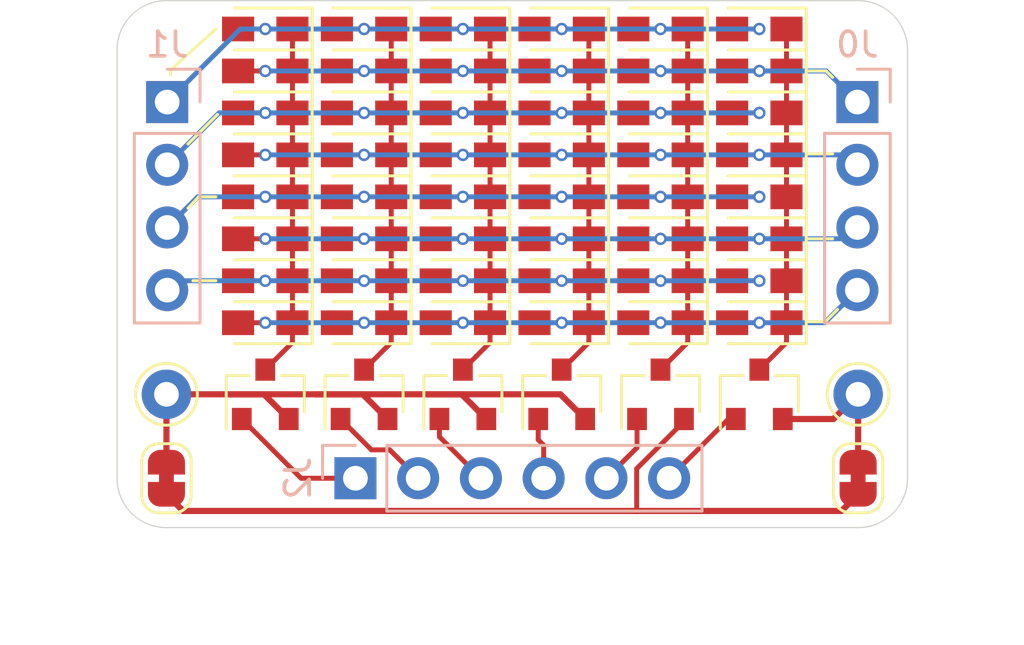
<source format=kicad_pcb>
(kicad_pcb (version 20171130) (host pcbnew "(5.1.9)-1")

  (general
    (thickness 1.6)
    (drawings 20)
    (tracks 201)
    (zones 0)
    (modules 61)
    (nets 24)
  )

  (page A4)
  (layers
    (0 F.Cu signal)
    (31 B.Cu signal)
    (32 B.Adhes user)
    (33 F.Adhes user)
    (34 B.Paste user)
    (35 F.Paste user)
    (36 B.SilkS user)
    (37 F.SilkS user)
    (38 B.Mask user)
    (39 F.Mask user)
    (40 Dwgs.User user)
    (41 Cmts.User user)
    (42 Eco1.User user)
    (43 Eco2.User user)
    (44 Edge.Cuts user)
    (45 Margin user)
    (46 B.CrtYd user)
    (47 F.CrtYd user)
    (48 B.Fab user)
    (49 F.Fab user hide)
  )

  (setup
    (last_trace_width 0.2)
    (trace_clearance 0.2)
    (zone_clearance 0.508)
    (zone_45_only no)
    (trace_min 0.2)
    (via_size 0.5)
    (via_drill 0.3)
    (via_min_size 0.4)
    (via_min_drill 0.3)
    (uvia_size 0.3)
    (uvia_drill 0.1)
    (uvias_allowed no)
    (uvia_min_size 0.2)
    (uvia_min_drill 0.1)
    (edge_width 0.05)
    (segment_width 0.2)
    (pcb_text_width 0.3)
    (pcb_text_size 1.5 1.5)
    (mod_edge_width 0.12)
    (mod_text_size 1 1)
    (mod_text_width 0.15)
    (pad_size 1.524 1.524)
    (pad_drill 0.762)
    (pad_to_mask_clearance 0)
    (aux_axis_origin 0 0)
    (grid_origin 156.03 57.36)
    (visible_elements 7FFFFFFF)
    (pcbplotparams
      (layerselection 0x010fc_ffffffff)
      (usegerberextensions true)
      (usegerberattributes true)
      (usegerberadvancedattributes true)
      (creategerberjobfile false)
      (excludeedgelayer true)
      (linewidth 0.100000)
      (plotframeref false)
      (viasonmask false)
      (mode 1)
      (useauxorigin false)
      (hpglpennumber 1)
      (hpglpenspeed 20)
      (hpglpendiameter 15.000000)
      (psnegative false)
      (psa4output false)
      (plotreference false)
      (plotvalue false)
      (plotinvisibletext false)
      (padsonsilk false)
      (subtractmaskfromsilk true)
      (outputformat 1)
      (mirror false)
      (drillshape 0)
      (scaleselection 1)
      (outputdirectory "gerbers/"))
  )

  (net 0 "")
  (net 1 /Y0)
  (net 2 /X0)
  (net 3 /Y1)
  (net 4 /Y2)
  (net 5 /Y3)
  (net 6 /Y4)
  (net 7 /Y5)
  (net 8 /Y6)
  (net 9 /Y7)
  (net 10 /X1)
  (net 11 /X2)
  (net 12 /X3)
  (net 13 /X4)
  (net 14 /X5)
  (net 15 /I4)
  (net 16 /I0-3)
  (net 17 /I5)
  (net 18 /C0)
  (net 19 /C1)
  (net 20 /C2)
  (net 21 /C3)
  (net 22 /C4)
  (net 23 /C5)

  (net_class Default "This is the default net class."
    (clearance 0.2)
    (trace_width 0.2)
    (via_dia 0.5)
    (via_drill 0.3)
    (uvia_dia 0.3)
    (uvia_drill 0.1)
    (add_net /C0)
    (add_net /C1)
    (add_net /C2)
    (add_net /C3)
    (add_net /C4)
    (add_net /C5)
    (add_net /I0-3)
    (add_net /I4)
    (add_net /I5)
    (add_net /X0)
    (add_net /X1)
    (add_net /X2)
    (add_net /X3)
    (add_net /X4)
    (add_net /X5)
    (add_net /Y0)
    (add_net /Y1)
    (add_net /Y2)
    (add_net /Y3)
    (add_net /Y4)
    (add_net /Y5)
    (add_net /Y6)
    (add_net /Y7)
  )

  (module Connector_PinHeader_2.54mm:PinHeader_1x06_P2.54mm_Vertical (layer B.Cu) (tedit 59FED5CC) (tstamp 631E102F)
    (at 163.65 72.6 270)
    (descr "Through hole straight pin header, 1x06, 2.54mm pitch, single row")
    (tags "Through hole pin header THT 1x06 2.54mm single row")
    (path /63296512)
    (fp_text reference J2 (at 0 2.33 270) (layer B.SilkS)
      (effects (font (size 1 1) (thickness 0.15)) (justify mirror))
    )
    (fp_text value Conn_01x06_Male (at 0 -15.03 270) (layer B.Fab)
      (effects (font (size 1 1) (thickness 0.15)) (justify mirror))
    )
    (fp_line (start 1.8 1.8) (end -1.8 1.8) (layer B.CrtYd) (width 0.05))
    (fp_line (start 1.8 -14.5) (end 1.8 1.8) (layer B.CrtYd) (width 0.05))
    (fp_line (start -1.8 -14.5) (end 1.8 -14.5) (layer B.CrtYd) (width 0.05))
    (fp_line (start -1.8 1.8) (end -1.8 -14.5) (layer B.CrtYd) (width 0.05))
    (fp_line (start -1.33 1.33) (end 0 1.33) (layer B.SilkS) (width 0.12))
    (fp_line (start -1.33 0) (end -1.33 1.33) (layer B.SilkS) (width 0.12))
    (fp_line (start -1.33 -1.27) (end 1.33 -1.27) (layer B.SilkS) (width 0.12))
    (fp_line (start 1.33 -1.27) (end 1.33 -14.03) (layer B.SilkS) (width 0.12))
    (fp_line (start -1.33 -1.27) (end -1.33 -14.03) (layer B.SilkS) (width 0.12))
    (fp_line (start -1.33 -14.03) (end 1.33 -14.03) (layer B.SilkS) (width 0.12))
    (fp_line (start -1.27 0.635) (end -0.635 1.27) (layer B.Fab) (width 0.1))
    (fp_line (start -1.27 -13.97) (end -1.27 0.635) (layer B.Fab) (width 0.1))
    (fp_line (start 1.27 -13.97) (end -1.27 -13.97) (layer B.Fab) (width 0.1))
    (fp_line (start 1.27 1.27) (end 1.27 -13.97) (layer B.Fab) (width 0.1))
    (fp_line (start -0.635 1.27) (end 1.27 1.27) (layer B.Fab) (width 0.1))
    (fp_text user %R (at 0 -6.35) (layer B.Fab)
      (effects (font (size 1 1) (thickness 0.15)) (justify mirror))
    )
    (pad 6 thru_hole oval (at 0 -12.7 270) (size 1.7 1.7) (drill 1) (layers *.Cu *.Mask)
      (net 23 /C5))
    (pad 5 thru_hole oval (at 0 -10.16 270) (size 1.7 1.7) (drill 1) (layers *.Cu *.Mask)
      (net 22 /C4))
    (pad 4 thru_hole oval (at 0 -7.62 270) (size 1.7 1.7) (drill 1) (layers *.Cu *.Mask)
      (net 21 /C3))
    (pad 3 thru_hole oval (at 0 -5.08 270) (size 1.7 1.7) (drill 1) (layers *.Cu *.Mask)
      (net 20 /C2))
    (pad 2 thru_hole oval (at 0 -2.54 270) (size 1.7 1.7) (drill 1) (layers *.Cu *.Mask)
      (net 19 /C1))
    (pad 1 thru_hole rect (at 0 0 270) (size 1.7 1.7) (drill 1) (layers *.Cu *.Mask)
      (net 18 /C0))
    (model ${KISYS3DMOD}/Connector_PinHeader_2.54mm.3dshapes/PinHeader_1x06_P2.54mm_Vertical.wrl
      (at (xyz 0 0 0))
      (scale (xyz 1 1 1))
      (rotate (xyz 0 0 0))
    )
  )

  (module Connector_PinHeader_2.54mm:PinHeader_1x04_P2.54mm_Vertical (layer B.Cu) (tedit 59FED5CC) (tstamp 631DEF14)
    (at 156.03 57.36 180)
    (descr "Through hole straight pin header, 1x04, 2.54mm pitch, single row")
    (tags "Through hole pin header THT 1x04 2.54mm single row")
    (path /6324AAAA)
    (fp_text reference J1 (at 0 2.33) (layer B.SilkS)
      (effects (font (size 1 1) (thickness 0.15)) (justify mirror))
    )
    (fp_text value Conn_01x04_Male (at 0 -9.95) (layer B.Fab)
      (effects (font (size 1 1) (thickness 0.15)) (justify mirror))
    )
    (fp_line (start 1.8 1.8) (end -1.8 1.8) (layer B.CrtYd) (width 0.05))
    (fp_line (start 1.8 -9.4) (end 1.8 1.8) (layer B.CrtYd) (width 0.05))
    (fp_line (start -1.8 -9.4) (end 1.8 -9.4) (layer B.CrtYd) (width 0.05))
    (fp_line (start -1.8 1.8) (end -1.8 -9.4) (layer B.CrtYd) (width 0.05))
    (fp_line (start -1.33 1.33) (end 0 1.33) (layer B.SilkS) (width 0.12))
    (fp_line (start -1.33 0) (end -1.33 1.33) (layer B.SilkS) (width 0.12))
    (fp_line (start -1.33 -1.27) (end 1.33 -1.27) (layer B.SilkS) (width 0.12))
    (fp_line (start 1.33 -1.27) (end 1.33 -8.95) (layer B.SilkS) (width 0.12))
    (fp_line (start -1.33 -1.27) (end -1.33 -8.95) (layer B.SilkS) (width 0.12))
    (fp_line (start -1.33 -8.95) (end 1.33 -8.95) (layer B.SilkS) (width 0.12))
    (fp_line (start -1.27 0.635) (end -0.635 1.27) (layer B.Fab) (width 0.1))
    (fp_line (start -1.27 -8.89) (end -1.27 0.635) (layer B.Fab) (width 0.1))
    (fp_line (start 1.27 -8.89) (end -1.27 -8.89) (layer B.Fab) (width 0.1))
    (fp_line (start 1.27 1.27) (end 1.27 -8.89) (layer B.Fab) (width 0.1))
    (fp_line (start -0.635 1.27) (end 1.27 1.27) (layer B.Fab) (width 0.1))
    (fp_text user %R (at 0 -3.81 270) (layer B.Fab)
      (effects (font (size 1 1) (thickness 0.15)) (justify mirror))
    )
    (pad 4 thru_hole oval (at 0 -7.62 180) (size 1.7 1.7) (drill 1) (layers *.Cu *.Mask)
      (net 8 /Y6))
    (pad 3 thru_hole oval (at 0 -5.08 180) (size 1.7 1.7) (drill 1) (layers *.Cu *.Mask)
      (net 6 /Y4))
    (pad 2 thru_hole oval (at 0 -2.54 180) (size 1.7 1.7) (drill 1) (layers *.Cu *.Mask)
      (net 4 /Y2))
    (pad 1 thru_hole rect (at 0 0 180) (size 1.7 1.7) (drill 1) (layers *.Cu *.Mask)
      (net 1 /Y0))
    (model ${KISYS3DMOD}/Connector_PinHeader_2.54mm.3dshapes/PinHeader_1x04_P2.54mm_Vertical.wrl
      (at (xyz 0 0 0))
      (scale (xyz 1 1 1))
      (rotate (xyz 0 0 0))
    )
  )

  (module Connector_PinHeader_2.54mm:PinHeader_1x04_P2.54mm_Vertical (layer B.Cu) (tedit 59FED5CC) (tstamp 631DD8A5)
    (at 183.97 57.36 180)
    (descr "Through hole straight pin header, 1x04, 2.54mm pitch, single row")
    (tags "Through hole pin header THT 1x04 2.54mm single row")
    (path /631E75F3)
    (fp_text reference J0 (at 0 2.33) (layer B.SilkS)
      (effects (font (size 1 1) (thickness 0.15)) (justify mirror))
    )
    (fp_text value Conn_01x04_Male (at 0 -9.95) (layer B.Fab)
      (effects (font (size 1 1) (thickness 0.15)) (justify mirror))
    )
    (fp_line (start 1.8 1.8) (end -1.8 1.8) (layer B.CrtYd) (width 0.05))
    (fp_line (start 1.8 -9.4) (end 1.8 1.8) (layer B.CrtYd) (width 0.05))
    (fp_line (start -1.8 -9.4) (end 1.8 -9.4) (layer B.CrtYd) (width 0.05))
    (fp_line (start -1.8 1.8) (end -1.8 -9.4) (layer B.CrtYd) (width 0.05))
    (fp_line (start -1.33 1.33) (end 0 1.33) (layer B.SilkS) (width 0.12))
    (fp_line (start -1.33 0) (end -1.33 1.33) (layer B.SilkS) (width 0.12))
    (fp_line (start -1.33 -1.27) (end 1.33 -1.27) (layer B.SilkS) (width 0.12))
    (fp_line (start 1.33 -1.27) (end 1.33 -8.95) (layer B.SilkS) (width 0.12))
    (fp_line (start -1.33 -1.27) (end -1.33 -8.95) (layer B.SilkS) (width 0.12))
    (fp_line (start -1.33 -8.95) (end 1.33 -8.95) (layer B.SilkS) (width 0.12))
    (fp_line (start -1.27 0.635) (end -0.635 1.27) (layer B.Fab) (width 0.1))
    (fp_line (start -1.27 -8.89) (end -1.27 0.635) (layer B.Fab) (width 0.1))
    (fp_line (start 1.27 -8.89) (end -1.27 -8.89) (layer B.Fab) (width 0.1))
    (fp_line (start 1.27 1.27) (end 1.27 -8.89) (layer B.Fab) (width 0.1))
    (fp_line (start -0.635 1.27) (end 1.27 1.27) (layer B.Fab) (width 0.1))
    (fp_text user %R (at 0 -3.81 270) (layer B.Fab)
      (effects (font (size 1 1) (thickness 0.15)) (justify mirror))
    )
    (pad 4 thru_hole oval (at 0 -7.62 180) (size 1.7 1.7) (drill 1) (layers *.Cu *.Mask)
      (net 9 /Y7))
    (pad 3 thru_hole oval (at 0 -5.08 180) (size 1.7 1.7) (drill 1) (layers *.Cu *.Mask)
      (net 7 /Y5))
    (pad 2 thru_hole oval (at 0 -2.54 180) (size 1.7 1.7) (drill 1) (layers *.Cu *.Mask)
      (net 5 /Y3))
    (pad 1 thru_hole rect (at 0 0 180) (size 1.7 1.7) (drill 1) (layers *.Cu *.Mask)
      (net 3 /Y1))
    (model ${KISYS3DMOD}/Connector_PinHeader_2.54mm.3dshapes/PinHeader_1x04_P2.54mm_Vertical.wrl
      (at (xyz 0 0 0))
      (scale (xyz 1 1 1))
      (rotate (xyz 0 0 0))
    )
  )

  (module custom:D_SOD-323_HandSoldering (layer F.Cu) (tedit 6310A73E) (tstamp 630F3746)
    (at 180 66.3 180)
    (descr SOD-323)
    (tags SOD-323)
    (path /63B8F4D2)
    (attr smd)
    (fp_text reference D57 (at 0 -1.85) (layer F.Fab) hide
      (effects (font (size 1 1) (thickness 0.15)))
    )
    (fp_text value D (at 0.1 1.9) (layer F.Fab)
      (effects (font (size 1 1) (thickness 0.15)))
    )
    (fp_line (start -1.9 -0.85) (end 1.25 -0.85) (layer F.SilkS) (width 0.12))
    (fp_line (start -1.9 0.85) (end 1.25 0.85) (layer F.SilkS) (width 0.12))
    (fp_line (start -2 -0.95) (end -2 0.95) (layer F.CrtYd) (width 0.05))
    (fp_line (start -2 0.95) (end 2 0.95) (layer F.CrtYd) (width 0.05))
    (fp_line (start 2 -0.95) (end 2 0.95) (layer F.CrtYd) (width 0.05))
    (fp_line (start -2 -0.95) (end 2 -0.95) (layer F.CrtYd) (width 0.05))
    (fp_line (start -0.9 -0.7) (end 0.9 -0.7) (layer F.Fab) (width 0.1))
    (fp_line (start 0.9 -0.7) (end 0.9 0.7) (layer F.Fab) (width 0.1))
    (fp_line (start 0.9 0.7) (end -0.9 0.7) (layer F.Fab) (width 0.1))
    (fp_line (start -0.9 0.7) (end -0.9 -0.7) (layer F.Fab) (width 0.1))
    (fp_line (start -0.3 -0.35) (end -0.3 0.35) (layer F.Fab) (width 0.1))
    (fp_line (start -0.3 0) (end -0.5 0) (layer F.Fab) (width 0.1))
    (fp_line (start -0.3 0) (end 0.2 -0.35) (layer F.Fab) (width 0.1))
    (fp_line (start 0.2 -0.35) (end 0.2 0.35) (layer F.Fab) (width 0.1))
    (fp_line (start 0.2 0.35) (end -0.3 0) (layer F.Fab) (width 0.1))
    (fp_line (start 0.2 0) (end 0.45 0) (layer F.Fab) (width 0.1))
    (fp_line (start -1.9 -0.85) (end -1.9 0.85) (layer F.SilkS) (width 0.12))
    (fp_text user %R (at 0 -1.85) (layer F.Fab)
      (effects (font (size 1 1) (thickness 0.15)))
    )
    (pad 2 smd rect (at 1.1 0 180) (size 1.3 1) (layers F.Cu F.Paste F.Mask)
      (net 9 /Y7))
    (pad 1 smd rect (at -1.1 0 180) (size 1.3 1) (layers F.Cu F.Paste F.Mask)
      (net 14 /X5))
    (model ${KISYS3DMOD}/Diode_SMD.3dshapes/D_SOD-323.wrl
      (at (xyz 0 0 0))
      (scale (xyz 1 1 1))
      (rotate (xyz 0 0 0))
    )
  )

  (module custom:D_SOD-323_HandSoldering (layer F.Cu) (tedit 6310A73E) (tstamp 630F372E)
    (at 180 64.6 180)
    (descr SOD-323)
    (tags SOD-323)
    (path /63B8F4C5)
    (attr smd)
    (fp_text reference D56 (at 0 -1.85) (layer F.Fab) hide
      (effects (font (size 1 1) (thickness 0.15)))
    )
    (fp_text value D (at 0.1 1.9) (layer F.Fab)
      (effects (font (size 1 1) (thickness 0.15)))
    )
    (fp_line (start -1.9 -0.85) (end 1.25 -0.85) (layer F.SilkS) (width 0.12))
    (fp_line (start -1.9 0.85) (end 1.25 0.85) (layer F.SilkS) (width 0.12))
    (fp_line (start -2 -0.95) (end -2 0.95) (layer F.CrtYd) (width 0.05))
    (fp_line (start -2 0.95) (end 2 0.95) (layer F.CrtYd) (width 0.05))
    (fp_line (start 2 -0.95) (end 2 0.95) (layer F.CrtYd) (width 0.05))
    (fp_line (start -2 -0.95) (end 2 -0.95) (layer F.CrtYd) (width 0.05))
    (fp_line (start -0.9 -0.7) (end 0.9 -0.7) (layer F.Fab) (width 0.1))
    (fp_line (start 0.9 -0.7) (end 0.9 0.7) (layer F.Fab) (width 0.1))
    (fp_line (start 0.9 0.7) (end -0.9 0.7) (layer F.Fab) (width 0.1))
    (fp_line (start -0.9 0.7) (end -0.9 -0.7) (layer F.Fab) (width 0.1))
    (fp_line (start -0.3 -0.35) (end -0.3 0.35) (layer F.Fab) (width 0.1))
    (fp_line (start -0.3 0) (end -0.5 0) (layer F.Fab) (width 0.1))
    (fp_line (start -0.3 0) (end 0.2 -0.35) (layer F.Fab) (width 0.1))
    (fp_line (start 0.2 -0.35) (end 0.2 0.35) (layer F.Fab) (width 0.1))
    (fp_line (start 0.2 0.35) (end -0.3 0) (layer F.Fab) (width 0.1))
    (fp_line (start 0.2 0) (end 0.45 0) (layer F.Fab) (width 0.1))
    (fp_line (start -1.9 -0.85) (end -1.9 0.85) (layer F.SilkS) (width 0.12))
    (fp_text user %R (at 0 -1.85) (layer F.Fab)
      (effects (font (size 1 1) (thickness 0.15)))
    )
    (pad 2 smd rect (at 1.1 0 180) (size 1.3 1) (layers F.Cu F.Paste F.Mask)
      (net 8 /Y6))
    (pad 1 smd rect (at -1.1 0 180) (size 1.3 1) (layers F.Cu F.Paste F.Mask)
      (net 14 /X5))
    (model ${KISYS3DMOD}/Diode_SMD.3dshapes/D_SOD-323.wrl
      (at (xyz 0 0 0))
      (scale (xyz 1 1 1))
      (rotate (xyz 0 0 0))
    )
  )

  (module custom:D_SOD-323_HandSoldering (layer F.Cu) (tedit 6310A73E) (tstamp 630F3716)
    (at 180 62.9 180)
    (descr SOD-323)
    (tags SOD-323)
    (path /63B8F4B7)
    (attr smd)
    (fp_text reference D55 (at 0 -1.85) (layer F.Fab) hide
      (effects (font (size 1 1) (thickness 0.15)))
    )
    (fp_text value D (at 0.1 1.9) (layer F.Fab)
      (effects (font (size 1 1) (thickness 0.15)))
    )
    (fp_line (start -1.9 -0.85) (end 1.25 -0.85) (layer F.SilkS) (width 0.12))
    (fp_line (start -1.9 0.85) (end 1.25 0.85) (layer F.SilkS) (width 0.12))
    (fp_line (start -2 -0.95) (end -2 0.95) (layer F.CrtYd) (width 0.05))
    (fp_line (start -2 0.95) (end 2 0.95) (layer F.CrtYd) (width 0.05))
    (fp_line (start 2 -0.95) (end 2 0.95) (layer F.CrtYd) (width 0.05))
    (fp_line (start -2 -0.95) (end 2 -0.95) (layer F.CrtYd) (width 0.05))
    (fp_line (start -0.9 -0.7) (end 0.9 -0.7) (layer F.Fab) (width 0.1))
    (fp_line (start 0.9 -0.7) (end 0.9 0.7) (layer F.Fab) (width 0.1))
    (fp_line (start 0.9 0.7) (end -0.9 0.7) (layer F.Fab) (width 0.1))
    (fp_line (start -0.9 0.7) (end -0.9 -0.7) (layer F.Fab) (width 0.1))
    (fp_line (start -0.3 -0.35) (end -0.3 0.35) (layer F.Fab) (width 0.1))
    (fp_line (start -0.3 0) (end -0.5 0) (layer F.Fab) (width 0.1))
    (fp_line (start -0.3 0) (end 0.2 -0.35) (layer F.Fab) (width 0.1))
    (fp_line (start 0.2 -0.35) (end 0.2 0.35) (layer F.Fab) (width 0.1))
    (fp_line (start 0.2 0.35) (end -0.3 0) (layer F.Fab) (width 0.1))
    (fp_line (start 0.2 0) (end 0.45 0) (layer F.Fab) (width 0.1))
    (fp_line (start -1.9 -0.85) (end -1.9 0.85) (layer F.SilkS) (width 0.12))
    (fp_text user %R (at 0 -1.85) (layer F.Fab)
      (effects (font (size 1 1) (thickness 0.15)))
    )
    (pad 2 smd rect (at 1.1 0 180) (size 1.3 1) (layers F.Cu F.Paste F.Mask)
      (net 7 /Y5))
    (pad 1 smd rect (at -1.1 0 180) (size 1.3 1) (layers F.Cu F.Paste F.Mask)
      (net 14 /X5))
    (model ${KISYS3DMOD}/Diode_SMD.3dshapes/D_SOD-323.wrl
      (at (xyz 0 0 0))
      (scale (xyz 1 1 1))
      (rotate (xyz 0 0 0))
    )
  )

  (module custom:D_SOD-323_HandSoldering (layer F.Cu) (tedit 6310A73E) (tstamp 630F36FE)
    (at 180 61.2 180)
    (descr SOD-323)
    (tags SOD-323)
    (path /63B8F4AA)
    (attr smd)
    (fp_text reference D54 (at 0 -1.85) (layer F.Fab) hide
      (effects (font (size 1 1) (thickness 0.15)))
    )
    (fp_text value D (at 0.1 1.9) (layer F.Fab)
      (effects (font (size 1 1) (thickness 0.15)))
    )
    (fp_line (start -1.9 -0.85) (end 1.25 -0.85) (layer F.SilkS) (width 0.12))
    (fp_line (start -1.9 0.85) (end 1.25 0.85) (layer F.SilkS) (width 0.12))
    (fp_line (start -2 -0.95) (end -2 0.95) (layer F.CrtYd) (width 0.05))
    (fp_line (start -2 0.95) (end 2 0.95) (layer F.CrtYd) (width 0.05))
    (fp_line (start 2 -0.95) (end 2 0.95) (layer F.CrtYd) (width 0.05))
    (fp_line (start -2 -0.95) (end 2 -0.95) (layer F.CrtYd) (width 0.05))
    (fp_line (start -0.9 -0.7) (end 0.9 -0.7) (layer F.Fab) (width 0.1))
    (fp_line (start 0.9 -0.7) (end 0.9 0.7) (layer F.Fab) (width 0.1))
    (fp_line (start 0.9 0.7) (end -0.9 0.7) (layer F.Fab) (width 0.1))
    (fp_line (start -0.9 0.7) (end -0.9 -0.7) (layer F.Fab) (width 0.1))
    (fp_line (start -0.3 -0.35) (end -0.3 0.35) (layer F.Fab) (width 0.1))
    (fp_line (start -0.3 0) (end -0.5 0) (layer F.Fab) (width 0.1))
    (fp_line (start -0.3 0) (end 0.2 -0.35) (layer F.Fab) (width 0.1))
    (fp_line (start 0.2 -0.35) (end 0.2 0.35) (layer F.Fab) (width 0.1))
    (fp_line (start 0.2 0.35) (end -0.3 0) (layer F.Fab) (width 0.1))
    (fp_line (start 0.2 0) (end 0.45 0) (layer F.Fab) (width 0.1))
    (fp_line (start -1.9 -0.85) (end -1.9 0.85) (layer F.SilkS) (width 0.12))
    (fp_text user %R (at 0 -1.85) (layer F.Fab)
      (effects (font (size 1 1) (thickness 0.15)))
    )
    (pad 2 smd rect (at 1.1 0 180) (size 1.3 1) (layers F.Cu F.Paste F.Mask)
      (net 6 /Y4))
    (pad 1 smd rect (at -1.1 0 180) (size 1.3 1) (layers F.Cu F.Paste F.Mask)
      (net 14 /X5))
    (model ${KISYS3DMOD}/Diode_SMD.3dshapes/D_SOD-323.wrl
      (at (xyz 0 0 0))
      (scale (xyz 1 1 1))
      (rotate (xyz 0 0 0))
    )
  )

  (module custom:D_SOD-323_HandSoldering (layer F.Cu) (tedit 6310A73E) (tstamp 630F36E6)
    (at 180 59.5 180)
    (descr SOD-323)
    (tags SOD-323)
    (path /63B8F49B)
    (attr smd)
    (fp_text reference D53 (at 0 -1.85) (layer F.Fab) hide
      (effects (font (size 1 1) (thickness 0.15)))
    )
    (fp_text value D (at 0.1 1.9) (layer F.Fab)
      (effects (font (size 1 1) (thickness 0.15)))
    )
    (fp_line (start -1.9 -0.85) (end 1.25 -0.85) (layer F.SilkS) (width 0.12))
    (fp_line (start -1.9 0.85) (end 1.25 0.85) (layer F.SilkS) (width 0.12))
    (fp_line (start -2 -0.95) (end -2 0.95) (layer F.CrtYd) (width 0.05))
    (fp_line (start -2 0.95) (end 2 0.95) (layer F.CrtYd) (width 0.05))
    (fp_line (start 2 -0.95) (end 2 0.95) (layer F.CrtYd) (width 0.05))
    (fp_line (start -2 -0.95) (end 2 -0.95) (layer F.CrtYd) (width 0.05))
    (fp_line (start -0.9 -0.7) (end 0.9 -0.7) (layer F.Fab) (width 0.1))
    (fp_line (start 0.9 -0.7) (end 0.9 0.7) (layer F.Fab) (width 0.1))
    (fp_line (start 0.9 0.7) (end -0.9 0.7) (layer F.Fab) (width 0.1))
    (fp_line (start -0.9 0.7) (end -0.9 -0.7) (layer F.Fab) (width 0.1))
    (fp_line (start -0.3 -0.35) (end -0.3 0.35) (layer F.Fab) (width 0.1))
    (fp_line (start -0.3 0) (end -0.5 0) (layer F.Fab) (width 0.1))
    (fp_line (start -0.3 0) (end 0.2 -0.35) (layer F.Fab) (width 0.1))
    (fp_line (start 0.2 -0.35) (end 0.2 0.35) (layer F.Fab) (width 0.1))
    (fp_line (start 0.2 0.35) (end -0.3 0) (layer F.Fab) (width 0.1))
    (fp_line (start 0.2 0) (end 0.45 0) (layer F.Fab) (width 0.1))
    (fp_line (start -1.9 -0.85) (end -1.9 0.85) (layer F.SilkS) (width 0.12))
    (fp_text user %R (at 0 -1.85) (layer F.Fab)
      (effects (font (size 1 1) (thickness 0.15)))
    )
    (pad 2 smd rect (at 1.1 0 180) (size 1.3 1) (layers F.Cu F.Paste F.Mask)
      (net 5 /Y3))
    (pad 1 smd rect (at -1.1 0 180) (size 1.3 1) (layers F.Cu F.Paste F.Mask)
      (net 14 /X5))
    (model ${KISYS3DMOD}/Diode_SMD.3dshapes/D_SOD-323.wrl
      (at (xyz 0 0 0))
      (scale (xyz 1 1 1))
      (rotate (xyz 0 0 0))
    )
  )

  (module custom:D_SOD-323_HandSoldering (layer F.Cu) (tedit 6310A73E) (tstamp 630F36CE)
    (at 180 57.8 180)
    (descr SOD-323)
    (tags SOD-323)
    (path /63B8F48E)
    (attr smd)
    (fp_text reference D52 (at 0 -1.85) (layer F.Fab) hide
      (effects (font (size 1 1) (thickness 0.15)))
    )
    (fp_text value D (at 0.1 1.9) (layer F.Fab)
      (effects (font (size 1 1) (thickness 0.15)))
    )
    (fp_line (start -1.9 -0.85) (end 1.25 -0.85) (layer F.SilkS) (width 0.12))
    (fp_line (start -1.9 0.85) (end 1.25 0.85) (layer F.SilkS) (width 0.12))
    (fp_line (start -2 -0.95) (end -2 0.95) (layer F.CrtYd) (width 0.05))
    (fp_line (start -2 0.95) (end 2 0.95) (layer F.CrtYd) (width 0.05))
    (fp_line (start 2 -0.95) (end 2 0.95) (layer F.CrtYd) (width 0.05))
    (fp_line (start -2 -0.95) (end 2 -0.95) (layer F.CrtYd) (width 0.05))
    (fp_line (start -0.9 -0.7) (end 0.9 -0.7) (layer F.Fab) (width 0.1))
    (fp_line (start 0.9 -0.7) (end 0.9 0.7) (layer F.Fab) (width 0.1))
    (fp_line (start 0.9 0.7) (end -0.9 0.7) (layer F.Fab) (width 0.1))
    (fp_line (start -0.9 0.7) (end -0.9 -0.7) (layer F.Fab) (width 0.1))
    (fp_line (start -0.3 -0.35) (end -0.3 0.35) (layer F.Fab) (width 0.1))
    (fp_line (start -0.3 0) (end -0.5 0) (layer F.Fab) (width 0.1))
    (fp_line (start -0.3 0) (end 0.2 -0.35) (layer F.Fab) (width 0.1))
    (fp_line (start 0.2 -0.35) (end 0.2 0.35) (layer F.Fab) (width 0.1))
    (fp_line (start 0.2 0.35) (end -0.3 0) (layer F.Fab) (width 0.1))
    (fp_line (start 0.2 0) (end 0.45 0) (layer F.Fab) (width 0.1))
    (fp_line (start -1.9 -0.85) (end -1.9 0.85) (layer F.SilkS) (width 0.12))
    (fp_text user %R (at 0 -1.85) (layer F.Fab)
      (effects (font (size 1 1) (thickness 0.15)))
    )
    (pad 2 smd rect (at 1.1 0 180) (size 1.3 1) (layers F.Cu F.Paste F.Mask)
      (net 4 /Y2))
    (pad 1 smd rect (at -1.1 0 180) (size 1.3 1) (layers F.Cu F.Paste F.Mask)
      (net 14 /X5))
    (model ${KISYS3DMOD}/Diode_SMD.3dshapes/D_SOD-323.wrl
      (at (xyz 0 0 0))
      (scale (xyz 1 1 1))
      (rotate (xyz 0 0 0))
    )
  )

  (module custom:D_SOD-323_HandSoldering (layer F.Cu) (tedit 6310A73E) (tstamp 630F36B6)
    (at 180 56.1 180)
    (descr SOD-323)
    (tags SOD-323)
    (path /63B8F480)
    (attr smd)
    (fp_text reference D51 (at 0 -1.85) (layer F.Fab) hide
      (effects (font (size 1 1) (thickness 0.15)))
    )
    (fp_text value D (at 0.1 1.9) (layer F.Fab)
      (effects (font (size 1 1) (thickness 0.15)))
    )
    (fp_line (start -1.9 -0.85) (end 1.25 -0.85) (layer F.SilkS) (width 0.12))
    (fp_line (start -1.9 0.85) (end 1.25 0.85) (layer F.SilkS) (width 0.12))
    (fp_line (start -2 -0.95) (end -2 0.95) (layer F.CrtYd) (width 0.05))
    (fp_line (start -2 0.95) (end 2 0.95) (layer F.CrtYd) (width 0.05))
    (fp_line (start 2 -0.95) (end 2 0.95) (layer F.CrtYd) (width 0.05))
    (fp_line (start -2 -0.95) (end 2 -0.95) (layer F.CrtYd) (width 0.05))
    (fp_line (start -0.9 -0.7) (end 0.9 -0.7) (layer F.Fab) (width 0.1))
    (fp_line (start 0.9 -0.7) (end 0.9 0.7) (layer F.Fab) (width 0.1))
    (fp_line (start 0.9 0.7) (end -0.9 0.7) (layer F.Fab) (width 0.1))
    (fp_line (start -0.9 0.7) (end -0.9 -0.7) (layer F.Fab) (width 0.1))
    (fp_line (start -0.3 -0.35) (end -0.3 0.35) (layer F.Fab) (width 0.1))
    (fp_line (start -0.3 0) (end -0.5 0) (layer F.Fab) (width 0.1))
    (fp_line (start -0.3 0) (end 0.2 -0.35) (layer F.Fab) (width 0.1))
    (fp_line (start 0.2 -0.35) (end 0.2 0.35) (layer F.Fab) (width 0.1))
    (fp_line (start 0.2 0.35) (end -0.3 0) (layer F.Fab) (width 0.1))
    (fp_line (start 0.2 0) (end 0.45 0) (layer F.Fab) (width 0.1))
    (fp_line (start -1.9 -0.85) (end -1.9 0.85) (layer F.SilkS) (width 0.12))
    (fp_text user %R (at 0 -1.85) (layer F.Fab)
      (effects (font (size 1 1) (thickness 0.15)))
    )
    (pad 2 smd rect (at 1.1 0 180) (size 1.3 1) (layers F.Cu F.Paste F.Mask)
      (net 3 /Y1))
    (pad 1 smd rect (at -1.1 0 180) (size 1.3 1) (layers F.Cu F.Paste F.Mask)
      (net 14 /X5))
    (model ${KISYS3DMOD}/Diode_SMD.3dshapes/D_SOD-323.wrl
      (at (xyz 0 0 0))
      (scale (xyz 1 1 1))
      (rotate (xyz 0 0 0))
    )
  )

  (module custom:D_SOD-323_HandSoldering (layer F.Cu) (tedit 6310A73E) (tstamp 630F369E)
    (at 180 54.4 180)
    (descr SOD-323)
    (tags SOD-323)
    (path /63B8F473)
    (attr smd)
    (fp_text reference D50 (at 0 -1.85) (layer F.Fab) hide
      (effects (font (size 1 1) (thickness 0.15)))
    )
    (fp_text value D (at 0.1 1.9) (layer F.Fab)
      (effects (font (size 1 1) (thickness 0.15)))
    )
    (fp_line (start -1.9 -0.85) (end 1.25 -0.85) (layer F.SilkS) (width 0.12))
    (fp_line (start -1.9 0.85) (end 1.25 0.85) (layer F.SilkS) (width 0.12))
    (fp_line (start -2 -0.95) (end -2 0.95) (layer F.CrtYd) (width 0.05))
    (fp_line (start -2 0.95) (end 2 0.95) (layer F.CrtYd) (width 0.05))
    (fp_line (start 2 -0.95) (end 2 0.95) (layer F.CrtYd) (width 0.05))
    (fp_line (start -2 -0.95) (end 2 -0.95) (layer F.CrtYd) (width 0.05))
    (fp_line (start -0.9 -0.7) (end 0.9 -0.7) (layer F.Fab) (width 0.1))
    (fp_line (start 0.9 -0.7) (end 0.9 0.7) (layer F.Fab) (width 0.1))
    (fp_line (start 0.9 0.7) (end -0.9 0.7) (layer F.Fab) (width 0.1))
    (fp_line (start -0.9 0.7) (end -0.9 -0.7) (layer F.Fab) (width 0.1))
    (fp_line (start -0.3 -0.35) (end -0.3 0.35) (layer F.Fab) (width 0.1))
    (fp_line (start -0.3 0) (end -0.5 0) (layer F.Fab) (width 0.1))
    (fp_line (start -0.3 0) (end 0.2 -0.35) (layer F.Fab) (width 0.1))
    (fp_line (start 0.2 -0.35) (end 0.2 0.35) (layer F.Fab) (width 0.1))
    (fp_line (start 0.2 0.35) (end -0.3 0) (layer F.Fab) (width 0.1))
    (fp_line (start 0.2 0) (end 0.45 0) (layer F.Fab) (width 0.1))
    (fp_line (start -1.9 -0.85) (end -1.9 0.85) (layer F.SilkS) (width 0.12))
    (fp_text user %R (at 0 -1.85) (layer F.Fab)
      (effects (font (size 1 1) (thickness 0.15)))
    )
    (pad 2 smd rect (at 1.1 0 180) (size 1.3 1) (layers F.Cu F.Paste F.Mask)
      (net 1 /Y0))
    (pad 1 smd rect (at -1.1 0 180) (size 1.3 1) (layers F.Cu F.Paste F.Mask)
      (net 14 /X5))
    (model ${KISYS3DMOD}/Diode_SMD.3dshapes/D_SOD-323.wrl
      (at (xyz 0 0 0))
      (scale (xyz 1 1 1))
      (rotate (xyz 0 0 0))
    )
  )

  (module custom:D_SOD-323_HandSoldering (layer F.Cu) (tedit 6310A73E) (tstamp 630F3686)
    (at 176 66.3 180)
    (descr SOD-323)
    (tags SOD-323)
    (path /63B8F463)
    (attr smd)
    (fp_text reference D47 (at 0 -1.85) (layer F.Fab) hide
      (effects (font (size 1 1) (thickness 0.15)))
    )
    (fp_text value D (at 0.1 1.9) (layer F.Fab)
      (effects (font (size 1 1) (thickness 0.15)))
    )
    (fp_line (start -1.9 -0.85) (end 1.25 -0.85) (layer F.SilkS) (width 0.12))
    (fp_line (start -1.9 0.85) (end 1.25 0.85) (layer F.SilkS) (width 0.12))
    (fp_line (start -2 -0.95) (end -2 0.95) (layer F.CrtYd) (width 0.05))
    (fp_line (start -2 0.95) (end 2 0.95) (layer F.CrtYd) (width 0.05))
    (fp_line (start 2 -0.95) (end 2 0.95) (layer F.CrtYd) (width 0.05))
    (fp_line (start -2 -0.95) (end 2 -0.95) (layer F.CrtYd) (width 0.05))
    (fp_line (start -0.9 -0.7) (end 0.9 -0.7) (layer F.Fab) (width 0.1))
    (fp_line (start 0.9 -0.7) (end 0.9 0.7) (layer F.Fab) (width 0.1))
    (fp_line (start 0.9 0.7) (end -0.9 0.7) (layer F.Fab) (width 0.1))
    (fp_line (start -0.9 0.7) (end -0.9 -0.7) (layer F.Fab) (width 0.1))
    (fp_line (start -0.3 -0.35) (end -0.3 0.35) (layer F.Fab) (width 0.1))
    (fp_line (start -0.3 0) (end -0.5 0) (layer F.Fab) (width 0.1))
    (fp_line (start -0.3 0) (end 0.2 -0.35) (layer F.Fab) (width 0.1))
    (fp_line (start 0.2 -0.35) (end 0.2 0.35) (layer F.Fab) (width 0.1))
    (fp_line (start 0.2 0.35) (end -0.3 0) (layer F.Fab) (width 0.1))
    (fp_line (start 0.2 0) (end 0.45 0) (layer F.Fab) (width 0.1))
    (fp_line (start -1.9 -0.85) (end -1.9 0.85) (layer F.SilkS) (width 0.12))
    (fp_text user %R (at 0 -1.85) (layer F.Fab)
      (effects (font (size 1 1) (thickness 0.15)))
    )
    (pad 2 smd rect (at 1.1 0 180) (size 1.3 1) (layers F.Cu F.Paste F.Mask)
      (net 9 /Y7))
    (pad 1 smd rect (at -1.1 0 180) (size 1.3 1) (layers F.Cu F.Paste F.Mask)
      (net 13 /X4))
    (model ${KISYS3DMOD}/Diode_SMD.3dshapes/D_SOD-323.wrl
      (at (xyz 0 0 0))
      (scale (xyz 1 1 1))
      (rotate (xyz 0 0 0))
    )
  )

  (module custom:D_SOD-323_HandSoldering (layer F.Cu) (tedit 6310A73E) (tstamp 630F366E)
    (at 176 64.6 180)
    (descr SOD-323)
    (tags SOD-323)
    (path /63B8F456)
    (attr smd)
    (fp_text reference D46 (at 0 -1.85) (layer F.Fab) hide
      (effects (font (size 1 1) (thickness 0.15)))
    )
    (fp_text value D (at 0.1 1.9) (layer F.Fab)
      (effects (font (size 1 1) (thickness 0.15)))
    )
    (fp_line (start -1.9 -0.85) (end 1.25 -0.85) (layer F.SilkS) (width 0.12))
    (fp_line (start -1.9 0.85) (end 1.25 0.85) (layer F.SilkS) (width 0.12))
    (fp_line (start -2 -0.95) (end -2 0.95) (layer F.CrtYd) (width 0.05))
    (fp_line (start -2 0.95) (end 2 0.95) (layer F.CrtYd) (width 0.05))
    (fp_line (start 2 -0.95) (end 2 0.95) (layer F.CrtYd) (width 0.05))
    (fp_line (start -2 -0.95) (end 2 -0.95) (layer F.CrtYd) (width 0.05))
    (fp_line (start -0.9 -0.7) (end 0.9 -0.7) (layer F.Fab) (width 0.1))
    (fp_line (start 0.9 -0.7) (end 0.9 0.7) (layer F.Fab) (width 0.1))
    (fp_line (start 0.9 0.7) (end -0.9 0.7) (layer F.Fab) (width 0.1))
    (fp_line (start -0.9 0.7) (end -0.9 -0.7) (layer F.Fab) (width 0.1))
    (fp_line (start -0.3 -0.35) (end -0.3 0.35) (layer F.Fab) (width 0.1))
    (fp_line (start -0.3 0) (end -0.5 0) (layer F.Fab) (width 0.1))
    (fp_line (start -0.3 0) (end 0.2 -0.35) (layer F.Fab) (width 0.1))
    (fp_line (start 0.2 -0.35) (end 0.2 0.35) (layer F.Fab) (width 0.1))
    (fp_line (start 0.2 0.35) (end -0.3 0) (layer F.Fab) (width 0.1))
    (fp_line (start 0.2 0) (end 0.45 0) (layer F.Fab) (width 0.1))
    (fp_line (start -1.9 -0.85) (end -1.9 0.85) (layer F.SilkS) (width 0.12))
    (fp_text user %R (at 0 -1.85) (layer F.Fab)
      (effects (font (size 1 1) (thickness 0.15)))
    )
    (pad 2 smd rect (at 1.1 0 180) (size 1.3 1) (layers F.Cu F.Paste F.Mask)
      (net 8 /Y6))
    (pad 1 smd rect (at -1.1 0 180) (size 1.3 1) (layers F.Cu F.Paste F.Mask)
      (net 13 /X4))
    (model ${KISYS3DMOD}/Diode_SMD.3dshapes/D_SOD-323.wrl
      (at (xyz 0 0 0))
      (scale (xyz 1 1 1))
      (rotate (xyz 0 0 0))
    )
  )

  (module custom:D_SOD-323_HandSoldering (layer F.Cu) (tedit 6310A73E) (tstamp 630F3656)
    (at 176 62.9 180)
    (descr SOD-323)
    (tags SOD-323)
    (path /63B8F448)
    (attr smd)
    (fp_text reference D45 (at 0 -1.85) (layer F.Fab) hide
      (effects (font (size 1 1) (thickness 0.15)))
    )
    (fp_text value D (at 0.1 1.9) (layer F.Fab)
      (effects (font (size 1 1) (thickness 0.15)))
    )
    (fp_line (start -1.9 -0.85) (end 1.25 -0.85) (layer F.SilkS) (width 0.12))
    (fp_line (start -1.9 0.85) (end 1.25 0.85) (layer F.SilkS) (width 0.12))
    (fp_line (start -2 -0.95) (end -2 0.95) (layer F.CrtYd) (width 0.05))
    (fp_line (start -2 0.95) (end 2 0.95) (layer F.CrtYd) (width 0.05))
    (fp_line (start 2 -0.95) (end 2 0.95) (layer F.CrtYd) (width 0.05))
    (fp_line (start -2 -0.95) (end 2 -0.95) (layer F.CrtYd) (width 0.05))
    (fp_line (start -0.9 -0.7) (end 0.9 -0.7) (layer F.Fab) (width 0.1))
    (fp_line (start 0.9 -0.7) (end 0.9 0.7) (layer F.Fab) (width 0.1))
    (fp_line (start 0.9 0.7) (end -0.9 0.7) (layer F.Fab) (width 0.1))
    (fp_line (start -0.9 0.7) (end -0.9 -0.7) (layer F.Fab) (width 0.1))
    (fp_line (start -0.3 -0.35) (end -0.3 0.35) (layer F.Fab) (width 0.1))
    (fp_line (start -0.3 0) (end -0.5 0) (layer F.Fab) (width 0.1))
    (fp_line (start -0.3 0) (end 0.2 -0.35) (layer F.Fab) (width 0.1))
    (fp_line (start 0.2 -0.35) (end 0.2 0.35) (layer F.Fab) (width 0.1))
    (fp_line (start 0.2 0.35) (end -0.3 0) (layer F.Fab) (width 0.1))
    (fp_line (start 0.2 0) (end 0.45 0) (layer F.Fab) (width 0.1))
    (fp_line (start -1.9 -0.85) (end -1.9 0.85) (layer F.SilkS) (width 0.12))
    (fp_text user %R (at 0 -1.85) (layer F.Fab)
      (effects (font (size 1 1) (thickness 0.15)))
    )
    (pad 2 smd rect (at 1.1 0 180) (size 1.3 1) (layers F.Cu F.Paste F.Mask)
      (net 7 /Y5))
    (pad 1 smd rect (at -1.1 0 180) (size 1.3 1) (layers F.Cu F.Paste F.Mask)
      (net 13 /X4))
    (model ${KISYS3DMOD}/Diode_SMD.3dshapes/D_SOD-323.wrl
      (at (xyz 0 0 0))
      (scale (xyz 1 1 1))
      (rotate (xyz 0 0 0))
    )
  )

  (module custom:D_SOD-323_HandSoldering (layer F.Cu) (tedit 6310A73E) (tstamp 630F363E)
    (at 176 61.2 180)
    (descr SOD-323)
    (tags SOD-323)
    (path /63B8F43B)
    (attr smd)
    (fp_text reference D44 (at 0 -1.85) (layer F.Fab) hide
      (effects (font (size 1 1) (thickness 0.15)))
    )
    (fp_text value D (at 0.1 1.9) (layer F.Fab)
      (effects (font (size 1 1) (thickness 0.15)))
    )
    (fp_line (start -1.9 -0.85) (end 1.25 -0.85) (layer F.SilkS) (width 0.12))
    (fp_line (start -1.9 0.85) (end 1.25 0.85) (layer F.SilkS) (width 0.12))
    (fp_line (start -2 -0.95) (end -2 0.95) (layer F.CrtYd) (width 0.05))
    (fp_line (start -2 0.95) (end 2 0.95) (layer F.CrtYd) (width 0.05))
    (fp_line (start 2 -0.95) (end 2 0.95) (layer F.CrtYd) (width 0.05))
    (fp_line (start -2 -0.95) (end 2 -0.95) (layer F.CrtYd) (width 0.05))
    (fp_line (start -0.9 -0.7) (end 0.9 -0.7) (layer F.Fab) (width 0.1))
    (fp_line (start 0.9 -0.7) (end 0.9 0.7) (layer F.Fab) (width 0.1))
    (fp_line (start 0.9 0.7) (end -0.9 0.7) (layer F.Fab) (width 0.1))
    (fp_line (start -0.9 0.7) (end -0.9 -0.7) (layer F.Fab) (width 0.1))
    (fp_line (start -0.3 -0.35) (end -0.3 0.35) (layer F.Fab) (width 0.1))
    (fp_line (start -0.3 0) (end -0.5 0) (layer F.Fab) (width 0.1))
    (fp_line (start -0.3 0) (end 0.2 -0.35) (layer F.Fab) (width 0.1))
    (fp_line (start 0.2 -0.35) (end 0.2 0.35) (layer F.Fab) (width 0.1))
    (fp_line (start 0.2 0.35) (end -0.3 0) (layer F.Fab) (width 0.1))
    (fp_line (start 0.2 0) (end 0.45 0) (layer F.Fab) (width 0.1))
    (fp_line (start -1.9 -0.85) (end -1.9 0.85) (layer F.SilkS) (width 0.12))
    (fp_text user %R (at 0 -1.85) (layer F.Fab)
      (effects (font (size 1 1) (thickness 0.15)))
    )
    (pad 2 smd rect (at 1.1 0 180) (size 1.3 1) (layers F.Cu F.Paste F.Mask)
      (net 6 /Y4))
    (pad 1 smd rect (at -1.1 0 180) (size 1.3 1) (layers F.Cu F.Paste F.Mask)
      (net 13 /X4))
    (model ${KISYS3DMOD}/Diode_SMD.3dshapes/D_SOD-323.wrl
      (at (xyz 0 0 0))
      (scale (xyz 1 1 1))
      (rotate (xyz 0 0 0))
    )
  )

  (module custom:D_SOD-323_HandSoldering (layer F.Cu) (tedit 6310A73E) (tstamp 630F3626)
    (at 176 59.5 180)
    (descr SOD-323)
    (tags SOD-323)
    (path /63B8F42C)
    (attr smd)
    (fp_text reference D43 (at 0 -1.85) (layer F.Fab) hide
      (effects (font (size 1 1) (thickness 0.15)))
    )
    (fp_text value D (at 0.1 1.9) (layer F.Fab)
      (effects (font (size 1 1) (thickness 0.15)))
    )
    (fp_line (start -1.9 -0.85) (end 1.25 -0.85) (layer F.SilkS) (width 0.12))
    (fp_line (start -1.9 0.85) (end 1.25 0.85) (layer F.SilkS) (width 0.12))
    (fp_line (start -2 -0.95) (end -2 0.95) (layer F.CrtYd) (width 0.05))
    (fp_line (start -2 0.95) (end 2 0.95) (layer F.CrtYd) (width 0.05))
    (fp_line (start 2 -0.95) (end 2 0.95) (layer F.CrtYd) (width 0.05))
    (fp_line (start -2 -0.95) (end 2 -0.95) (layer F.CrtYd) (width 0.05))
    (fp_line (start -0.9 -0.7) (end 0.9 -0.7) (layer F.Fab) (width 0.1))
    (fp_line (start 0.9 -0.7) (end 0.9 0.7) (layer F.Fab) (width 0.1))
    (fp_line (start 0.9 0.7) (end -0.9 0.7) (layer F.Fab) (width 0.1))
    (fp_line (start -0.9 0.7) (end -0.9 -0.7) (layer F.Fab) (width 0.1))
    (fp_line (start -0.3 -0.35) (end -0.3 0.35) (layer F.Fab) (width 0.1))
    (fp_line (start -0.3 0) (end -0.5 0) (layer F.Fab) (width 0.1))
    (fp_line (start -0.3 0) (end 0.2 -0.35) (layer F.Fab) (width 0.1))
    (fp_line (start 0.2 -0.35) (end 0.2 0.35) (layer F.Fab) (width 0.1))
    (fp_line (start 0.2 0.35) (end -0.3 0) (layer F.Fab) (width 0.1))
    (fp_line (start 0.2 0) (end 0.45 0) (layer F.Fab) (width 0.1))
    (fp_line (start -1.9 -0.85) (end -1.9 0.85) (layer F.SilkS) (width 0.12))
    (fp_text user %R (at 0 -1.85) (layer F.Fab)
      (effects (font (size 1 1) (thickness 0.15)))
    )
    (pad 2 smd rect (at 1.1 0 180) (size 1.3 1) (layers F.Cu F.Paste F.Mask)
      (net 5 /Y3))
    (pad 1 smd rect (at -1.1 0 180) (size 1.3 1) (layers F.Cu F.Paste F.Mask)
      (net 13 /X4))
    (model ${KISYS3DMOD}/Diode_SMD.3dshapes/D_SOD-323.wrl
      (at (xyz 0 0 0))
      (scale (xyz 1 1 1))
      (rotate (xyz 0 0 0))
    )
  )

  (module custom:D_SOD-323_HandSoldering (layer F.Cu) (tedit 6310A73E) (tstamp 630F360E)
    (at 176 57.8 180)
    (descr SOD-323)
    (tags SOD-323)
    (path /63B8F41F)
    (attr smd)
    (fp_text reference D42 (at 0 -1.85) (layer F.Fab) hide
      (effects (font (size 1 1) (thickness 0.15)))
    )
    (fp_text value D (at 0.1 1.9) (layer F.Fab)
      (effects (font (size 1 1) (thickness 0.15)))
    )
    (fp_line (start -1.9 -0.85) (end 1.25 -0.85) (layer F.SilkS) (width 0.12))
    (fp_line (start -1.9 0.85) (end 1.25 0.85) (layer F.SilkS) (width 0.12))
    (fp_line (start -2 -0.95) (end -2 0.95) (layer F.CrtYd) (width 0.05))
    (fp_line (start -2 0.95) (end 2 0.95) (layer F.CrtYd) (width 0.05))
    (fp_line (start 2 -0.95) (end 2 0.95) (layer F.CrtYd) (width 0.05))
    (fp_line (start -2 -0.95) (end 2 -0.95) (layer F.CrtYd) (width 0.05))
    (fp_line (start -0.9 -0.7) (end 0.9 -0.7) (layer F.Fab) (width 0.1))
    (fp_line (start 0.9 -0.7) (end 0.9 0.7) (layer F.Fab) (width 0.1))
    (fp_line (start 0.9 0.7) (end -0.9 0.7) (layer F.Fab) (width 0.1))
    (fp_line (start -0.9 0.7) (end -0.9 -0.7) (layer F.Fab) (width 0.1))
    (fp_line (start -0.3 -0.35) (end -0.3 0.35) (layer F.Fab) (width 0.1))
    (fp_line (start -0.3 0) (end -0.5 0) (layer F.Fab) (width 0.1))
    (fp_line (start -0.3 0) (end 0.2 -0.35) (layer F.Fab) (width 0.1))
    (fp_line (start 0.2 -0.35) (end 0.2 0.35) (layer F.Fab) (width 0.1))
    (fp_line (start 0.2 0.35) (end -0.3 0) (layer F.Fab) (width 0.1))
    (fp_line (start 0.2 0) (end 0.45 0) (layer F.Fab) (width 0.1))
    (fp_line (start -1.9 -0.85) (end -1.9 0.85) (layer F.SilkS) (width 0.12))
    (fp_text user %R (at 0 -1.85) (layer F.Fab)
      (effects (font (size 1 1) (thickness 0.15)))
    )
    (pad 2 smd rect (at 1.1 0 180) (size 1.3 1) (layers F.Cu F.Paste F.Mask)
      (net 4 /Y2))
    (pad 1 smd rect (at -1.1 0 180) (size 1.3 1) (layers F.Cu F.Paste F.Mask)
      (net 13 /X4))
    (model ${KISYS3DMOD}/Diode_SMD.3dshapes/D_SOD-323.wrl
      (at (xyz 0 0 0))
      (scale (xyz 1 1 1))
      (rotate (xyz 0 0 0))
    )
  )

  (module custom:D_SOD-323_HandSoldering (layer F.Cu) (tedit 6310A73E) (tstamp 630F35F6)
    (at 176 56.1 180)
    (descr SOD-323)
    (tags SOD-323)
    (path /63B8F411)
    (attr smd)
    (fp_text reference D41 (at 0 -1.85) (layer F.Fab) hide
      (effects (font (size 1 1) (thickness 0.15)))
    )
    (fp_text value D (at 0.1 1.9) (layer F.Fab)
      (effects (font (size 1 1) (thickness 0.15)))
    )
    (fp_line (start -1.9 -0.85) (end 1.25 -0.85) (layer F.SilkS) (width 0.12))
    (fp_line (start -1.9 0.85) (end 1.25 0.85) (layer F.SilkS) (width 0.12))
    (fp_line (start -2 -0.95) (end -2 0.95) (layer F.CrtYd) (width 0.05))
    (fp_line (start -2 0.95) (end 2 0.95) (layer F.CrtYd) (width 0.05))
    (fp_line (start 2 -0.95) (end 2 0.95) (layer F.CrtYd) (width 0.05))
    (fp_line (start -2 -0.95) (end 2 -0.95) (layer F.CrtYd) (width 0.05))
    (fp_line (start -0.9 -0.7) (end 0.9 -0.7) (layer F.Fab) (width 0.1))
    (fp_line (start 0.9 -0.7) (end 0.9 0.7) (layer F.Fab) (width 0.1))
    (fp_line (start 0.9 0.7) (end -0.9 0.7) (layer F.Fab) (width 0.1))
    (fp_line (start -0.9 0.7) (end -0.9 -0.7) (layer F.Fab) (width 0.1))
    (fp_line (start -0.3 -0.35) (end -0.3 0.35) (layer F.Fab) (width 0.1))
    (fp_line (start -0.3 0) (end -0.5 0) (layer F.Fab) (width 0.1))
    (fp_line (start -0.3 0) (end 0.2 -0.35) (layer F.Fab) (width 0.1))
    (fp_line (start 0.2 -0.35) (end 0.2 0.35) (layer F.Fab) (width 0.1))
    (fp_line (start 0.2 0.35) (end -0.3 0) (layer F.Fab) (width 0.1))
    (fp_line (start 0.2 0) (end 0.45 0) (layer F.Fab) (width 0.1))
    (fp_line (start -1.9 -0.85) (end -1.9 0.85) (layer F.SilkS) (width 0.12))
    (fp_text user %R (at 0 -1.85) (layer F.Fab)
      (effects (font (size 1 1) (thickness 0.15)))
    )
    (pad 2 smd rect (at 1.1 0 180) (size 1.3 1) (layers F.Cu F.Paste F.Mask)
      (net 3 /Y1))
    (pad 1 smd rect (at -1.1 0 180) (size 1.3 1) (layers F.Cu F.Paste F.Mask)
      (net 13 /X4))
    (model ${KISYS3DMOD}/Diode_SMD.3dshapes/D_SOD-323.wrl
      (at (xyz 0 0 0))
      (scale (xyz 1 1 1))
      (rotate (xyz 0 0 0))
    )
  )

  (module custom:D_SOD-323_HandSoldering (layer F.Cu) (tedit 6310A73E) (tstamp 630F35DE)
    (at 176 54.4 180)
    (descr SOD-323)
    (tags SOD-323)
    (path /63B8F404)
    (attr smd)
    (fp_text reference D40 (at 0 -1.85) (layer F.Fab) hide
      (effects (font (size 1 1) (thickness 0.15)))
    )
    (fp_text value D (at 0.1 1.9) (layer F.Fab)
      (effects (font (size 1 1) (thickness 0.15)))
    )
    (fp_line (start -1.9 -0.85) (end 1.25 -0.85) (layer F.SilkS) (width 0.12))
    (fp_line (start -1.9 0.85) (end 1.25 0.85) (layer F.SilkS) (width 0.12))
    (fp_line (start -2 -0.95) (end -2 0.95) (layer F.CrtYd) (width 0.05))
    (fp_line (start -2 0.95) (end 2 0.95) (layer F.CrtYd) (width 0.05))
    (fp_line (start 2 -0.95) (end 2 0.95) (layer F.CrtYd) (width 0.05))
    (fp_line (start -2 -0.95) (end 2 -0.95) (layer F.CrtYd) (width 0.05))
    (fp_line (start -0.9 -0.7) (end 0.9 -0.7) (layer F.Fab) (width 0.1))
    (fp_line (start 0.9 -0.7) (end 0.9 0.7) (layer F.Fab) (width 0.1))
    (fp_line (start 0.9 0.7) (end -0.9 0.7) (layer F.Fab) (width 0.1))
    (fp_line (start -0.9 0.7) (end -0.9 -0.7) (layer F.Fab) (width 0.1))
    (fp_line (start -0.3 -0.35) (end -0.3 0.35) (layer F.Fab) (width 0.1))
    (fp_line (start -0.3 0) (end -0.5 0) (layer F.Fab) (width 0.1))
    (fp_line (start -0.3 0) (end 0.2 -0.35) (layer F.Fab) (width 0.1))
    (fp_line (start 0.2 -0.35) (end 0.2 0.35) (layer F.Fab) (width 0.1))
    (fp_line (start 0.2 0.35) (end -0.3 0) (layer F.Fab) (width 0.1))
    (fp_line (start 0.2 0) (end 0.45 0) (layer F.Fab) (width 0.1))
    (fp_line (start -1.9 -0.85) (end -1.9 0.85) (layer F.SilkS) (width 0.12))
    (fp_text user %R (at 0 -1.85) (layer F.Fab)
      (effects (font (size 1 1) (thickness 0.15)))
    )
    (pad 2 smd rect (at 1.1 0 180) (size 1.3 1) (layers F.Cu F.Paste F.Mask)
      (net 1 /Y0))
    (pad 1 smd rect (at -1.1 0 180) (size 1.3 1) (layers F.Cu F.Paste F.Mask)
      (net 13 /X4))
    (model ${KISYS3DMOD}/Diode_SMD.3dshapes/D_SOD-323.wrl
      (at (xyz 0 0 0))
      (scale (xyz 1 1 1))
      (rotate (xyz 0 0 0))
    )
  )

  (module custom:D_SOD-323_HandSoldering (layer F.Cu) (tedit 6310A73E) (tstamp 630F35C6)
    (at 172 66.3 180)
    (descr SOD-323)
    (tags SOD-323)
    (path /63B8F3F4)
    (attr smd)
    (fp_text reference D37 (at 0 -1.85) (layer F.Fab) hide
      (effects (font (size 1 1) (thickness 0.15)))
    )
    (fp_text value D (at 0.1 1.9) (layer F.Fab)
      (effects (font (size 1 1) (thickness 0.15)))
    )
    (fp_line (start -1.9 -0.85) (end 1.25 -0.85) (layer F.SilkS) (width 0.12))
    (fp_line (start -1.9 0.85) (end 1.25 0.85) (layer F.SilkS) (width 0.12))
    (fp_line (start -2 -0.95) (end -2 0.95) (layer F.CrtYd) (width 0.05))
    (fp_line (start -2 0.95) (end 2 0.95) (layer F.CrtYd) (width 0.05))
    (fp_line (start 2 -0.95) (end 2 0.95) (layer F.CrtYd) (width 0.05))
    (fp_line (start -2 -0.95) (end 2 -0.95) (layer F.CrtYd) (width 0.05))
    (fp_line (start -0.9 -0.7) (end 0.9 -0.7) (layer F.Fab) (width 0.1))
    (fp_line (start 0.9 -0.7) (end 0.9 0.7) (layer F.Fab) (width 0.1))
    (fp_line (start 0.9 0.7) (end -0.9 0.7) (layer F.Fab) (width 0.1))
    (fp_line (start -0.9 0.7) (end -0.9 -0.7) (layer F.Fab) (width 0.1))
    (fp_line (start -0.3 -0.35) (end -0.3 0.35) (layer F.Fab) (width 0.1))
    (fp_line (start -0.3 0) (end -0.5 0) (layer F.Fab) (width 0.1))
    (fp_line (start -0.3 0) (end 0.2 -0.35) (layer F.Fab) (width 0.1))
    (fp_line (start 0.2 -0.35) (end 0.2 0.35) (layer F.Fab) (width 0.1))
    (fp_line (start 0.2 0.35) (end -0.3 0) (layer F.Fab) (width 0.1))
    (fp_line (start 0.2 0) (end 0.45 0) (layer F.Fab) (width 0.1))
    (fp_line (start -1.9 -0.85) (end -1.9 0.85) (layer F.SilkS) (width 0.12))
    (fp_text user %R (at 0 -1.85) (layer F.Fab)
      (effects (font (size 1 1) (thickness 0.15)))
    )
    (pad 2 smd rect (at 1.1 0 180) (size 1.3 1) (layers F.Cu F.Paste F.Mask)
      (net 9 /Y7))
    (pad 1 smd rect (at -1.1 0 180) (size 1.3 1) (layers F.Cu F.Paste F.Mask)
      (net 12 /X3))
    (model ${KISYS3DMOD}/Diode_SMD.3dshapes/D_SOD-323.wrl
      (at (xyz 0 0 0))
      (scale (xyz 1 1 1))
      (rotate (xyz 0 0 0))
    )
  )

  (module custom:D_SOD-323_HandSoldering (layer F.Cu) (tedit 6310A73E) (tstamp 630F35AE)
    (at 172 64.6 180)
    (descr SOD-323)
    (tags SOD-323)
    (path /63B8F3E7)
    (attr smd)
    (fp_text reference D36 (at 0 -1.85) (layer F.Fab) hide
      (effects (font (size 1 1) (thickness 0.15)))
    )
    (fp_text value D (at 0.1 1.9) (layer F.Fab)
      (effects (font (size 1 1) (thickness 0.15)))
    )
    (fp_line (start -1.9 -0.85) (end 1.25 -0.85) (layer F.SilkS) (width 0.12))
    (fp_line (start -1.9 0.85) (end 1.25 0.85) (layer F.SilkS) (width 0.12))
    (fp_line (start -2 -0.95) (end -2 0.95) (layer F.CrtYd) (width 0.05))
    (fp_line (start -2 0.95) (end 2 0.95) (layer F.CrtYd) (width 0.05))
    (fp_line (start 2 -0.95) (end 2 0.95) (layer F.CrtYd) (width 0.05))
    (fp_line (start -2 -0.95) (end 2 -0.95) (layer F.CrtYd) (width 0.05))
    (fp_line (start -0.9 -0.7) (end 0.9 -0.7) (layer F.Fab) (width 0.1))
    (fp_line (start 0.9 -0.7) (end 0.9 0.7) (layer F.Fab) (width 0.1))
    (fp_line (start 0.9 0.7) (end -0.9 0.7) (layer F.Fab) (width 0.1))
    (fp_line (start -0.9 0.7) (end -0.9 -0.7) (layer F.Fab) (width 0.1))
    (fp_line (start -0.3 -0.35) (end -0.3 0.35) (layer F.Fab) (width 0.1))
    (fp_line (start -0.3 0) (end -0.5 0) (layer F.Fab) (width 0.1))
    (fp_line (start -0.3 0) (end 0.2 -0.35) (layer F.Fab) (width 0.1))
    (fp_line (start 0.2 -0.35) (end 0.2 0.35) (layer F.Fab) (width 0.1))
    (fp_line (start 0.2 0.35) (end -0.3 0) (layer F.Fab) (width 0.1))
    (fp_line (start 0.2 0) (end 0.45 0) (layer F.Fab) (width 0.1))
    (fp_line (start -1.9 -0.85) (end -1.9 0.85) (layer F.SilkS) (width 0.12))
    (fp_text user %R (at 0 -1.85) (layer F.Fab)
      (effects (font (size 1 1) (thickness 0.15)))
    )
    (pad 2 smd rect (at 1.1 0 180) (size 1.3 1) (layers F.Cu F.Paste F.Mask)
      (net 8 /Y6))
    (pad 1 smd rect (at -1.1 0 180) (size 1.3 1) (layers F.Cu F.Paste F.Mask)
      (net 12 /X3))
    (model ${KISYS3DMOD}/Diode_SMD.3dshapes/D_SOD-323.wrl
      (at (xyz 0 0 0))
      (scale (xyz 1 1 1))
      (rotate (xyz 0 0 0))
    )
  )

  (module custom:D_SOD-323_HandSoldering (layer F.Cu) (tedit 6310A73E) (tstamp 630F3596)
    (at 172 62.9 180)
    (descr SOD-323)
    (tags SOD-323)
    (path /63B8F3D9)
    (attr smd)
    (fp_text reference D35 (at 0 -1.85) (layer F.Fab) hide
      (effects (font (size 1 1) (thickness 0.15)))
    )
    (fp_text value D (at 0.1 1.9) (layer F.Fab)
      (effects (font (size 1 1) (thickness 0.15)))
    )
    (fp_line (start -1.9 -0.85) (end 1.25 -0.85) (layer F.SilkS) (width 0.12))
    (fp_line (start -1.9 0.85) (end 1.25 0.85) (layer F.SilkS) (width 0.12))
    (fp_line (start -2 -0.95) (end -2 0.95) (layer F.CrtYd) (width 0.05))
    (fp_line (start -2 0.95) (end 2 0.95) (layer F.CrtYd) (width 0.05))
    (fp_line (start 2 -0.95) (end 2 0.95) (layer F.CrtYd) (width 0.05))
    (fp_line (start -2 -0.95) (end 2 -0.95) (layer F.CrtYd) (width 0.05))
    (fp_line (start -0.9 -0.7) (end 0.9 -0.7) (layer F.Fab) (width 0.1))
    (fp_line (start 0.9 -0.7) (end 0.9 0.7) (layer F.Fab) (width 0.1))
    (fp_line (start 0.9 0.7) (end -0.9 0.7) (layer F.Fab) (width 0.1))
    (fp_line (start -0.9 0.7) (end -0.9 -0.7) (layer F.Fab) (width 0.1))
    (fp_line (start -0.3 -0.35) (end -0.3 0.35) (layer F.Fab) (width 0.1))
    (fp_line (start -0.3 0) (end -0.5 0) (layer F.Fab) (width 0.1))
    (fp_line (start -0.3 0) (end 0.2 -0.35) (layer F.Fab) (width 0.1))
    (fp_line (start 0.2 -0.35) (end 0.2 0.35) (layer F.Fab) (width 0.1))
    (fp_line (start 0.2 0.35) (end -0.3 0) (layer F.Fab) (width 0.1))
    (fp_line (start 0.2 0) (end 0.45 0) (layer F.Fab) (width 0.1))
    (fp_line (start -1.9 -0.85) (end -1.9 0.85) (layer F.SilkS) (width 0.12))
    (fp_text user %R (at 0 -1.85) (layer F.Fab)
      (effects (font (size 1 1) (thickness 0.15)))
    )
    (pad 2 smd rect (at 1.1 0 180) (size 1.3 1) (layers F.Cu F.Paste F.Mask)
      (net 7 /Y5))
    (pad 1 smd rect (at -1.1 0 180) (size 1.3 1) (layers F.Cu F.Paste F.Mask)
      (net 12 /X3))
    (model ${KISYS3DMOD}/Diode_SMD.3dshapes/D_SOD-323.wrl
      (at (xyz 0 0 0))
      (scale (xyz 1 1 1))
      (rotate (xyz 0 0 0))
    )
  )

  (module custom:D_SOD-323_HandSoldering (layer F.Cu) (tedit 6310A73E) (tstamp 630F357E)
    (at 172 61.2 180)
    (descr SOD-323)
    (tags SOD-323)
    (path /63B8F3CC)
    (attr smd)
    (fp_text reference D34 (at 0 -1.85) (layer F.Fab) hide
      (effects (font (size 1 1) (thickness 0.15)))
    )
    (fp_text value D (at 0.1 1.9) (layer F.Fab)
      (effects (font (size 1 1) (thickness 0.15)))
    )
    (fp_line (start -1.9 -0.85) (end 1.25 -0.85) (layer F.SilkS) (width 0.12))
    (fp_line (start -1.9 0.85) (end 1.25 0.85) (layer F.SilkS) (width 0.12))
    (fp_line (start -2 -0.95) (end -2 0.95) (layer F.CrtYd) (width 0.05))
    (fp_line (start -2 0.95) (end 2 0.95) (layer F.CrtYd) (width 0.05))
    (fp_line (start 2 -0.95) (end 2 0.95) (layer F.CrtYd) (width 0.05))
    (fp_line (start -2 -0.95) (end 2 -0.95) (layer F.CrtYd) (width 0.05))
    (fp_line (start -0.9 -0.7) (end 0.9 -0.7) (layer F.Fab) (width 0.1))
    (fp_line (start 0.9 -0.7) (end 0.9 0.7) (layer F.Fab) (width 0.1))
    (fp_line (start 0.9 0.7) (end -0.9 0.7) (layer F.Fab) (width 0.1))
    (fp_line (start -0.9 0.7) (end -0.9 -0.7) (layer F.Fab) (width 0.1))
    (fp_line (start -0.3 -0.35) (end -0.3 0.35) (layer F.Fab) (width 0.1))
    (fp_line (start -0.3 0) (end -0.5 0) (layer F.Fab) (width 0.1))
    (fp_line (start -0.3 0) (end 0.2 -0.35) (layer F.Fab) (width 0.1))
    (fp_line (start 0.2 -0.35) (end 0.2 0.35) (layer F.Fab) (width 0.1))
    (fp_line (start 0.2 0.35) (end -0.3 0) (layer F.Fab) (width 0.1))
    (fp_line (start 0.2 0) (end 0.45 0) (layer F.Fab) (width 0.1))
    (fp_line (start -1.9 -0.85) (end -1.9 0.85) (layer F.SilkS) (width 0.12))
    (fp_text user %R (at 0 -1.85) (layer F.Fab)
      (effects (font (size 1 1) (thickness 0.15)))
    )
    (pad 2 smd rect (at 1.1 0 180) (size 1.3 1) (layers F.Cu F.Paste F.Mask)
      (net 6 /Y4))
    (pad 1 smd rect (at -1.1 0 180) (size 1.3 1) (layers F.Cu F.Paste F.Mask)
      (net 12 /X3))
    (model ${KISYS3DMOD}/Diode_SMD.3dshapes/D_SOD-323.wrl
      (at (xyz 0 0 0))
      (scale (xyz 1 1 1))
      (rotate (xyz 0 0 0))
    )
  )

  (module custom:D_SOD-323_HandSoldering (layer F.Cu) (tedit 6310A73E) (tstamp 630F3566)
    (at 172 59.5 180)
    (descr SOD-323)
    (tags SOD-323)
    (path /63B8F3BD)
    (attr smd)
    (fp_text reference D33 (at 0 -1.85) (layer F.Fab) hide
      (effects (font (size 1 1) (thickness 0.15)))
    )
    (fp_text value D (at 0.1 1.9) (layer F.Fab)
      (effects (font (size 1 1) (thickness 0.15)))
    )
    (fp_line (start -1.9 -0.85) (end 1.25 -0.85) (layer F.SilkS) (width 0.12))
    (fp_line (start -1.9 0.85) (end 1.25 0.85) (layer F.SilkS) (width 0.12))
    (fp_line (start -2 -0.95) (end -2 0.95) (layer F.CrtYd) (width 0.05))
    (fp_line (start -2 0.95) (end 2 0.95) (layer F.CrtYd) (width 0.05))
    (fp_line (start 2 -0.95) (end 2 0.95) (layer F.CrtYd) (width 0.05))
    (fp_line (start -2 -0.95) (end 2 -0.95) (layer F.CrtYd) (width 0.05))
    (fp_line (start -0.9 -0.7) (end 0.9 -0.7) (layer F.Fab) (width 0.1))
    (fp_line (start 0.9 -0.7) (end 0.9 0.7) (layer F.Fab) (width 0.1))
    (fp_line (start 0.9 0.7) (end -0.9 0.7) (layer F.Fab) (width 0.1))
    (fp_line (start -0.9 0.7) (end -0.9 -0.7) (layer F.Fab) (width 0.1))
    (fp_line (start -0.3 -0.35) (end -0.3 0.35) (layer F.Fab) (width 0.1))
    (fp_line (start -0.3 0) (end -0.5 0) (layer F.Fab) (width 0.1))
    (fp_line (start -0.3 0) (end 0.2 -0.35) (layer F.Fab) (width 0.1))
    (fp_line (start 0.2 -0.35) (end 0.2 0.35) (layer F.Fab) (width 0.1))
    (fp_line (start 0.2 0.35) (end -0.3 0) (layer F.Fab) (width 0.1))
    (fp_line (start 0.2 0) (end 0.45 0) (layer F.Fab) (width 0.1))
    (fp_line (start -1.9 -0.85) (end -1.9 0.85) (layer F.SilkS) (width 0.12))
    (fp_text user %R (at 0 -1.85) (layer F.Fab)
      (effects (font (size 1 1) (thickness 0.15)))
    )
    (pad 2 smd rect (at 1.1 0 180) (size 1.3 1) (layers F.Cu F.Paste F.Mask)
      (net 5 /Y3))
    (pad 1 smd rect (at -1.1 0 180) (size 1.3 1) (layers F.Cu F.Paste F.Mask)
      (net 12 /X3))
    (model ${KISYS3DMOD}/Diode_SMD.3dshapes/D_SOD-323.wrl
      (at (xyz 0 0 0))
      (scale (xyz 1 1 1))
      (rotate (xyz 0 0 0))
    )
  )

  (module custom:D_SOD-323_HandSoldering (layer F.Cu) (tedit 6310A73E) (tstamp 630F354E)
    (at 172 57.8 180)
    (descr SOD-323)
    (tags SOD-323)
    (path /63B8F3B0)
    (attr smd)
    (fp_text reference D32 (at 0 -1.85) (layer F.Fab) hide
      (effects (font (size 1 1) (thickness 0.15)))
    )
    (fp_text value D (at 0.1 1.9) (layer F.Fab)
      (effects (font (size 1 1) (thickness 0.15)))
    )
    (fp_line (start -1.9 -0.85) (end 1.25 -0.85) (layer F.SilkS) (width 0.12))
    (fp_line (start -1.9 0.85) (end 1.25 0.85) (layer F.SilkS) (width 0.12))
    (fp_line (start -2 -0.95) (end -2 0.95) (layer F.CrtYd) (width 0.05))
    (fp_line (start -2 0.95) (end 2 0.95) (layer F.CrtYd) (width 0.05))
    (fp_line (start 2 -0.95) (end 2 0.95) (layer F.CrtYd) (width 0.05))
    (fp_line (start -2 -0.95) (end 2 -0.95) (layer F.CrtYd) (width 0.05))
    (fp_line (start -0.9 -0.7) (end 0.9 -0.7) (layer F.Fab) (width 0.1))
    (fp_line (start 0.9 -0.7) (end 0.9 0.7) (layer F.Fab) (width 0.1))
    (fp_line (start 0.9 0.7) (end -0.9 0.7) (layer F.Fab) (width 0.1))
    (fp_line (start -0.9 0.7) (end -0.9 -0.7) (layer F.Fab) (width 0.1))
    (fp_line (start -0.3 -0.35) (end -0.3 0.35) (layer F.Fab) (width 0.1))
    (fp_line (start -0.3 0) (end -0.5 0) (layer F.Fab) (width 0.1))
    (fp_line (start -0.3 0) (end 0.2 -0.35) (layer F.Fab) (width 0.1))
    (fp_line (start 0.2 -0.35) (end 0.2 0.35) (layer F.Fab) (width 0.1))
    (fp_line (start 0.2 0.35) (end -0.3 0) (layer F.Fab) (width 0.1))
    (fp_line (start 0.2 0) (end 0.45 0) (layer F.Fab) (width 0.1))
    (fp_line (start -1.9 -0.85) (end -1.9 0.85) (layer F.SilkS) (width 0.12))
    (fp_text user %R (at 0 -1.85) (layer F.Fab)
      (effects (font (size 1 1) (thickness 0.15)))
    )
    (pad 2 smd rect (at 1.1 0 180) (size 1.3 1) (layers F.Cu F.Paste F.Mask)
      (net 4 /Y2))
    (pad 1 smd rect (at -1.1 0 180) (size 1.3 1) (layers F.Cu F.Paste F.Mask)
      (net 12 /X3))
    (model ${KISYS3DMOD}/Diode_SMD.3dshapes/D_SOD-323.wrl
      (at (xyz 0 0 0))
      (scale (xyz 1 1 1))
      (rotate (xyz 0 0 0))
    )
  )

  (module custom:D_SOD-323_HandSoldering (layer F.Cu) (tedit 6310A73E) (tstamp 630F3536)
    (at 172 56.1 180)
    (descr SOD-323)
    (tags SOD-323)
    (path /63B8F3A2)
    (attr smd)
    (fp_text reference D31 (at 0 -1.85) (layer F.Fab) hide
      (effects (font (size 1 1) (thickness 0.15)))
    )
    (fp_text value D (at 0.1 1.9) (layer F.Fab)
      (effects (font (size 1 1) (thickness 0.15)))
    )
    (fp_line (start -1.9 -0.85) (end 1.25 -0.85) (layer F.SilkS) (width 0.12))
    (fp_line (start -1.9 0.85) (end 1.25 0.85) (layer F.SilkS) (width 0.12))
    (fp_line (start -2 -0.95) (end -2 0.95) (layer F.CrtYd) (width 0.05))
    (fp_line (start -2 0.95) (end 2 0.95) (layer F.CrtYd) (width 0.05))
    (fp_line (start 2 -0.95) (end 2 0.95) (layer F.CrtYd) (width 0.05))
    (fp_line (start -2 -0.95) (end 2 -0.95) (layer F.CrtYd) (width 0.05))
    (fp_line (start -0.9 -0.7) (end 0.9 -0.7) (layer F.Fab) (width 0.1))
    (fp_line (start 0.9 -0.7) (end 0.9 0.7) (layer F.Fab) (width 0.1))
    (fp_line (start 0.9 0.7) (end -0.9 0.7) (layer F.Fab) (width 0.1))
    (fp_line (start -0.9 0.7) (end -0.9 -0.7) (layer F.Fab) (width 0.1))
    (fp_line (start -0.3 -0.35) (end -0.3 0.35) (layer F.Fab) (width 0.1))
    (fp_line (start -0.3 0) (end -0.5 0) (layer F.Fab) (width 0.1))
    (fp_line (start -0.3 0) (end 0.2 -0.35) (layer F.Fab) (width 0.1))
    (fp_line (start 0.2 -0.35) (end 0.2 0.35) (layer F.Fab) (width 0.1))
    (fp_line (start 0.2 0.35) (end -0.3 0) (layer F.Fab) (width 0.1))
    (fp_line (start 0.2 0) (end 0.45 0) (layer F.Fab) (width 0.1))
    (fp_line (start -1.9 -0.85) (end -1.9 0.85) (layer F.SilkS) (width 0.12))
    (fp_text user %R (at 0 -1.85) (layer F.Fab)
      (effects (font (size 1 1) (thickness 0.15)))
    )
    (pad 2 smd rect (at 1.1 0 180) (size 1.3 1) (layers F.Cu F.Paste F.Mask)
      (net 3 /Y1))
    (pad 1 smd rect (at -1.1 0 180) (size 1.3 1) (layers F.Cu F.Paste F.Mask)
      (net 12 /X3))
    (model ${KISYS3DMOD}/Diode_SMD.3dshapes/D_SOD-323.wrl
      (at (xyz 0 0 0))
      (scale (xyz 1 1 1))
      (rotate (xyz 0 0 0))
    )
  )

  (module custom:D_SOD-323_HandSoldering (layer F.Cu) (tedit 6310A73E) (tstamp 630F351E)
    (at 172 54.4 180)
    (descr SOD-323)
    (tags SOD-323)
    (path /63B8F395)
    (attr smd)
    (fp_text reference D30 (at 0 -1.85) (layer F.Fab) hide
      (effects (font (size 1 1) (thickness 0.15)))
    )
    (fp_text value D (at 0.1 1.9) (layer F.Fab)
      (effects (font (size 1 1) (thickness 0.15)))
    )
    (fp_line (start -1.9 -0.85) (end 1.25 -0.85) (layer F.SilkS) (width 0.12))
    (fp_line (start -1.9 0.85) (end 1.25 0.85) (layer F.SilkS) (width 0.12))
    (fp_line (start -2 -0.95) (end -2 0.95) (layer F.CrtYd) (width 0.05))
    (fp_line (start -2 0.95) (end 2 0.95) (layer F.CrtYd) (width 0.05))
    (fp_line (start 2 -0.95) (end 2 0.95) (layer F.CrtYd) (width 0.05))
    (fp_line (start -2 -0.95) (end 2 -0.95) (layer F.CrtYd) (width 0.05))
    (fp_line (start -0.9 -0.7) (end 0.9 -0.7) (layer F.Fab) (width 0.1))
    (fp_line (start 0.9 -0.7) (end 0.9 0.7) (layer F.Fab) (width 0.1))
    (fp_line (start 0.9 0.7) (end -0.9 0.7) (layer F.Fab) (width 0.1))
    (fp_line (start -0.9 0.7) (end -0.9 -0.7) (layer F.Fab) (width 0.1))
    (fp_line (start -0.3 -0.35) (end -0.3 0.35) (layer F.Fab) (width 0.1))
    (fp_line (start -0.3 0) (end -0.5 0) (layer F.Fab) (width 0.1))
    (fp_line (start -0.3 0) (end 0.2 -0.35) (layer F.Fab) (width 0.1))
    (fp_line (start 0.2 -0.35) (end 0.2 0.35) (layer F.Fab) (width 0.1))
    (fp_line (start 0.2 0.35) (end -0.3 0) (layer F.Fab) (width 0.1))
    (fp_line (start 0.2 0) (end 0.45 0) (layer F.Fab) (width 0.1))
    (fp_line (start -1.9 -0.85) (end -1.9 0.85) (layer F.SilkS) (width 0.12))
    (fp_text user %R (at 0 -1.85) (layer F.Fab)
      (effects (font (size 1 1) (thickness 0.15)))
    )
    (pad 2 smd rect (at 1.1 0 180) (size 1.3 1) (layers F.Cu F.Paste F.Mask)
      (net 1 /Y0))
    (pad 1 smd rect (at -1.1 0 180) (size 1.3 1) (layers F.Cu F.Paste F.Mask)
      (net 12 /X3))
    (model ${KISYS3DMOD}/Diode_SMD.3dshapes/D_SOD-323.wrl
      (at (xyz 0 0 0))
      (scale (xyz 1 1 1))
      (rotate (xyz 0 0 0))
    )
  )

  (module custom:D_SOD-323_HandSoldering (layer F.Cu) (tedit 6310A73E) (tstamp 630F3506)
    (at 168 66.3 180)
    (descr SOD-323)
    (tags SOD-323)
    (path /63B8DD1E)
    (attr smd)
    (fp_text reference D27 (at 0 -1.85) (layer F.Fab) hide
      (effects (font (size 1 1) (thickness 0.15)))
    )
    (fp_text value D (at 0.1 1.9) (layer F.Fab)
      (effects (font (size 1 1) (thickness 0.15)))
    )
    (fp_line (start -1.9 -0.85) (end 1.25 -0.85) (layer F.SilkS) (width 0.12))
    (fp_line (start -1.9 0.85) (end 1.25 0.85) (layer F.SilkS) (width 0.12))
    (fp_line (start -2 -0.95) (end -2 0.95) (layer F.CrtYd) (width 0.05))
    (fp_line (start -2 0.95) (end 2 0.95) (layer F.CrtYd) (width 0.05))
    (fp_line (start 2 -0.95) (end 2 0.95) (layer F.CrtYd) (width 0.05))
    (fp_line (start -2 -0.95) (end 2 -0.95) (layer F.CrtYd) (width 0.05))
    (fp_line (start -0.9 -0.7) (end 0.9 -0.7) (layer F.Fab) (width 0.1))
    (fp_line (start 0.9 -0.7) (end 0.9 0.7) (layer F.Fab) (width 0.1))
    (fp_line (start 0.9 0.7) (end -0.9 0.7) (layer F.Fab) (width 0.1))
    (fp_line (start -0.9 0.7) (end -0.9 -0.7) (layer F.Fab) (width 0.1))
    (fp_line (start -0.3 -0.35) (end -0.3 0.35) (layer F.Fab) (width 0.1))
    (fp_line (start -0.3 0) (end -0.5 0) (layer F.Fab) (width 0.1))
    (fp_line (start -0.3 0) (end 0.2 -0.35) (layer F.Fab) (width 0.1))
    (fp_line (start 0.2 -0.35) (end 0.2 0.35) (layer F.Fab) (width 0.1))
    (fp_line (start 0.2 0.35) (end -0.3 0) (layer F.Fab) (width 0.1))
    (fp_line (start 0.2 0) (end 0.45 0) (layer F.Fab) (width 0.1))
    (fp_line (start -1.9 -0.85) (end -1.9 0.85) (layer F.SilkS) (width 0.12))
    (fp_text user %R (at 0 -1.85) (layer F.Fab)
      (effects (font (size 1 1) (thickness 0.15)))
    )
    (pad 2 smd rect (at 1.1 0 180) (size 1.3 1) (layers F.Cu F.Paste F.Mask)
      (net 9 /Y7))
    (pad 1 smd rect (at -1.1 0 180) (size 1.3 1) (layers F.Cu F.Paste F.Mask)
      (net 11 /X2))
    (model ${KISYS3DMOD}/Diode_SMD.3dshapes/D_SOD-323.wrl
      (at (xyz 0 0 0))
      (scale (xyz 1 1 1))
      (rotate (xyz 0 0 0))
    )
  )

  (module custom:D_SOD-323_HandSoldering (layer F.Cu) (tedit 6310A73E) (tstamp 630F34EE)
    (at 168 64.6 180)
    (descr SOD-323)
    (tags SOD-323)
    (path /63B8DD15)
    (attr smd)
    (fp_text reference D26 (at 0 -1.85) (layer F.Fab) hide
      (effects (font (size 1 1) (thickness 0.15)))
    )
    (fp_text value D (at 0.1 1.9) (layer F.Fab)
      (effects (font (size 1 1) (thickness 0.15)))
    )
    (fp_line (start -1.9 -0.85) (end 1.25 -0.85) (layer F.SilkS) (width 0.12))
    (fp_line (start -1.9 0.85) (end 1.25 0.85) (layer F.SilkS) (width 0.12))
    (fp_line (start -2 -0.95) (end -2 0.95) (layer F.CrtYd) (width 0.05))
    (fp_line (start -2 0.95) (end 2 0.95) (layer F.CrtYd) (width 0.05))
    (fp_line (start 2 -0.95) (end 2 0.95) (layer F.CrtYd) (width 0.05))
    (fp_line (start -2 -0.95) (end 2 -0.95) (layer F.CrtYd) (width 0.05))
    (fp_line (start -0.9 -0.7) (end 0.9 -0.7) (layer F.Fab) (width 0.1))
    (fp_line (start 0.9 -0.7) (end 0.9 0.7) (layer F.Fab) (width 0.1))
    (fp_line (start 0.9 0.7) (end -0.9 0.7) (layer F.Fab) (width 0.1))
    (fp_line (start -0.9 0.7) (end -0.9 -0.7) (layer F.Fab) (width 0.1))
    (fp_line (start -0.3 -0.35) (end -0.3 0.35) (layer F.Fab) (width 0.1))
    (fp_line (start -0.3 0) (end -0.5 0) (layer F.Fab) (width 0.1))
    (fp_line (start -0.3 0) (end 0.2 -0.35) (layer F.Fab) (width 0.1))
    (fp_line (start 0.2 -0.35) (end 0.2 0.35) (layer F.Fab) (width 0.1))
    (fp_line (start 0.2 0.35) (end -0.3 0) (layer F.Fab) (width 0.1))
    (fp_line (start 0.2 0) (end 0.45 0) (layer F.Fab) (width 0.1))
    (fp_line (start -1.9 -0.85) (end -1.9 0.85) (layer F.SilkS) (width 0.12))
    (fp_text user %R (at 0 -1.85) (layer F.Fab)
      (effects (font (size 1 1) (thickness 0.15)))
    )
    (pad 2 smd rect (at 1.1 0 180) (size 1.3 1) (layers F.Cu F.Paste F.Mask)
      (net 8 /Y6))
    (pad 1 smd rect (at -1.1 0 180) (size 1.3 1) (layers F.Cu F.Paste F.Mask)
      (net 11 /X2))
    (model ${KISYS3DMOD}/Diode_SMD.3dshapes/D_SOD-323.wrl
      (at (xyz 0 0 0))
      (scale (xyz 1 1 1))
      (rotate (xyz 0 0 0))
    )
  )

  (module custom:D_SOD-323_HandSoldering (layer F.Cu) (tedit 6310A73E) (tstamp 630F34D6)
    (at 168 62.9 180)
    (descr SOD-323)
    (tags SOD-323)
    (path /63B8DD0B)
    (attr smd)
    (fp_text reference D25 (at 0 -1.85) (layer F.Fab) hide
      (effects (font (size 1 1) (thickness 0.15)))
    )
    (fp_text value D (at 0.1 1.9) (layer F.Fab)
      (effects (font (size 1 1) (thickness 0.15)))
    )
    (fp_line (start -1.9 -0.85) (end 1.25 -0.85) (layer F.SilkS) (width 0.12))
    (fp_line (start -1.9 0.85) (end 1.25 0.85) (layer F.SilkS) (width 0.12))
    (fp_line (start -2 -0.95) (end -2 0.95) (layer F.CrtYd) (width 0.05))
    (fp_line (start -2 0.95) (end 2 0.95) (layer F.CrtYd) (width 0.05))
    (fp_line (start 2 -0.95) (end 2 0.95) (layer F.CrtYd) (width 0.05))
    (fp_line (start -2 -0.95) (end 2 -0.95) (layer F.CrtYd) (width 0.05))
    (fp_line (start -0.9 -0.7) (end 0.9 -0.7) (layer F.Fab) (width 0.1))
    (fp_line (start 0.9 -0.7) (end 0.9 0.7) (layer F.Fab) (width 0.1))
    (fp_line (start 0.9 0.7) (end -0.9 0.7) (layer F.Fab) (width 0.1))
    (fp_line (start -0.9 0.7) (end -0.9 -0.7) (layer F.Fab) (width 0.1))
    (fp_line (start -0.3 -0.35) (end -0.3 0.35) (layer F.Fab) (width 0.1))
    (fp_line (start -0.3 0) (end -0.5 0) (layer F.Fab) (width 0.1))
    (fp_line (start -0.3 0) (end 0.2 -0.35) (layer F.Fab) (width 0.1))
    (fp_line (start 0.2 -0.35) (end 0.2 0.35) (layer F.Fab) (width 0.1))
    (fp_line (start 0.2 0.35) (end -0.3 0) (layer F.Fab) (width 0.1))
    (fp_line (start 0.2 0) (end 0.45 0) (layer F.Fab) (width 0.1))
    (fp_line (start -1.9 -0.85) (end -1.9 0.85) (layer F.SilkS) (width 0.12))
    (fp_text user %R (at 0 -1.85) (layer F.Fab)
      (effects (font (size 1 1) (thickness 0.15)))
    )
    (pad 2 smd rect (at 1.1 0 180) (size 1.3 1) (layers F.Cu F.Paste F.Mask)
      (net 7 /Y5))
    (pad 1 smd rect (at -1.1 0 180) (size 1.3 1) (layers F.Cu F.Paste F.Mask)
      (net 11 /X2))
    (model ${KISYS3DMOD}/Diode_SMD.3dshapes/D_SOD-323.wrl
      (at (xyz 0 0 0))
      (scale (xyz 1 1 1))
      (rotate (xyz 0 0 0))
    )
  )

  (module custom:D_SOD-323_HandSoldering (layer F.Cu) (tedit 6310A73E) (tstamp 630F34BE)
    (at 168 61.2 180)
    (descr SOD-323)
    (tags SOD-323)
    (path /63B8DD02)
    (attr smd)
    (fp_text reference D24 (at 0 -1.85) (layer F.Fab) hide
      (effects (font (size 1 1) (thickness 0.15)))
    )
    (fp_text value D (at 0.1 1.9) (layer F.Fab)
      (effects (font (size 1 1) (thickness 0.15)))
    )
    (fp_line (start -1.9 -0.85) (end 1.25 -0.85) (layer F.SilkS) (width 0.12))
    (fp_line (start -1.9 0.85) (end 1.25 0.85) (layer F.SilkS) (width 0.12))
    (fp_line (start -2 -0.95) (end -2 0.95) (layer F.CrtYd) (width 0.05))
    (fp_line (start -2 0.95) (end 2 0.95) (layer F.CrtYd) (width 0.05))
    (fp_line (start 2 -0.95) (end 2 0.95) (layer F.CrtYd) (width 0.05))
    (fp_line (start -2 -0.95) (end 2 -0.95) (layer F.CrtYd) (width 0.05))
    (fp_line (start -0.9 -0.7) (end 0.9 -0.7) (layer F.Fab) (width 0.1))
    (fp_line (start 0.9 -0.7) (end 0.9 0.7) (layer F.Fab) (width 0.1))
    (fp_line (start 0.9 0.7) (end -0.9 0.7) (layer F.Fab) (width 0.1))
    (fp_line (start -0.9 0.7) (end -0.9 -0.7) (layer F.Fab) (width 0.1))
    (fp_line (start -0.3 -0.35) (end -0.3 0.35) (layer F.Fab) (width 0.1))
    (fp_line (start -0.3 0) (end -0.5 0) (layer F.Fab) (width 0.1))
    (fp_line (start -0.3 0) (end 0.2 -0.35) (layer F.Fab) (width 0.1))
    (fp_line (start 0.2 -0.35) (end 0.2 0.35) (layer F.Fab) (width 0.1))
    (fp_line (start 0.2 0.35) (end -0.3 0) (layer F.Fab) (width 0.1))
    (fp_line (start 0.2 0) (end 0.45 0) (layer F.Fab) (width 0.1))
    (fp_line (start -1.9 -0.85) (end -1.9 0.85) (layer F.SilkS) (width 0.12))
    (fp_text user %R (at 0 -1.85) (layer F.Fab)
      (effects (font (size 1 1) (thickness 0.15)))
    )
    (pad 2 smd rect (at 1.1 0 180) (size 1.3 1) (layers F.Cu F.Paste F.Mask)
      (net 6 /Y4))
    (pad 1 smd rect (at -1.1 0 180) (size 1.3 1) (layers F.Cu F.Paste F.Mask)
      (net 11 /X2))
    (model ${KISYS3DMOD}/Diode_SMD.3dshapes/D_SOD-323.wrl
      (at (xyz 0 0 0))
      (scale (xyz 1 1 1))
      (rotate (xyz 0 0 0))
    )
  )

  (module custom:D_SOD-323_HandSoldering (layer F.Cu) (tedit 6310A73E) (tstamp 630F34A6)
    (at 168 59.5 180)
    (descr SOD-323)
    (tags SOD-323)
    (path /63B8DCF7)
    (attr smd)
    (fp_text reference D23 (at 0 -1.85) (layer F.Fab) hide
      (effects (font (size 1 1) (thickness 0.15)))
    )
    (fp_text value D (at 0.1 1.9) (layer F.Fab)
      (effects (font (size 1 1) (thickness 0.15)))
    )
    (fp_line (start -1.9 -0.85) (end 1.25 -0.85) (layer F.SilkS) (width 0.12))
    (fp_line (start -1.9 0.85) (end 1.25 0.85) (layer F.SilkS) (width 0.12))
    (fp_line (start -2 -0.95) (end -2 0.95) (layer F.CrtYd) (width 0.05))
    (fp_line (start -2 0.95) (end 2 0.95) (layer F.CrtYd) (width 0.05))
    (fp_line (start 2 -0.95) (end 2 0.95) (layer F.CrtYd) (width 0.05))
    (fp_line (start -2 -0.95) (end 2 -0.95) (layer F.CrtYd) (width 0.05))
    (fp_line (start -0.9 -0.7) (end 0.9 -0.7) (layer F.Fab) (width 0.1))
    (fp_line (start 0.9 -0.7) (end 0.9 0.7) (layer F.Fab) (width 0.1))
    (fp_line (start 0.9 0.7) (end -0.9 0.7) (layer F.Fab) (width 0.1))
    (fp_line (start -0.9 0.7) (end -0.9 -0.7) (layer F.Fab) (width 0.1))
    (fp_line (start -0.3 -0.35) (end -0.3 0.35) (layer F.Fab) (width 0.1))
    (fp_line (start -0.3 0) (end -0.5 0) (layer F.Fab) (width 0.1))
    (fp_line (start -0.3 0) (end 0.2 -0.35) (layer F.Fab) (width 0.1))
    (fp_line (start 0.2 -0.35) (end 0.2 0.35) (layer F.Fab) (width 0.1))
    (fp_line (start 0.2 0.35) (end -0.3 0) (layer F.Fab) (width 0.1))
    (fp_line (start 0.2 0) (end 0.45 0) (layer F.Fab) (width 0.1))
    (fp_line (start -1.9 -0.85) (end -1.9 0.85) (layer F.SilkS) (width 0.12))
    (fp_text user %R (at 0 -1.85) (layer F.Fab)
      (effects (font (size 1 1) (thickness 0.15)))
    )
    (pad 2 smd rect (at 1.1 0 180) (size 1.3 1) (layers F.Cu F.Paste F.Mask)
      (net 5 /Y3))
    (pad 1 smd rect (at -1.1 0 180) (size 1.3 1) (layers F.Cu F.Paste F.Mask)
      (net 11 /X2))
    (model ${KISYS3DMOD}/Diode_SMD.3dshapes/D_SOD-323.wrl
      (at (xyz 0 0 0))
      (scale (xyz 1 1 1))
      (rotate (xyz 0 0 0))
    )
  )

  (module custom:D_SOD-323_HandSoldering (layer F.Cu) (tedit 6310A73E) (tstamp 630F348E)
    (at 168 57.8 180)
    (descr SOD-323)
    (tags SOD-323)
    (path /63B8DCEE)
    (attr smd)
    (fp_text reference D22 (at 0 -1.85) (layer F.Fab) hide
      (effects (font (size 1 1) (thickness 0.15)))
    )
    (fp_text value D (at 0.1 1.9) (layer F.Fab)
      (effects (font (size 1 1) (thickness 0.15)))
    )
    (fp_line (start -1.9 -0.85) (end 1.25 -0.85) (layer F.SilkS) (width 0.12))
    (fp_line (start -1.9 0.85) (end 1.25 0.85) (layer F.SilkS) (width 0.12))
    (fp_line (start -2 -0.95) (end -2 0.95) (layer F.CrtYd) (width 0.05))
    (fp_line (start -2 0.95) (end 2 0.95) (layer F.CrtYd) (width 0.05))
    (fp_line (start 2 -0.95) (end 2 0.95) (layer F.CrtYd) (width 0.05))
    (fp_line (start -2 -0.95) (end 2 -0.95) (layer F.CrtYd) (width 0.05))
    (fp_line (start -0.9 -0.7) (end 0.9 -0.7) (layer F.Fab) (width 0.1))
    (fp_line (start 0.9 -0.7) (end 0.9 0.7) (layer F.Fab) (width 0.1))
    (fp_line (start 0.9 0.7) (end -0.9 0.7) (layer F.Fab) (width 0.1))
    (fp_line (start -0.9 0.7) (end -0.9 -0.7) (layer F.Fab) (width 0.1))
    (fp_line (start -0.3 -0.35) (end -0.3 0.35) (layer F.Fab) (width 0.1))
    (fp_line (start -0.3 0) (end -0.5 0) (layer F.Fab) (width 0.1))
    (fp_line (start -0.3 0) (end 0.2 -0.35) (layer F.Fab) (width 0.1))
    (fp_line (start 0.2 -0.35) (end 0.2 0.35) (layer F.Fab) (width 0.1))
    (fp_line (start 0.2 0.35) (end -0.3 0) (layer F.Fab) (width 0.1))
    (fp_line (start 0.2 0) (end 0.45 0) (layer F.Fab) (width 0.1))
    (fp_line (start -1.9 -0.85) (end -1.9 0.85) (layer F.SilkS) (width 0.12))
    (fp_text user %R (at 0 -1.85) (layer F.Fab)
      (effects (font (size 1 1) (thickness 0.15)))
    )
    (pad 2 smd rect (at 1.1 0 180) (size 1.3 1) (layers F.Cu F.Paste F.Mask)
      (net 4 /Y2))
    (pad 1 smd rect (at -1.1 0 180) (size 1.3 1) (layers F.Cu F.Paste F.Mask)
      (net 11 /X2))
    (model ${KISYS3DMOD}/Diode_SMD.3dshapes/D_SOD-323.wrl
      (at (xyz 0 0 0))
      (scale (xyz 1 1 1))
      (rotate (xyz 0 0 0))
    )
  )

  (module custom:D_SOD-323_HandSoldering (layer F.Cu) (tedit 6310A73E) (tstamp 630F3476)
    (at 168 56.1 180)
    (descr SOD-323)
    (tags SOD-323)
    (path /63B8DCE4)
    (attr smd)
    (fp_text reference D21 (at 0 -1.85) (layer F.Fab) hide
      (effects (font (size 1 1) (thickness 0.15)))
    )
    (fp_text value D (at 0.1 1.9) (layer F.Fab)
      (effects (font (size 1 1) (thickness 0.15)))
    )
    (fp_line (start -1.9 -0.85) (end 1.25 -0.85) (layer F.SilkS) (width 0.12))
    (fp_line (start -1.9 0.85) (end 1.25 0.85) (layer F.SilkS) (width 0.12))
    (fp_line (start -2 -0.95) (end -2 0.95) (layer F.CrtYd) (width 0.05))
    (fp_line (start -2 0.95) (end 2 0.95) (layer F.CrtYd) (width 0.05))
    (fp_line (start 2 -0.95) (end 2 0.95) (layer F.CrtYd) (width 0.05))
    (fp_line (start -2 -0.95) (end 2 -0.95) (layer F.CrtYd) (width 0.05))
    (fp_line (start -0.9 -0.7) (end 0.9 -0.7) (layer F.Fab) (width 0.1))
    (fp_line (start 0.9 -0.7) (end 0.9 0.7) (layer F.Fab) (width 0.1))
    (fp_line (start 0.9 0.7) (end -0.9 0.7) (layer F.Fab) (width 0.1))
    (fp_line (start -0.9 0.7) (end -0.9 -0.7) (layer F.Fab) (width 0.1))
    (fp_line (start -0.3 -0.35) (end -0.3 0.35) (layer F.Fab) (width 0.1))
    (fp_line (start -0.3 0) (end -0.5 0) (layer F.Fab) (width 0.1))
    (fp_line (start -0.3 0) (end 0.2 -0.35) (layer F.Fab) (width 0.1))
    (fp_line (start 0.2 -0.35) (end 0.2 0.35) (layer F.Fab) (width 0.1))
    (fp_line (start 0.2 0.35) (end -0.3 0) (layer F.Fab) (width 0.1))
    (fp_line (start 0.2 0) (end 0.45 0) (layer F.Fab) (width 0.1))
    (fp_line (start -1.9 -0.85) (end -1.9 0.85) (layer F.SilkS) (width 0.12))
    (fp_text user %R (at 0 -1.85) (layer F.Fab)
      (effects (font (size 1 1) (thickness 0.15)))
    )
    (pad 2 smd rect (at 1.1 0 180) (size 1.3 1) (layers F.Cu F.Paste F.Mask)
      (net 3 /Y1))
    (pad 1 smd rect (at -1.1 0 180) (size 1.3 1) (layers F.Cu F.Paste F.Mask)
      (net 11 /X2))
    (model ${KISYS3DMOD}/Diode_SMD.3dshapes/D_SOD-323.wrl
      (at (xyz 0 0 0))
      (scale (xyz 1 1 1))
      (rotate (xyz 0 0 0))
    )
  )

  (module custom:D_SOD-323_HandSoldering (layer F.Cu) (tedit 6310A73E) (tstamp 630F345E)
    (at 168 54.4 180)
    (descr SOD-323)
    (tags SOD-323)
    (path /63B8DCDB)
    (attr smd)
    (fp_text reference D20 (at 0 -1.85) (layer F.Fab) hide
      (effects (font (size 1 1) (thickness 0.15)))
    )
    (fp_text value D (at 0.1 1.9) (layer F.Fab)
      (effects (font (size 1 1) (thickness 0.15)))
    )
    (fp_line (start -1.9 -0.85) (end 1.25 -0.85) (layer F.SilkS) (width 0.12))
    (fp_line (start -1.9 0.85) (end 1.25 0.85) (layer F.SilkS) (width 0.12))
    (fp_line (start -2 -0.95) (end -2 0.95) (layer F.CrtYd) (width 0.05))
    (fp_line (start -2 0.95) (end 2 0.95) (layer F.CrtYd) (width 0.05))
    (fp_line (start 2 -0.95) (end 2 0.95) (layer F.CrtYd) (width 0.05))
    (fp_line (start -2 -0.95) (end 2 -0.95) (layer F.CrtYd) (width 0.05))
    (fp_line (start -0.9 -0.7) (end 0.9 -0.7) (layer F.Fab) (width 0.1))
    (fp_line (start 0.9 -0.7) (end 0.9 0.7) (layer F.Fab) (width 0.1))
    (fp_line (start 0.9 0.7) (end -0.9 0.7) (layer F.Fab) (width 0.1))
    (fp_line (start -0.9 0.7) (end -0.9 -0.7) (layer F.Fab) (width 0.1))
    (fp_line (start -0.3 -0.35) (end -0.3 0.35) (layer F.Fab) (width 0.1))
    (fp_line (start -0.3 0) (end -0.5 0) (layer F.Fab) (width 0.1))
    (fp_line (start -0.3 0) (end 0.2 -0.35) (layer F.Fab) (width 0.1))
    (fp_line (start 0.2 -0.35) (end 0.2 0.35) (layer F.Fab) (width 0.1))
    (fp_line (start 0.2 0.35) (end -0.3 0) (layer F.Fab) (width 0.1))
    (fp_line (start 0.2 0) (end 0.45 0) (layer F.Fab) (width 0.1))
    (fp_line (start -1.9 -0.85) (end -1.9 0.85) (layer F.SilkS) (width 0.12))
    (fp_text user %R (at 0 -1.85) (layer F.Fab)
      (effects (font (size 1 1) (thickness 0.15)))
    )
    (pad 2 smd rect (at 1.1 0 180) (size 1.3 1) (layers F.Cu F.Paste F.Mask)
      (net 1 /Y0))
    (pad 1 smd rect (at -1.1 0 180) (size 1.3 1) (layers F.Cu F.Paste F.Mask)
      (net 11 /X2))
    (model ${KISYS3DMOD}/LED_SMD.3dshapes/LED_0603_1608Metric.step
      (at (xyz 0 0 0))
      (scale (xyz 1 1 1))
      (rotate (xyz 0 0 0))
    )
  )

  (module custom:D_SOD-323_HandSoldering (layer F.Cu) (tedit 6310A73E) (tstamp 630F3446)
    (at 164 66.3 180)
    (descr SOD-323)
    (tags SOD-323)
    (path /63B8BCE9)
    (attr smd)
    (fp_text reference D17 (at 0 -1.85) (layer F.Fab) hide
      (effects (font (size 1 1) (thickness 0.15)))
    )
    (fp_text value D (at 0.1 1.9) (layer F.Fab)
      (effects (font (size 1 1) (thickness 0.15)))
    )
    (fp_line (start -1.9 -0.85) (end 1.25 -0.85) (layer F.SilkS) (width 0.12))
    (fp_line (start -1.9 0.85) (end 1.25 0.85) (layer F.SilkS) (width 0.12))
    (fp_line (start -2 -0.95) (end -2 0.95) (layer F.CrtYd) (width 0.05))
    (fp_line (start -2 0.95) (end 2 0.95) (layer F.CrtYd) (width 0.05))
    (fp_line (start 2 -0.95) (end 2 0.95) (layer F.CrtYd) (width 0.05))
    (fp_line (start -2 -0.95) (end 2 -0.95) (layer F.CrtYd) (width 0.05))
    (fp_line (start -0.9 -0.7) (end 0.9 -0.7) (layer F.Fab) (width 0.1))
    (fp_line (start 0.9 -0.7) (end 0.9 0.7) (layer F.Fab) (width 0.1))
    (fp_line (start 0.9 0.7) (end -0.9 0.7) (layer F.Fab) (width 0.1))
    (fp_line (start -0.9 0.7) (end -0.9 -0.7) (layer F.Fab) (width 0.1))
    (fp_line (start -0.3 -0.35) (end -0.3 0.35) (layer F.Fab) (width 0.1))
    (fp_line (start -0.3 0) (end -0.5 0) (layer F.Fab) (width 0.1))
    (fp_line (start -0.3 0) (end 0.2 -0.35) (layer F.Fab) (width 0.1))
    (fp_line (start 0.2 -0.35) (end 0.2 0.35) (layer F.Fab) (width 0.1))
    (fp_line (start 0.2 0.35) (end -0.3 0) (layer F.Fab) (width 0.1))
    (fp_line (start 0.2 0) (end 0.45 0) (layer F.Fab) (width 0.1))
    (fp_line (start -1.9 -0.85) (end -1.9 0.85) (layer F.SilkS) (width 0.12))
    (fp_text user %R (at 0 -1.85) (layer F.Fab)
      (effects (font (size 1 1) (thickness 0.15)))
    )
    (pad 2 smd rect (at 1.1 0 180) (size 1.3 1) (layers F.Cu F.Paste F.Mask)
      (net 9 /Y7))
    (pad 1 smd rect (at -1.1 0 180) (size 1.3 1) (layers F.Cu F.Paste F.Mask)
      (net 10 /X1))
    (model ${KISYS3DMOD}/Diode_SMD.3dshapes/D_SOD-323.wrl
      (at (xyz 0 0 0))
      (scale (xyz 1 1 1))
      (rotate (xyz 0 0 0))
    )
  )

  (module custom:D_SOD-323_HandSoldering (layer F.Cu) (tedit 6310A73E) (tstamp 630F342E)
    (at 164 64.6 180)
    (descr SOD-323)
    (tags SOD-323)
    (path /63B8BCE0)
    (attr smd)
    (fp_text reference D16 (at 0 -1.85) (layer F.Fab) hide
      (effects (font (size 1 1) (thickness 0.15)))
    )
    (fp_text value D (at 0.1 1.9) (layer F.Fab)
      (effects (font (size 1 1) (thickness 0.15)))
    )
    (fp_line (start -1.9 -0.85) (end 1.25 -0.85) (layer F.SilkS) (width 0.12))
    (fp_line (start -1.9 0.85) (end 1.25 0.85) (layer F.SilkS) (width 0.12))
    (fp_line (start -2 -0.95) (end -2 0.95) (layer F.CrtYd) (width 0.05))
    (fp_line (start -2 0.95) (end 2 0.95) (layer F.CrtYd) (width 0.05))
    (fp_line (start 2 -0.95) (end 2 0.95) (layer F.CrtYd) (width 0.05))
    (fp_line (start -2 -0.95) (end 2 -0.95) (layer F.CrtYd) (width 0.05))
    (fp_line (start -0.9 -0.7) (end 0.9 -0.7) (layer F.Fab) (width 0.1))
    (fp_line (start 0.9 -0.7) (end 0.9 0.7) (layer F.Fab) (width 0.1))
    (fp_line (start 0.9 0.7) (end -0.9 0.7) (layer F.Fab) (width 0.1))
    (fp_line (start -0.9 0.7) (end -0.9 -0.7) (layer F.Fab) (width 0.1))
    (fp_line (start -0.3 -0.35) (end -0.3 0.35) (layer F.Fab) (width 0.1))
    (fp_line (start -0.3 0) (end -0.5 0) (layer F.Fab) (width 0.1))
    (fp_line (start -0.3 0) (end 0.2 -0.35) (layer F.Fab) (width 0.1))
    (fp_line (start 0.2 -0.35) (end 0.2 0.35) (layer F.Fab) (width 0.1))
    (fp_line (start 0.2 0.35) (end -0.3 0) (layer F.Fab) (width 0.1))
    (fp_line (start 0.2 0) (end 0.45 0) (layer F.Fab) (width 0.1))
    (fp_line (start -1.9 -0.85) (end -1.9 0.85) (layer F.SilkS) (width 0.12))
    (fp_text user %R (at 0 -1.85) (layer F.Fab)
      (effects (font (size 1 1) (thickness 0.15)))
    )
    (pad 2 smd rect (at 1.1 0 180) (size 1.3 1) (layers F.Cu F.Paste F.Mask)
      (net 8 /Y6))
    (pad 1 smd rect (at -1.1 0 180) (size 1.3 1) (layers F.Cu F.Paste F.Mask)
      (net 10 /X1))
    (model ${KISYS3DMOD}/Diode_SMD.3dshapes/D_SOD-323.wrl
      (at (xyz 0 0 0))
      (scale (xyz 1 1 1))
      (rotate (xyz 0 0 0))
    )
  )

  (module custom:D_SOD-323_HandSoldering (layer F.Cu) (tedit 6310A73E) (tstamp 630F3416)
    (at 164 62.9 180)
    (descr SOD-323)
    (tags SOD-323)
    (path /63B8BCD6)
    (attr smd)
    (fp_text reference D15 (at 0 -1.85) (layer F.Fab) hide
      (effects (font (size 1 1) (thickness 0.15)))
    )
    (fp_text value D (at 0.1 1.9) (layer F.Fab)
      (effects (font (size 1 1) (thickness 0.15)))
    )
    (fp_line (start -1.9 -0.85) (end 1.25 -0.85) (layer F.SilkS) (width 0.12))
    (fp_line (start -1.9 0.85) (end 1.25 0.85) (layer F.SilkS) (width 0.12))
    (fp_line (start -2 -0.95) (end -2 0.95) (layer F.CrtYd) (width 0.05))
    (fp_line (start -2 0.95) (end 2 0.95) (layer F.CrtYd) (width 0.05))
    (fp_line (start 2 -0.95) (end 2 0.95) (layer F.CrtYd) (width 0.05))
    (fp_line (start -2 -0.95) (end 2 -0.95) (layer F.CrtYd) (width 0.05))
    (fp_line (start -0.9 -0.7) (end 0.9 -0.7) (layer F.Fab) (width 0.1))
    (fp_line (start 0.9 -0.7) (end 0.9 0.7) (layer F.Fab) (width 0.1))
    (fp_line (start 0.9 0.7) (end -0.9 0.7) (layer F.Fab) (width 0.1))
    (fp_line (start -0.9 0.7) (end -0.9 -0.7) (layer F.Fab) (width 0.1))
    (fp_line (start -0.3 -0.35) (end -0.3 0.35) (layer F.Fab) (width 0.1))
    (fp_line (start -0.3 0) (end -0.5 0) (layer F.Fab) (width 0.1))
    (fp_line (start -0.3 0) (end 0.2 -0.35) (layer F.Fab) (width 0.1))
    (fp_line (start 0.2 -0.35) (end 0.2 0.35) (layer F.Fab) (width 0.1))
    (fp_line (start 0.2 0.35) (end -0.3 0) (layer F.Fab) (width 0.1))
    (fp_line (start 0.2 0) (end 0.45 0) (layer F.Fab) (width 0.1))
    (fp_line (start -1.9 -0.85) (end -1.9 0.85) (layer F.SilkS) (width 0.12))
    (fp_text user %R (at 0 -1.85) (layer F.Fab)
      (effects (font (size 1 1) (thickness 0.15)))
    )
    (pad 2 smd rect (at 1.1 0 180) (size 1.3 1) (layers F.Cu F.Paste F.Mask)
      (net 7 /Y5))
    (pad 1 smd rect (at -1.1 0 180) (size 1.3 1) (layers F.Cu F.Paste F.Mask)
      (net 10 /X1))
    (model ${KISYS3DMOD}/Diode_SMD.3dshapes/D_SOD-323.wrl
      (at (xyz 0 0 0))
      (scale (xyz 1 1 1))
      (rotate (xyz 0 0 0))
    )
  )

  (module custom:D_SOD-323_HandSoldering (layer F.Cu) (tedit 6310A73E) (tstamp 630F33FE)
    (at 164 61.2 180)
    (descr SOD-323)
    (tags SOD-323)
    (path /63B8BCCD)
    (attr smd)
    (fp_text reference D14 (at 0 -1.85) (layer F.Fab) hide
      (effects (font (size 1 1) (thickness 0.15)))
    )
    (fp_text value D (at 0.1 1.9) (layer F.Fab)
      (effects (font (size 1 1) (thickness 0.15)))
    )
    (fp_line (start -1.9 -0.85) (end 1.25 -0.85) (layer F.SilkS) (width 0.12))
    (fp_line (start -1.9 0.85) (end 1.25 0.85) (layer F.SilkS) (width 0.12))
    (fp_line (start -2 -0.95) (end -2 0.95) (layer F.CrtYd) (width 0.05))
    (fp_line (start -2 0.95) (end 2 0.95) (layer F.CrtYd) (width 0.05))
    (fp_line (start 2 -0.95) (end 2 0.95) (layer F.CrtYd) (width 0.05))
    (fp_line (start -2 -0.95) (end 2 -0.95) (layer F.CrtYd) (width 0.05))
    (fp_line (start -0.9 -0.7) (end 0.9 -0.7) (layer F.Fab) (width 0.1))
    (fp_line (start 0.9 -0.7) (end 0.9 0.7) (layer F.Fab) (width 0.1))
    (fp_line (start 0.9 0.7) (end -0.9 0.7) (layer F.Fab) (width 0.1))
    (fp_line (start -0.9 0.7) (end -0.9 -0.7) (layer F.Fab) (width 0.1))
    (fp_line (start -0.3 -0.35) (end -0.3 0.35) (layer F.Fab) (width 0.1))
    (fp_line (start -0.3 0) (end -0.5 0) (layer F.Fab) (width 0.1))
    (fp_line (start -0.3 0) (end 0.2 -0.35) (layer F.Fab) (width 0.1))
    (fp_line (start 0.2 -0.35) (end 0.2 0.35) (layer F.Fab) (width 0.1))
    (fp_line (start 0.2 0.35) (end -0.3 0) (layer F.Fab) (width 0.1))
    (fp_line (start 0.2 0) (end 0.45 0) (layer F.Fab) (width 0.1))
    (fp_line (start -1.9 -0.85) (end -1.9 0.85) (layer F.SilkS) (width 0.12))
    (fp_text user %R (at 0 -1.85) (layer F.Fab)
      (effects (font (size 1 1) (thickness 0.15)))
    )
    (pad 2 smd rect (at 1.1 0 180) (size 1.3 1) (layers F.Cu F.Paste F.Mask)
      (net 6 /Y4))
    (pad 1 smd rect (at -1.1 0 180) (size 1.3 1) (layers F.Cu F.Paste F.Mask)
      (net 10 /X1))
    (model ${KISYS3DMOD}/Diode_SMD.3dshapes/D_SOD-323.wrl
      (at (xyz 0 0 0))
      (scale (xyz 1 1 1))
      (rotate (xyz 0 0 0))
    )
  )

  (module custom:D_SOD-323_HandSoldering (layer F.Cu) (tedit 6310A73E) (tstamp 630F33E6)
    (at 164 59.5 180)
    (descr SOD-323)
    (tags SOD-323)
    (path /63B8BCC2)
    (attr smd)
    (fp_text reference D13 (at 0 -1.85) (layer F.Fab) hide
      (effects (font (size 1 1) (thickness 0.15)))
    )
    (fp_text value D (at 0.1 1.9) (layer F.Fab)
      (effects (font (size 1 1) (thickness 0.15)))
    )
    (fp_line (start -1.9 -0.85) (end 1.25 -0.85) (layer F.SilkS) (width 0.12))
    (fp_line (start -1.9 0.85) (end 1.25 0.85) (layer F.SilkS) (width 0.12))
    (fp_line (start -2 -0.95) (end -2 0.95) (layer F.CrtYd) (width 0.05))
    (fp_line (start -2 0.95) (end 2 0.95) (layer F.CrtYd) (width 0.05))
    (fp_line (start 2 -0.95) (end 2 0.95) (layer F.CrtYd) (width 0.05))
    (fp_line (start -2 -0.95) (end 2 -0.95) (layer F.CrtYd) (width 0.05))
    (fp_line (start -0.9 -0.7) (end 0.9 -0.7) (layer F.Fab) (width 0.1))
    (fp_line (start 0.9 -0.7) (end 0.9 0.7) (layer F.Fab) (width 0.1))
    (fp_line (start 0.9 0.7) (end -0.9 0.7) (layer F.Fab) (width 0.1))
    (fp_line (start -0.9 0.7) (end -0.9 -0.7) (layer F.Fab) (width 0.1))
    (fp_line (start -0.3 -0.35) (end -0.3 0.35) (layer F.Fab) (width 0.1))
    (fp_line (start -0.3 0) (end -0.5 0) (layer F.Fab) (width 0.1))
    (fp_line (start -0.3 0) (end 0.2 -0.35) (layer F.Fab) (width 0.1))
    (fp_line (start 0.2 -0.35) (end 0.2 0.35) (layer F.Fab) (width 0.1))
    (fp_line (start 0.2 0.35) (end -0.3 0) (layer F.Fab) (width 0.1))
    (fp_line (start 0.2 0) (end 0.45 0) (layer F.Fab) (width 0.1))
    (fp_line (start -1.9 -0.85) (end -1.9 0.85) (layer F.SilkS) (width 0.12))
    (fp_text user %R (at 0 -1.85) (layer F.Fab)
      (effects (font (size 1 1) (thickness 0.15)))
    )
    (pad 2 smd rect (at 1.1 0 180) (size 1.3 1) (layers F.Cu F.Paste F.Mask)
      (net 5 /Y3))
    (pad 1 smd rect (at -1.1 0 180) (size 1.3 1) (layers F.Cu F.Paste F.Mask)
      (net 10 /X1))
    (model ${KISYS3DMOD}/Diode_SMD.3dshapes/D_SOD-323.wrl
      (at (xyz 0 0 0))
      (scale (xyz 1 1 1))
      (rotate (xyz 0 0 0))
    )
  )

  (module custom:D_SOD-323_HandSoldering (layer F.Cu) (tedit 6310A73E) (tstamp 630F33CE)
    (at 164 57.8 180)
    (descr SOD-323)
    (tags SOD-323)
    (path /63B8BCB9)
    (attr smd)
    (fp_text reference D12 (at 0 -1.85) (layer F.Fab) hide
      (effects (font (size 1 1) (thickness 0.15)))
    )
    (fp_text value D (at 0.1 1.9) (layer F.Fab)
      (effects (font (size 1 1) (thickness 0.15)))
    )
    (fp_line (start -1.9 -0.85) (end 1.25 -0.85) (layer F.SilkS) (width 0.12))
    (fp_line (start -1.9 0.85) (end 1.25 0.85) (layer F.SilkS) (width 0.12))
    (fp_line (start -2 -0.95) (end -2 0.95) (layer F.CrtYd) (width 0.05))
    (fp_line (start -2 0.95) (end 2 0.95) (layer F.CrtYd) (width 0.05))
    (fp_line (start 2 -0.95) (end 2 0.95) (layer F.CrtYd) (width 0.05))
    (fp_line (start -2 -0.95) (end 2 -0.95) (layer F.CrtYd) (width 0.05))
    (fp_line (start -0.9 -0.7) (end 0.9 -0.7) (layer F.Fab) (width 0.1))
    (fp_line (start 0.9 -0.7) (end 0.9 0.7) (layer F.Fab) (width 0.1))
    (fp_line (start 0.9 0.7) (end -0.9 0.7) (layer F.Fab) (width 0.1))
    (fp_line (start -0.9 0.7) (end -0.9 -0.7) (layer F.Fab) (width 0.1))
    (fp_line (start -0.3 -0.35) (end -0.3 0.35) (layer F.Fab) (width 0.1))
    (fp_line (start -0.3 0) (end -0.5 0) (layer F.Fab) (width 0.1))
    (fp_line (start -0.3 0) (end 0.2 -0.35) (layer F.Fab) (width 0.1))
    (fp_line (start 0.2 -0.35) (end 0.2 0.35) (layer F.Fab) (width 0.1))
    (fp_line (start 0.2 0.35) (end -0.3 0) (layer F.Fab) (width 0.1))
    (fp_line (start 0.2 0) (end 0.45 0) (layer F.Fab) (width 0.1))
    (fp_line (start -1.9 -0.85) (end -1.9 0.85) (layer F.SilkS) (width 0.12))
    (fp_text user %R (at 0 -1.85) (layer F.Fab)
      (effects (font (size 1 1) (thickness 0.15)))
    )
    (pad 2 smd rect (at 1.1 0 180) (size 1.3 1) (layers F.Cu F.Paste F.Mask)
      (net 4 /Y2))
    (pad 1 smd rect (at -1.1 0 180) (size 1.3 1) (layers F.Cu F.Paste F.Mask)
      (net 10 /X1))
    (model ${KISYS3DMOD}/Diode_SMD.3dshapes/D_SOD-323.wrl
      (at (xyz 0 0 0))
      (scale (xyz 1 1 1))
      (rotate (xyz 0 0 0))
    )
  )

  (module custom:D_SOD-323_HandSoldering (layer F.Cu) (tedit 6310A73E) (tstamp 630F33B6)
    (at 164 56.1 180)
    (descr SOD-323)
    (tags SOD-323)
    (path /63B8BCAF)
    (attr smd)
    (fp_text reference D11 (at 0 -1.85) (layer F.Fab) hide
      (effects (font (size 1 1) (thickness 0.15)))
    )
    (fp_text value D (at 0.1 1.9) (layer F.Fab)
      (effects (font (size 1 1) (thickness 0.15)))
    )
    (fp_line (start -1.9 -0.85) (end 1.25 -0.85) (layer F.SilkS) (width 0.12))
    (fp_line (start -1.9 0.85) (end 1.25 0.85) (layer F.SilkS) (width 0.12))
    (fp_line (start -2 -0.95) (end -2 0.95) (layer F.CrtYd) (width 0.05))
    (fp_line (start -2 0.95) (end 2 0.95) (layer F.CrtYd) (width 0.05))
    (fp_line (start 2 -0.95) (end 2 0.95) (layer F.CrtYd) (width 0.05))
    (fp_line (start -2 -0.95) (end 2 -0.95) (layer F.CrtYd) (width 0.05))
    (fp_line (start -0.9 -0.7) (end 0.9 -0.7) (layer F.Fab) (width 0.1))
    (fp_line (start 0.9 -0.7) (end 0.9 0.7) (layer F.Fab) (width 0.1))
    (fp_line (start 0.9 0.7) (end -0.9 0.7) (layer F.Fab) (width 0.1))
    (fp_line (start -0.9 0.7) (end -0.9 -0.7) (layer F.Fab) (width 0.1))
    (fp_line (start -0.3 -0.35) (end -0.3 0.35) (layer F.Fab) (width 0.1))
    (fp_line (start -0.3 0) (end -0.5 0) (layer F.Fab) (width 0.1))
    (fp_line (start -0.3 0) (end 0.2 -0.35) (layer F.Fab) (width 0.1))
    (fp_line (start 0.2 -0.35) (end 0.2 0.35) (layer F.Fab) (width 0.1))
    (fp_line (start 0.2 0.35) (end -0.3 0) (layer F.Fab) (width 0.1))
    (fp_line (start 0.2 0) (end 0.45 0) (layer F.Fab) (width 0.1))
    (fp_line (start -1.9 -0.85) (end -1.9 0.85) (layer F.SilkS) (width 0.12))
    (fp_text user %R (at 0 -1.85) (layer F.Fab)
      (effects (font (size 1 1) (thickness 0.15)))
    )
    (pad 2 smd rect (at 1.1 0 180) (size 1.3 1) (layers F.Cu F.Paste F.Mask)
      (net 3 /Y1))
    (pad 1 smd rect (at -1.1 0 180) (size 1.3 1) (layers F.Cu F.Paste F.Mask)
      (net 10 /X1))
    (model ${KISYS3DMOD}/Diode_SMD.3dshapes/D_SOD-323.wrl
      (at (xyz 0 0 0))
      (scale (xyz 1 1 1))
      (rotate (xyz 0 0 0))
    )
  )

  (module custom:D_SOD-323_HandSoldering (layer F.Cu) (tedit 6310A73E) (tstamp 630F339E)
    (at 164 54.4 180)
    (descr SOD-323)
    (tags SOD-323)
    (path /63B8BCA6)
    (attr smd)
    (fp_text reference D10 (at 0 -1.85) (layer F.Fab) hide
      (effects (font (size 1 1) (thickness 0.15)))
    )
    (fp_text value D (at 0.1 1.9) (layer F.Fab)
      (effects (font (size 1 1) (thickness 0.15)))
    )
    (fp_line (start -1.9 -0.85) (end 1.25 -0.85) (layer F.SilkS) (width 0.12))
    (fp_line (start -1.9 0.85) (end 1.25 0.85) (layer F.SilkS) (width 0.12))
    (fp_line (start -2 -0.95) (end -2 0.95) (layer F.CrtYd) (width 0.05))
    (fp_line (start -2 0.95) (end 2 0.95) (layer F.CrtYd) (width 0.05))
    (fp_line (start 2 -0.95) (end 2 0.95) (layer F.CrtYd) (width 0.05))
    (fp_line (start -2 -0.95) (end 2 -0.95) (layer F.CrtYd) (width 0.05))
    (fp_line (start -0.9 -0.7) (end 0.9 -0.7) (layer F.Fab) (width 0.1))
    (fp_line (start 0.9 -0.7) (end 0.9 0.7) (layer F.Fab) (width 0.1))
    (fp_line (start 0.9 0.7) (end -0.9 0.7) (layer F.Fab) (width 0.1))
    (fp_line (start -0.9 0.7) (end -0.9 -0.7) (layer F.Fab) (width 0.1))
    (fp_line (start -0.3 -0.35) (end -0.3 0.35) (layer F.Fab) (width 0.1))
    (fp_line (start -0.3 0) (end -0.5 0) (layer F.Fab) (width 0.1))
    (fp_line (start -0.3 0) (end 0.2 -0.35) (layer F.Fab) (width 0.1))
    (fp_line (start 0.2 -0.35) (end 0.2 0.35) (layer F.Fab) (width 0.1))
    (fp_line (start 0.2 0.35) (end -0.3 0) (layer F.Fab) (width 0.1))
    (fp_line (start 0.2 0) (end 0.45 0) (layer F.Fab) (width 0.1))
    (fp_line (start -1.9 -0.85) (end -1.9 0.85) (layer F.SilkS) (width 0.12))
    (fp_text user %R (at 0 -1.85) (layer F.Fab)
      (effects (font (size 1 1) (thickness 0.15)))
    )
    (pad 2 smd rect (at 1.1 0 180) (size 1.3 1) (layers F.Cu F.Paste F.Mask)
      (net 1 /Y0))
    (pad 1 smd rect (at -1.1 0 180) (size 1.3 1) (layers F.Cu F.Paste F.Mask)
      (net 10 /X1))
    (model ${KISYS3DMOD}/Diode_SMD.3dshapes/D_SOD-323.wrl
      (at (xyz 0 0 0))
      (scale (xyz 1 1 1))
      (rotate (xyz 0 0 0))
    )
  )

  (module custom:D_SOD-323_HandSoldering (layer F.Cu) (tedit 6310A73E) (tstamp 630F3386)
    (at 160 66.3 180)
    (descr SOD-323)
    (tags SOD-323)
    (path /63B85594)
    (attr smd)
    (fp_text reference D7 (at 0 -1.85) (layer F.Fab) hide
      (effects (font (size 1 1) (thickness 0.15)))
    )
    (fp_text value D (at 0.1 1.9) (layer F.Fab)
      (effects (font (size 1 1) (thickness 0.15)))
    )
    (fp_line (start -1.9 -0.85) (end 1.25 -0.85) (layer F.SilkS) (width 0.12))
    (fp_line (start -1.9 0.85) (end 1.25 0.85) (layer F.SilkS) (width 0.12))
    (fp_line (start -2 -0.95) (end -2 0.95) (layer F.CrtYd) (width 0.05))
    (fp_line (start -2 0.95) (end 2 0.95) (layer F.CrtYd) (width 0.05))
    (fp_line (start 2 -0.95) (end 2 0.95) (layer F.CrtYd) (width 0.05))
    (fp_line (start -2 -0.95) (end 2 -0.95) (layer F.CrtYd) (width 0.05))
    (fp_line (start -0.9 -0.7) (end 0.9 -0.7) (layer F.Fab) (width 0.1))
    (fp_line (start 0.9 -0.7) (end 0.9 0.7) (layer F.Fab) (width 0.1))
    (fp_line (start 0.9 0.7) (end -0.9 0.7) (layer F.Fab) (width 0.1))
    (fp_line (start -0.9 0.7) (end -0.9 -0.7) (layer F.Fab) (width 0.1))
    (fp_line (start -0.3 -0.35) (end -0.3 0.35) (layer F.Fab) (width 0.1))
    (fp_line (start -0.3 0) (end -0.5 0) (layer F.Fab) (width 0.1))
    (fp_line (start -0.3 0) (end 0.2 -0.35) (layer F.Fab) (width 0.1))
    (fp_line (start 0.2 -0.35) (end 0.2 0.35) (layer F.Fab) (width 0.1))
    (fp_line (start 0.2 0.35) (end -0.3 0) (layer F.Fab) (width 0.1))
    (fp_line (start 0.2 0) (end 0.45 0) (layer F.Fab) (width 0.1))
    (fp_line (start -1.9 -0.85) (end -1.9 0.85) (layer F.SilkS) (width 0.12))
    (fp_text user %R (at 0 -1.85) (layer F.Fab)
      (effects (font (size 1 1) (thickness 0.15)))
    )
    (pad 2 smd rect (at 1.1 0 180) (size 1.3 1) (layers F.Cu F.Paste F.Mask)
      (net 9 /Y7))
    (pad 1 smd rect (at -1.1 0 180) (size 1.3 1) (layers F.Cu F.Paste F.Mask)
      (net 2 /X0))
    (model ${KISYS3DMOD}/Diode_SMD.3dshapes/D_SOD-323.wrl
      (at (xyz 0 0 0))
      (scale (xyz 1 1 1))
      (rotate (xyz 0 0 0))
    )
  )

  (module custom:D_SOD-323_HandSoldering (layer F.Cu) (tedit 6310A73E) (tstamp 630F336E)
    (at 160 64.6 180)
    (descr SOD-323)
    (tags SOD-323)
    (path /63B85587)
    (attr smd)
    (fp_text reference D6 (at 0 -1.85) (layer F.Fab) hide
      (effects (font (size 1 1) (thickness 0.15)))
    )
    (fp_text value D (at 0.1 1.9) (layer F.Fab)
      (effects (font (size 1 1) (thickness 0.15)))
    )
    (fp_line (start -1.9 -0.85) (end 1.25 -0.85) (layer F.SilkS) (width 0.12))
    (fp_line (start -1.9 0.85) (end 1.25 0.85) (layer F.SilkS) (width 0.12))
    (fp_line (start -2 -0.95) (end -2 0.95) (layer F.CrtYd) (width 0.05))
    (fp_line (start -2 0.95) (end 2 0.95) (layer F.CrtYd) (width 0.05))
    (fp_line (start 2 -0.95) (end 2 0.95) (layer F.CrtYd) (width 0.05))
    (fp_line (start -2 -0.95) (end 2 -0.95) (layer F.CrtYd) (width 0.05))
    (fp_line (start -0.9 -0.7) (end 0.9 -0.7) (layer F.Fab) (width 0.1))
    (fp_line (start 0.9 -0.7) (end 0.9 0.7) (layer F.Fab) (width 0.1))
    (fp_line (start 0.9 0.7) (end -0.9 0.7) (layer F.Fab) (width 0.1))
    (fp_line (start -0.9 0.7) (end -0.9 -0.7) (layer F.Fab) (width 0.1))
    (fp_line (start -0.3 -0.35) (end -0.3 0.35) (layer F.Fab) (width 0.1))
    (fp_line (start -0.3 0) (end -0.5 0) (layer F.Fab) (width 0.1))
    (fp_line (start -0.3 0) (end 0.2 -0.35) (layer F.Fab) (width 0.1))
    (fp_line (start 0.2 -0.35) (end 0.2 0.35) (layer F.Fab) (width 0.1))
    (fp_line (start 0.2 0.35) (end -0.3 0) (layer F.Fab) (width 0.1))
    (fp_line (start 0.2 0) (end 0.45 0) (layer F.Fab) (width 0.1))
    (fp_line (start -1.9 -0.85) (end -1.9 0.85) (layer F.SilkS) (width 0.12))
    (fp_text user %R (at 0 -1.85) (layer F.Fab)
      (effects (font (size 1 1) (thickness 0.15)))
    )
    (pad 2 smd rect (at 1.1 0 180) (size 1.3 1) (layers F.Cu F.Paste F.Mask)
      (net 8 /Y6))
    (pad 1 smd rect (at -1.1 0 180) (size 1.3 1) (layers F.Cu F.Paste F.Mask)
      (net 2 /X0))
    (model ${KISYS3DMOD}/Diode_SMD.3dshapes/D_SOD-323.wrl
      (at (xyz 0 0 0))
      (scale (xyz 1 1 1))
      (rotate (xyz 0 0 0))
    )
  )

  (module custom:D_SOD-323_HandSoldering (layer F.Cu) (tedit 6310A73E) (tstamp 630F3356)
    (at 160 62.9 180)
    (descr SOD-323)
    (tags SOD-323)
    (path /63B85579)
    (attr smd)
    (fp_text reference D5 (at 0 -1.85) (layer F.Fab) hide
      (effects (font (size 1 1) (thickness 0.15)))
    )
    (fp_text value D (at 0.1 1.9) (layer F.Fab)
      (effects (font (size 1 1) (thickness 0.15)))
    )
    (fp_line (start -1.9 -0.85) (end 1.25 -0.85) (layer F.SilkS) (width 0.12))
    (fp_line (start -1.9 0.85) (end 1.25 0.85) (layer F.SilkS) (width 0.12))
    (fp_line (start -2 -0.95) (end -2 0.95) (layer F.CrtYd) (width 0.05))
    (fp_line (start -2 0.95) (end 2 0.95) (layer F.CrtYd) (width 0.05))
    (fp_line (start 2 -0.95) (end 2 0.95) (layer F.CrtYd) (width 0.05))
    (fp_line (start -2 -0.95) (end 2 -0.95) (layer F.CrtYd) (width 0.05))
    (fp_line (start -0.9 -0.7) (end 0.9 -0.7) (layer F.Fab) (width 0.1))
    (fp_line (start 0.9 -0.7) (end 0.9 0.7) (layer F.Fab) (width 0.1))
    (fp_line (start 0.9 0.7) (end -0.9 0.7) (layer F.Fab) (width 0.1))
    (fp_line (start -0.9 0.7) (end -0.9 -0.7) (layer F.Fab) (width 0.1))
    (fp_line (start -0.3 -0.35) (end -0.3 0.35) (layer F.Fab) (width 0.1))
    (fp_line (start -0.3 0) (end -0.5 0) (layer F.Fab) (width 0.1))
    (fp_line (start -0.3 0) (end 0.2 -0.35) (layer F.Fab) (width 0.1))
    (fp_line (start 0.2 -0.35) (end 0.2 0.35) (layer F.Fab) (width 0.1))
    (fp_line (start 0.2 0.35) (end -0.3 0) (layer F.Fab) (width 0.1))
    (fp_line (start 0.2 0) (end 0.45 0) (layer F.Fab) (width 0.1))
    (fp_line (start -1.9 -0.85) (end -1.9 0.85) (layer F.SilkS) (width 0.12))
    (fp_text user %R (at 0 -1.85) (layer F.Fab)
      (effects (font (size 1 1) (thickness 0.15)))
    )
    (pad 2 smd rect (at 1.1 0 180) (size 1.3 1) (layers F.Cu F.Paste F.Mask)
      (net 7 /Y5))
    (pad 1 smd rect (at -1.1 0 180) (size 1.3 1) (layers F.Cu F.Paste F.Mask)
      (net 2 /X0))
    (model ${KISYS3DMOD}/Diode_SMD.3dshapes/D_SOD-323.wrl
      (at (xyz 0 0 0))
      (scale (xyz 1 1 1))
      (rotate (xyz 0 0 0))
    )
  )

  (module custom:D_SOD-323_HandSoldering (layer F.Cu) (tedit 6310A73E) (tstamp 630F333E)
    (at 160 61.2 180)
    (descr SOD-323)
    (tags SOD-323)
    (path /63B8556C)
    (attr smd)
    (fp_text reference D4 (at 0 -1.85) (layer F.Fab) hide
      (effects (font (size 1 1) (thickness 0.15)))
    )
    (fp_text value D (at 0.1 1.9) (layer F.Fab)
      (effects (font (size 1 1) (thickness 0.15)))
    )
    (fp_line (start -1.9 -0.85) (end 1.25 -0.85) (layer F.SilkS) (width 0.12))
    (fp_line (start -1.9 0.85) (end 1.25 0.85) (layer F.SilkS) (width 0.12))
    (fp_line (start -2 -0.95) (end -2 0.95) (layer F.CrtYd) (width 0.05))
    (fp_line (start -2 0.95) (end 2 0.95) (layer F.CrtYd) (width 0.05))
    (fp_line (start 2 -0.95) (end 2 0.95) (layer F.CrtYd) (width 0.05))
    (fp_line (start -2 -0.95) (end 2 -0.95) (layer F.CrtYd) (width 0.05))
    (fp_line (start -0.9 -0.7) (end 0.9 -0.7) (layer F.Fab) (width 0.1))
    (fp_line (start 0.9 -0.7) (end 0.9 0.7) (layer F.Fab) (width 0.1))
    (fp_line (start 0.9 0.7) (end -0.9 0.7) (layer F.Fab) (width 0.1))
    (fp_line (start -0.9 0.7) (end -0.9 -0.7) (layer F.Fab) (width 0.1))
    (fp_line (start -0.3 -0.35) (end -0.3 0.35) (layer F.Fab) (width 0.1))
    (fp_line (start -0.3 0) (end -0.5 0) (layer F.Fab) (width 0.1))
    (fp_line (start -0.3 0) (end 0.2 -0.35) (layer F.Fab) (width 0.1))
    (fp_line (start 0.2 -0.35) (end 0.2 0.35) (layer F.Fab) (width 0.1))
    (fp_line (start 0.2 0.35) (end -0.3 0) (layer F.Fab) (width 0.1))
    (fp_line (start 0.2 0) (end 0.45 0) (layer F.Fab) (width 0.1))
    (fp_line (start -1.9 -0.85) (end -1.9 0.85) (layer F.SilkS) (width 0.12))
    (fp_text user %R (at 0 -1.85) (layer F.Fab)
      (effects (font (size 1 1) (thickness 0.15)))
    )
    (pad 2 smd rect (at 1.1 0 180) (size 1.3 1) (layers F.Cu F.Paste F.Mask)
      (net 6 /Y4))
    (pad 1 smd rect (at -1.1 0 180) (size 1.3 1) (layers F.Cu F.Paste F.Mask)
      (net 2 /X0))
    (model ${KISYS3DMOD}/Diode_SMD.3dshapes/D_SOD-323.wrl
      (at (xyz 0 0 0))
      (scale (xyz 1 1 1))
      (rotate (xyz 0 0 0))
    )
  )

  (module custom:D_SOD-323_HandSoldering (layer F.Cu) (tedit 6310A73E) (tstamp 630F3326)
    (at 160 59.5 180)
    (descr SOD-323)
    (tags SOD-323)
    (path /63B84FDB)
    (attr smd)
    (fp_text reference D3 (at 0 -1.85) (layer F.Fab) hide
      (effects (font (size 1 1) (thickness 0.15)))
    )
    (fp_text value D (at 0.1 1.9) (layer F.Fab)
      (effects (font (size 1 1) (thickness 0.15)))
    )
    (fp_line (start -1.9 -0.85) (end 1.25 -0.85) (layer F.SilkS) (width 0.12))
    (fp_line (start -1.9 0.85) (end 1.25 0.85) (layer F.SilkS) (width 0.12))
    (fp_line (start -2 -0.95) (end -2 0.95) (layer F.CrtYd) (width 0.05))
    (fp_line (start -2 0.95) (end 2 0.95) (layer F.CrtYd) (width 0.05))
    (fp_line (start 2 -0.95) (end 2 0.95) (layer F.CrtYd) (width 0.05))
    (fp_line (start -2 -0.95) (end 2 -0.95) (layer F.CrtYd) (width 0.05))
    (fp_line (start -0.9 -0.7) (end 0.9 -0.7) (layer F.Fab) (width 0.1))
    (fp_line (start 0.9 -0.7) (end 0.9 0.7) (layer F.Fab) (width 0.1))
    (fp_line (start 0.9 0.7) (end -0.9 0.7) (layer F.Fab) (width 0.1))
    (fp_line (start -0.9 0.7) (end -0.9 -0.7) (layer F.Fab) (width 0.1))
    (fp_line (start -0.3 -0.35) (end -0.3 0.35) (layer F.Fab) (width 0.1))
    (fp_line (start -0.3 0) (end -0.5 0) (layer F.Fab) (width 0.1))
    (fp_line (start -0.3 0) (end 0.2 -0.35) (layer F.Fab) (width 0.1))
    (fp_line (start 0.2 -0.35) (end 0.2 0.35) (layer F.Fab) (width 0.1))
    (fp_line (start 0.2 0.35) (end -0.3 0) (layer F.Fab) (width 0.1))
    (fp_line (start 0.2 0) (end 0.45 0) (layer F.Fab) (width 0.1))
    (fp_line (start -1.9 -0.85) (end -1.9 0.85) (layer F.SilkS) (width 0.12))
    (fp_text user %R (at 0 -1.85) (layer F.Fab)
      (effects (font (size 1 1) (thickness 0.15)))
    )
    (pad 2 smd rect (at 1.1 0 180) (size 1.3 1) (layers F.Cu F.Paste F.Mask)
      (net 5 /Y3))
    (pad 1 smd rect (at -1.1 0 180) (size 1.3 1) (layers F.Cu F.Paste F.Mask)
      (net 2 /X0))
    (model ${KISYS3DMOD}/Diode_SMD.3dshapes/D_SOD-323.wrl
      (at (xyz 0 0 0))
      (scale (xyz 1 1 1))
      (rotate (xyz 0 0 0))
    )
  )

  (module custom:D_SOD-323_HandSoldering (layer F.Cu) (tedit 6310A73E) (tstamp 630F330E)
    (at 160 57.8 180)
    (descr SOD-323)
    (tags SOD-323)
    (path /63B84FBE)
    (attr smd)
    (fp_text reference D2 (at 0 -1.85) (layer F.Fab) hide
      (effects (font (size 1 1) (thickness 0.15)))
    )
    (fp_text value D (at 0.1 1.9) (layer F.Fab)
      (effects (font (size 1 1) (thickness 0.15)))
    )
    (fp_line (start -1.9 -0.85) (end 1.25 -0.85) (layer F.SilkS) (width 0.12))
    (fp_line (start -1.9 0.85) (end 1.25 0.85) (layer F.SilkS) (width 0.12))
    (fp_line (start -2 -0.95) (end -2 0.95) (layer F.CrtYd) (width 0.05))
    (fp_line (start -2 0.95) (end 2 0.95) (layer F.CrtYd) (width 0.05))
    (fp_line (start 2 -0.95) (end 2 0.95) (layer F.CrtYd) (width 0.05))
    (fp_line (start -2 -0.95) (end 2 -0.95) (layer F.CrtYd) (width 0.05))
    (fp_line (start -0.9 -0.7) (end 0.9 -0.7) (layer F.Fab) (width 0.1))
    (fp_line (start 0.9 -0.7) (end 0.9 0.7) (layer F.Fab) (width 0.1))
    (fp_line (start 0.9 0.7) (end -0.9 0.7) (layer F.Fab) (width 0.1))
    (fp_line (start -0.9 0.7) (end -0.9 -0.7) (layer F.Fab) (width 0.1))
    (fp_line (start -0.3 -0.35) (end -0.3 0.35) (layer F.Fab) (width 0.1))
    (fp_line (start -0.3 0) (end -0.5 0) (layer F.Fab) (width 0.1))
    (fp_line (start -0.3 0) (end 0.2 -0.35) (layer F.Fab) (width 0.1))
    (fp_line (start 0.2 -0.35) (end 0.2 0.35) (layer F.Fab) (width 0.1))
    (fp_line (start 0.2 0.35) (end -0.3 0) (layer F.Fab) (width 0.1))
    (fp_line (start 0.2 0) (end 0.45 0) (layer F.Fab) (width 0.1))
    (fp_line (start -1.9 -0.85) (end -1.9 0.85) (layer F.SilkS) (width 0.12))
    (fp_text user %R (at 0 -1.85) (layer F.Fab)
      (effects (font (size 1 1) (thickness 0.15)))
    )
    (pad 2 smd rect (at 1.1 0 180) (size 1.3 1) (layers F.Cu F.Paste F.Mask)
      (net 4 /Y2))
    (pad 1 smd rect (at -1.1 0 180) (size 1.3 1) (layers F.Cu F.Paste F.Mask)
      (net 2 /X0))
    (model ${KISYS3DMOD}/Diode_SMD.3dshapes/D_SOD-323.wrl
      (at (xyz 0 0 0))
      (scale (xyz 1 1 1))
      (rotate (xyz 0 0 0))
    )
  )

  (module custom:D_SOD-323_HandSoldering (layer F.Cu) (tedit 6310A73E) (tstamp 630F32F6)
    (at 160 56.1 180)
    (descr SOD-323)
    (tags SOD-323)
    (path /63B84B2D)
    (attr smd)
    (fp_text reference D1 (at 0 -1.85) (layer F.Fab) hide
      (effects (font (size 1 1) (thickness 0.15)))
    )
    (fp_text value D (at 0.1 1.9) (layer F.Fab)
      (effects (font (size 1 1) (thickness 0.15)))
    )
    (fp_line (start -1.9 -0.85) (end 1.25 -0.85) (layer F.SilkS) (width 0.12))
    (fp_line (start -1.9 0.85) (end 1.25 0.85) (layer F.SilkS) (width 0.12))
    (fp_line (start -2 -0.95) (end -2 0.95) (layer F.CrtYd) (width 0.05))
    (fp_line (start -2 0.95) (end 2 0.95) (layer F.CrtYd) (width 0.05))
    (fp_line (start 2 -0.95) (end 2 0.95) (layer F.CrtYd) (width 0.05))
    (fp_line (start -2 -0.95) (end 2 -0.95) (layer F.CrtYd) (width 0.05))
    (fp_line (start -0.9 -0.7) (end 0.9 -0.7) (layer F.Fab) (width 0.1))
    (fp_line (start 0.9 -0.7) (end 0.9 0.7) (layer F.Fab) (width 0.1))
    (fp_line (start 0.9 0.7) (end -0.9 0.7) (layer F.Fab) (width 0.1))
    (fp_line (start -0.9 0.7) (end -0.9 -0.7) (layer F.Fab) (width 0.1))
    (fp_line (start -0.3 -0.35) (end -0.3 0.35) (layer F.Fab) (width 0.1))
    (fp_line (start -0.3 0) (end -0.5 0) (layer F.Fab) (width 0.1))
    (fp_line (start -0.3 0) (end 0.2 -0.35) (layer F.Fab) (width 0.1))
    (fp_line (start 0.2 -0.35) (end 0.2 0.35) (layer F.Fab) (width 0.1))
    (fp_line (start 0.2 0.35) (end -0.3 0) (layer F.Fab) (width 0.1))
    (fp_line (start 0.2 0) (end 0.45 0) (layer F.Fab) (width 0.1))
    (fp_line (start -1.9 -0.85) (end -1.9 0.85) (layer F.SilkS) (width 0.12))
    (fp_text user %R (at 0 -1.85) (layer F.Fab)
      (effects (font (size 1 1) (thickness 0.15)))
    )
    (pad 2 smd rect (at 1.1 0 180) (size 1.3 1) (layers F.Cu F.Paste F.Mask)
      (net 3 /Y1))
    (pad 1 smd rect (at -1.1 0 180) (size 1.3 1) (layers F.Cu F.Paste F.Mask)
      (net 2 /X0))
    (model ${KISYS3DMOD}/Diode_SMD.3dshapes/D_SOD-323.wrl
      (at (xyz 0 0 0))
      (scale (xyz 1 1 1))
      (rotate (xyz 0 0 0))
    )
  )

  (module custom:D_SOD-323_HandSoldering (layer F.Cu) (tedit 6310A73E) (tstamp 630F32DE)
    (at 160 54.4 180)
    (descr SOD-323)
    (tags SOD-323)
    (path /630E6860)
    (attr smd)
    (fp_text reference D0 (at 0 -1.85) (layer F.Fab) hide
      (effects (font (size 1 1) (thickness 0.15)))
    )
    (fp_text value D (at 0.1 1.9) (layer F.Fab)
      (effects (font (size 1 1) (thickness 0.15)))
    )
    (fp_line (start -1.9 -0.85) (end 1.25 -0.85) (layer F.SilkS) (width 0.12))
    (fp_line (start -1.9 0.85) (end 1.25 0.85) (layer F.SilkS) (width 0.12))
    (fp_line (start -2 -0.95) (end -2 0.95) (layer F.CrtYd) (width 0.05))
    (fp_line (start -2 0.95) (end 2 0.95) (layer F.CrtYd) (width 0.05))
    (fp_line (start 2 -0.95) (end 2 0.95) (layer F.CrtYd) (width 0.05))
    (fp_line (start -2 -0.95) (end 2 -0.95) (layer F.CrtYd) (width 0.05))
    (fp_line (start -0.9 -0.7) (end 0.9 -0.7) (layer F.Fab) (width 0.1))
    (fp_line (start 0.9 -0.7) (end 0.9 0.7) (layer F.Fab) (width 0.1))
    (fp_line (start 0.9 0.7) (end -0.9 0.7) (layer F.Fab) (width 0.1))
    (fp_line (start -0.9 0.7) (end -0.9 -0.7) (layer F.Fab) (width 0.1))
    (fp_line (start -0.3 -0.35) (end -0.3 0.35) (layer F.Fab) (width 0.1))
    (fp_line (start -0.3 0) (end -0.5 0) (layer F.Fab) (width 0.1))
    (fp_line (start -0.3 0) (end 0.2 -0.35) (layer F.Fab) (width 0.1))
    (fp_line (start 0.2 -0.35) (end 0.2 0.35) (layer F.Fab) (width 0.1))
    (fp_line (start 0.2 0.35) (end -0.3 0) (layer F.Fab) (width 0.1))
    (fp_line (start 0.2 0) (end 0.45 0) (layer F.Fab) (width 0.1))
    (fp_line (start -1.9 -0.85) (end -1.9 0.85) (layer F.SilkS) (width 0.12))
    (fp_text user %R (at 0 -1.85) (layer F.Fab)
      (effects (font (size 1 1) (thickness 0.15)))
    )
    (pad 2 smd rect (at 1.1 0 180) (size 1.3 1) (layers F.Cu F.Paste F.Mask)
      (net 1 /Y0))
    (pad 1 smd rect (at -1.1 0 180) (size 1.3 1) (layers F.Cu F.Paste F.Mask)
      (net 2 /X0))
    (model ${KISYS3DMOD}/Diode_SMD.3dshapes/D_SOD-323.wrl
      (at (xyz 0 0 0))
      (scale (xyz 1 1 1))
      (rotate (xyz 0 0 0))
    )
  )

  (module Connector_Pin:Pin_D1.0mm_L10.0mm (layer F.Cu) (tedit 5A1DC084) (tstamp 630F3894)
    (at 184 69.2 180)
    (descr "solder Pin_ diameter 1.0mm, hole diameter 1.0mm (press fit), length 10.0mm")
    (tags "solder Pin_ press fit")
    (path /63C2F5D5)
    (fp_text reference TP16 (at 0 2.25) (layer F.Fab) hide
      (effects (font (size 1 1) (thickness 0.15)))
    )
    (fp_text value TestPoint (at 0 -2.05) (layer F.Fab) hide
      (effects (font (size 1 1) (thickness 0.15)))
    )
    (fp_circle (center 0 0) (end 1.5 0) (layer F.CrtYd) (width 0.05))
    (fp_circle (center 0 0) (end 0.5 0) (layer F.Fab) (width 0.12))
    (fp_circle (center 0 0) (end 1 0) (layer F.Fab) (width 0.12))
    (fp_circle (center 0 0) (end 1.25 0.05) (layer F.SilkS) (width 0.12))
    (fp_text user %R (at 0 2.25) (layer F.Fab) hide
      (effects (font (size 1 1) (thickness 0.15)))
    )
    (pad 1 thru_hole circle (at 0 0 180) (size 2 2) (drill 1) (layers *.Cu *.Mask)
      (net 17 /I5))
    (model ${KISYS3DMOD}/Connector_Pin.3dshapes/Pin_D1.0mm_L10.0mm.wrl
      (at (xyz 0 0 0))
      (scale (xyz 1 1 1))
      (rotate (xyz 0 0 0))
    )
  )

  (module Connector_Pin:Pin_D1.0mm_L10.0mm (layer F.Cu) (tedit 5A1DC084) (tstamp 630F3880)
    (at 156 69.2 180)
    (descr "solder Pin_ diameter 1.0mm, hole diameter 1.0mm (press fit), length 10.0mm")
    (tags "solder Pin_ press fit")
    (path /63C359D2)
    (fp_text reference TP14 (at 0 2.25) (layer F.Fab) hide
      (effects (font (size 1 1) (thickness 0.15)))
    )
    (fp_text value TestPoint (at 0 -2.05) (layer F.Fab) hide
      (effects (font (size 1 1) (thickness 0.15)))
    )
    (fp_circle (center 0 0) (end 1.5 0) (layer F.CrtYd) (width 0.05))
    (fp_circle (center 0 0) (end 0.5 0) (layer F.Fab) (width 0.12))
    (fp_circle (center 0 0) (end 1 0) (layer F.Fab) (width 0.12))
    (fp_circle (center 0 0) (end 1.25 0.05) (layer F.SilkS) (width 0.12))
    (fp_text user %R (at 0 2.25) (layer F.Fab) hide
      (effects (font (size 1 1) (thickness 0.15)))
    )
    (pad 1 thru_hole circle (at 0 0 180) (size 2 2) (drill 1) (layers *.Cu *.Mask)
      (net 16 /I0-3))
    (model ${KISYS3DMOD}/Connector_Pin.3dshapes/Pin_D1.0mm_L10.0mm.wrl
      (at (xyz 0 0 0))
      (scale (xyz 1 1 1))
      (rotate (xyz 0 0 0))
    )
  )

  (module Package_TO_SOT_SMD:SOT-23 (layer F.Cu) (tedit 5A02FF57) (tstamp 630F37EA)
    (at 180 69.2 90)
    (descr "SOT-23, Standard")
    (tags SOT-23)
    (path /63BD760C)
    (attr smd)
    (fp_text reference Q5 (at 0 -2.5 90) (layer F.Fab) hide
      (effects (font (size 1 1) (thickness 0.15)))
    )
    (fp_text value 2N7002 (at 0 2.5 90) (layer F.Fab) hide
      (effects (font (size 1 1) (thickness 0.15)))
    )
    (fp_line (start -0.7 -0.95) (end -0.7 1.5) (layer F.Fab) (width 0.1))
    (fp_line (start -0.15 -1.52) (end 0.7 -1.52) (layer F.Fab) (width 0.1))
    (fp_line (start -0.7 -0.95) (end -0.15 -1.52) (layer F.Fab) (width 0.1))
    (fp_line (start 0.7 -1.52) (end 0.7 1.52) (layer F.Fab) (width 0.1))
    (fp_line (start -0.7 1.52) (end 0.7 1.52) (layer F.Fab) (width 0.1))
    (fp_line (start 0.76 1.58) (end 0.76 0.65) (layer F.SilkS) (width 0.12))
    (fp_line (start 0.76 -1.58) (end 0.76 -0.65) (layer F.SilkS) (width 0.12))
    (fp_line (start -1.7 -1.75) (end 1.7 -1.75) (layer F.CrtYd) (width 0.05))
    (fp_line (start 1.7 -1.75) (end 1.7 1.75) (layer F.CrtYd) (width 0.05))
    (fp_line (start 1.7 1.75) (end -1.7 1.75) (layer F.CrtYd) (width 0.05))
    (fp_line (start -1.7 1.75) (end -1.7 -1.75) (layer F.CrtYd) (width 0.05))
    (fp_line (start 0.76 -1.58) (end -1.4 -1.58) (layer F.SilkS) (width 0.12))
    (fp_line (start 0.76 1.58) (end -0.7 1.58) (layer F.SilkS) (width 0.12))
    (fp_text user %R (at 0 0) (layer F.Fab) hide
      (effects (font (size 0.5 0.5) (thickness 0.075)))
    )
    (pad 3 smd rect (at 1 0 90) (size 0.9 0.8) (layers F.Cu F.Paste F.Mask)
      (net 14 /X5))
    (pad 2 smd rect (at -1 0.95 90) (size 0.9 0.8) (layers F.Cu F.Paste F.Mask)
      (net 17 /I5))
    (pad 1 smd rect (at -1 -0.95 90) (size 0.9 0.8) (layers F.Cu F.Paste F.Mask)
      (net 23 /C5))
    (model ${KISYS3DMOD}/Package_TO_SOT_SMD.3dshapes/SOT-23.wrl
      (at (xyz 0 0 0))
      (scale (xyz 1 1 1))
      (rotate (xyz 0 0 0))
    )
  )

  (module Package_TO_SOT_SMD:SOT-23 (layer F.Cu) (tedit 5A02FF57) (tstamp 630F37D5)
    (at 176 69.2 90)
    (descr "SOT-23, Standard")
    (tags SOT-23)
    (path /63BD7554)
    (attr smd)
    (fp_text reference Q4 (at 0 -2.5 90) (layer F.Fab) hide
      (effects (font (size 1 1) (thickness 0.15)))
    )
    (fp_text value 2N7002 (at 0 2.5 90) (layer F.Fab) hide
      (effects (font (size 1 1) (thickness 0.15)))
    )
    (fp_line (start -0.7 -0.95) (end -0.7 1.5) (layer F.Fab) (width 0.1))
    (fp_line (start -0.15 -1.52) (end 0.7 -1.52) (layer F.Fab) (width 0.1))
    (fp_line (start -0.7 -0.95) (end -0.15 -1.52) (layer F.Fab) (width 0.1))
    (fp_line (start 0.7 -1.52) (end 0.7 1.52) (layer F.Fab) (width 0.1))
    (fp_line (start -0.7 1.52) (end 0.7 1.52) (layer F.Fab) (width 0.1))
    (fp_line (start 0.76 1.58) (end 0.76 0.65) (layer F.SilkS) (width 0.12))
    (fp_line (start 0.76 -1.58) (end 0.76 -0.65) (layer F.SilkS) (width 0.12))
    (fp_line (start -1.7 -1.75) (end 1.7 -1.75) (layer F.CrtYd) (width 0.05))
    (fp_line (start 1.7 -1.75) (end 1.7 1.75) (layer F.CrtYd) (width 0.05))
    (fp_line (start 1.7 1.75) (end -1.7 1.75) (layer F.CrtYd) (width 0.05))
    (fp_line (start -1.7 1.75) (end -1.7 -1.75) (layer F.CrtYd) (width 0.05))
    (fp_line (start 0.76 -1.58) (end -1.4 -1.58) (layer F.SilkS) (width 0.12))
    (fp_line (start 0.76 1.58) (end -0.7 1.58) (layer F.SilkS) (width 0.12))
    (fp_text user %R (at 0 0) (layer F.Fab) hide
      (effects (font (size 0.5 0.5) (thickness 0.075)))
    )
    (pad 3 smd rect (at 1 0 90) (size 0.9 0.8) (layers F.Cu F.Paste F.Mask)
      (net 13 /X4))
    (pad 2 smd rect (at -1 0.95 90) (size 0.9 0.8) (layers F.Cu F.Paste F.Mask)
      (net 15 /I4))
    (pad 1 smd rect (at -1 -0.95 90) (size 0.9 0.8) (layers F.Cu F.Paste F.Mask)
      (net 22 /C4))
    (model ${KISYS3DMOD}/Package_TO_SOT_SMD.3dshapes/SOT-23.wrl
      (at (xyz 0 0 0))
      (scale (xyz 1 1 1))
      (rotate (xyz 0 0 0))
    )
  )

  (module Package_TO_SOT_SMD:SOT-23 (layer F.Cu) (tedit 5A02FF57) (tstamp 630F37C0)
    (at 172 69.2 90)
    (descr "SOT-23, Standard")
    (tags SOT-23)
    (path /63BCA9BC)
    (attr smd)
    (fp_text reference Q3 (at 0 -2.5 90) (layer F.Fab) hide
      (effects (font (size 1 1) (thickness 0.15)))
    )
    (fp_text value 2N7002 (at 0 2.5 90) (layer F.Fab) hide
      (effects (font (size 1 1) (thickness 0.15)))
    )
    (fp_line (start -0.7 -0.95) (end -0.7 1.5) (layer F.Fab) (width 0.1))
    (fp_line (start -0.15 -1.52) (end 0.7 -1.52) (layer F.Fab) (width 0.1))
    (fp_line (start -0.7 -0.95) (end -0.15 -1.52) (layer F.Fab) (width 0.1))
    (fp_line (start 0.7 -1.52) (end 0.7 1.52) (layer F.Fab) (width 0.1))
    (fp_line (start -0.7 1.52) (end 0.7 1.52) (layer F.Fab) (width 0.1))
    (fp_line (start 0.76 1.58) (end 0.76 0.65) (layer F.SilkS) (width 0.12))
    (fp_line (start 0.76 -1.58) (end 0.76 -0.65) (layer F.SilkS) (width 0.12))
    (fp_line (start -1.7 -1.75) (end 1.7 -1.75) (layer F.CrtYd) (width 0.05))
    (fp_line (start 1.7 -1.75) (end 1.7 1.75) (layer F.CrtYd) (width 0.05))
    (fp_line (start 1.7 1.75) (end -1.7 1.75) (layer F.CrtYd) (width 0.05))
    (fp_line (start -1.7 1.75) (end -1.7 -1.75) (layer F.CrtYd) (width 0.05))
    (fp_line (start 0.76 -1.58) (end -1.4 -1.58) (layer F.SilkS) (width 0.12))
    (fp_line (start 0.76 1.58) (end -0.7 1.58) (layer F.SilkS) (width 0.12))
    (fp_text user %R (at 0 0) (layer F.Fab) hide
      (effects (font (size 0.5 0.5) (thickness 0.075)))
    )
    (pad 3 smd rect (at 1 0 90) (size 0.9 0.8) (layers F.Cu F.Paste F.Mask)
      (net 12 /X3))
    (pad 2 smd rect (at -1 0.95 90) (size 0.9 0.8) (layers F.Cu F.Paste F.Mask)
      (net 16 /I0-3))
    (pad 1 smd rect (at -1 -0.95 90) (size 0.9 0.8) (layers F.Cu F.Paste F.Mask)
      (net 21 /C3))
    (model ${KISYS3DMOD}/Package_TO_SOT_SMD.3dshapes/SOT-23.wrl
      (at (xyz 0 0 0))
      (scale (xyz 1 1 1))
      (rotate (xyz 0 0 0))
    )
  )

  (module Package_TO_SOT_SMD:SOT-23 (layer F.Cu) (tedit 5A02FF57) (tstamp 630F37AB)
    (at 168 69.2 90)
    (descr "SOT-23, Standard")
    (tags SOT-23)
    (path /63BCA904)
    (attr smd)
    (fp_text reference Q2 (at 0 -2.5 90) (layer F.Fab) hide
      (effects (font (size 1 1) (thickness 0.15)))
    )
    (fp_text value 2N7002 (at 0 2.5 90) (layer F.Fab) hide
      (effects (font (size 1 1) (thickness 0.15)))
    )
    (fp_line (start -0.7 -0.95) (end -0.7 1.5) (layer F.Fab) (width 0.1))
    (fp_line (start -0.15 -1.52) (end 0.7 -1.52) (layer F.Fab) (width 0.1))
    (fp_line (start -0.7 -0.95) (end -0.15 -1.52) (layer F.Fab) (width 0.1))
    (fp_line (start 0.7 -1.52) (end 0.7 1.52) (layer F.Fab) (width 0.1))
    (fp_line (start -0.7 1.52) (end 0.7 1.52) (layer F.Fab) (width 0.1))
    (fp_line (start 0.76 1.58) (end 0.76 0.65) (layer F.SilkS) (width 0.12))
    (fp_line (start 0.76 -1.58) (end 0.76 -0.65) (layer F.SilkS) (width 0.12))
    (fp_line (start -1.7 -1.75) (end 1.7 -1.75) (layer F.CrtYd) (width 0.05))
    (fp_line (start 1.7 -1.75) (end 1.7 1.75) (layer F.CrtYd) (width 0.05))
    (fp_line (start 1.7 1.75) (end -1.7 1.75) (layer F.CrtYd) (width 0.05))
    (fp_line (start -1.7 1.75) (end -1.7 -1.75) (layer F.CrtYd) (width 0.05))
    (fp_line (start 0.76 -1.58) (end -1.4 -1.58) (layer F.SilkS) (width 0.12))
    (fp_line (start 0.76 1.58) (end -0.7 1.58) (layer F.SilkS) (width 0.12))
    (fp_text user %R (at 0 0) (layer F.Fab) hide
      (effects (font (size 0.5 0.5) (thickness 0.075)))
    )
    (pad 3 smd rect (at 1 0 90) (size 0.9 0.8) (layers F.Cu F.Paste F.Mask)
      (net 11 /X2))
    (pad 2 smd rect (at -1 0.95 90) (size 0.9 0.8) (layers F.Cu F.Paste F.Mask)
      (net 16 /I0-3))
    (pad 1 smd rect (at -1 -0.95 90) (size 0.9 0.8) (layers F.Cu F.Paste F.Mask)
      (net 20 /C2))
    (model ${KISYS3DMOD}/Package_TO_SOT_SMD.3dshapes/SOT-23.wrl
      (at (xyz 0 0 0))
      (scale (xyz 1 1 1))
      (rotate (xyz 0 0 0))
    )
  )

  (module Package_TO_SOT_SMD:SOT-23 (layer F.Cu) (tedit 5A02FF57) (tstamp 630F3796)
    (at 164 69.2 90)
    (descr "SOT-23, Standard")
    (tags SOT-23)
    (path /63BB984B)
    (attr smd)
    (fp_text reference Q1 (at 0 -2.5 90) (layer F.Fab) hide
      (effects (font (size 1 1) (thickness 0.15)))
    )
    (fp_text value 2N7002 (at 0 2.5 90) (layer F.Fab) hide
      (effects (font (size 1 1) (thickness 0.15)))
    )
    (fp_line (start -0.7 -0.95) (end -0.7 1.5) (layer F.Fab) (width 0.1))
    (fp_line (start -0.15 -1.52) (end 0.7 -1.52) (layer F.Fab) (width 0.1))
    (fp_line (start -0.7 -0.95) (end -0.15 -1.52) (layer F.Fab) (width 0.1))
    (fp_line (start 0.7 -1.52) (end 0.7 1.52) (layer F.Fab) (width 0.1))
    (fp_line (start -0.7 1.52) (end 0.7 1.52) (layer F.Fab) (width 0.1))
    (fp_line (start 0.76 1.58) (end 0.76 0.65) (layer F.SilkS) (width 0.12))
    (fp_line (start 0.76 -1.58) (end 0.76 -0.65) (layer F.SilkS) (width 0.12))
    (fp_line (start -1.7 -1.75) (end 1.7 -1.75) (layer F.CrtYd) (width 0.05))
    (fp_line (start 1.7 -1.75) (end 1.7 1.75) (layer F.CrtYd) (width 0.05))
    (fp_line (start 1.7 1.75) (end -1.7 1.75) (layer F.CrtYd) (width 0.05))
    (fp_line (start -1.7 1.75) (end -1.7 -1.75) (layer F.CrtYd) (width 0.05))
    (fp_line (start 0.76 -1.58) (end -1.4 -1.58) (layer F.SilkS) (width 0.12))
    (fp_line (start 0.76 1.58) (end -0.7 1.58) (layer F.SilkS) (width 0.12))
    (fp_text user %R (at 0 0) (layer F.Fab) hide
      (effects (font (size 0.5 0.5) (thickness 0.075)))
    )
    (pad 3 smd rect (at 1 0 90) (size 0.9 0.8) (layers F.Cu F.Paste F.Mask)
      (net 10 /X1))
    (pad 2 smd rect (at -1 0.95 90) (size 0.9 0.8) (layers F.Cu F.Paste F.Mask)
      (net 16 /I0-3))
    (pad 1 smd rect (at -1 -0.95 90) (size 0.9 0.8) (layers F.Cu F.Paste F.Mask)
      (net 19 /C1))
    (model ${KISYS3DMOD}/Package_TO_SOT_SMD.3dshapes/SOT-23.wrl
      (at (xyz 0 0 0))
      (scale (xyz 1 1 1))
      (rotate (xyz 0 0 0))
    )
  )

  (module Package_TO_SOT_SMD:SOT-23 (layer F.Cu) (tedit 5A02FF57) (tstamp 630F3781)
    (at 160 69.2 90)
    (descr "SOT-23, Standard")
    (tags SOT-23)
    (path /6384F743)
    (attr smd)
    (fp_text reference Q0 (at 0 -2.5 90) (layer F.Fab) hide
      (effects (font (size 1 1) (thickness 0.15)))
    )
    (fp_text value 2N7002 (at 0 2.5 90) (layer F.Fab) hide
      (effects (font (size 1 1) (thickness 0.15)))
    )
    (fp_line (start -0.7 -0.95) (end -0.7 1.5) (layer F.Fab) (width 0.1))
    (fp_line (start -0.15 -1.52) (end 0.7 -1.52) (layer F.Fab) (width 0.1))
    (fp_line (start -0.7 -0.95) (end -0.15 -1.52) (layer F.Fab) (width 0.1))
    (fp_line (start 0.7 -1.52) (end 0.7 1.52) (layer F.Fab) (width 0.1))
    (fp_line (start -0.7 1.52) (end 0.7 1.52) (layer F.Fab) (width 0.1))
    (fp_line (start 0.76 1.58) (end 0.76 0.65) (layer F.SilkS) (width 0.12))
    (fp_line (start 0.76 -1.58) (end 0.76 -0.65) (layer F.SilkS) (width 0.12))
    (fp_line (start -1.7 -1.75) (end 1.7 -1.75) (layer F.CrtYd) (width 0.05))
    (fp_line (start 1.7 -1.75) (end 1.7 1.75) (layer F.CrtYd) (width 0.05))
    (fp_line (start 1.7 1.75) (end -1.7 1.75) (layer F.CrtYd) (width 0.05))
    (fp_line (start -1.7 1.75) (end -1.7 -1.75) (layer F.CrtYd) (width 0.05))
    (fp_line (start 0.76 -1.58) (end -1.4 -1.58) (layer F.SilkS) (width 0.12))
    (fp_line (start 0.76 1.58) (end -0.7 1.58) (layer F.SilkS) (width 0.12))
    (fp_text user %R (at 0 0) (layer F.Fab) hide
      (effects (font (size 0.5 0.5) (thickness 0.075)))
    )
    (pad 3 smd rect (at 1 0 90) (size 0.9 0.8) (layers F.Cu F.Paste F.Mask)
      (net 2 /X0))
    (pad 2 smd rect (at -1 0.95 90) (size 0.9 0.8) (layers F.Cu F.Paste F.Mask)
      (net 16 /I0-3))
    (pad 1 smd rect (at -1 -0.95 90) (size 0.9 0.8) (layers F.Cu F.Paste F.Mask)
      (net 18 /C0))
    (model ${KISYS3DMOD}/Package_TO_SOT_SMD.3dshapes/SOT-23.wrl
      (at (xyz 0 0 0))
      (scale (xyz 1 1 1))
      (rotate (xyz 0 0 0))
    )
  )

  (module Jumper:SolderJumper-2_P1.3mm_Bridged_RoundedPad1.0x1.5mm (layer F.Cu) (tedit 5C745284) (tstamp 630F376C)
    (at 184 72.6 270)
    (descr "SMD Solder Jumper, 1x1.5mm, rounded Pads, 0.3mm gap, bridged with 1 copper strip")
    (tags "solder jumper open")
    (path /63BFFE67)
    (attr virtual)
    (fp_text reference JP1 (at 0 -1.8 90) (layer F.Fab) hide
      (effects (font (size 1 1) (thickness 0.15)))
    )
    (fp_text value SolderJumper_2_Bridged (at 0 1.9 180) (layer F.Fab) hide
      (effects (font (size 1 1) (thickness 0.15)))
    )
    (fp_line (start -1.4 0.3) (end -1.4 -0.3) (layer F.SilkS) (width 0.12))
    (fp_line (start 0.7 1) (end -0.7 1) (layer F.SilkS) (width 0.12))
    (fp_line (start 1.4 -0.3) (end 1.4 0.3) (layer F.SilkS) (width 0.12))
    (fp_line (start -0.7 -1) (end 0.7 -1) (layer F.SilkS) (width 0.12))
    (fp_line (start -1.65 -1.25) (end 1.65 -1.25) (layer F.CrtYd) (width 0.05))
    (fp_line (start -1.65 -1.25) (end -1.65 1.25) (layer F.CrtYd) (width 0.05))
    (fp_line (start 1.65 1.25) (end 1.65 -1.25) (layer F.CrtYd) (width 0.05))
    (fp_line (start 1.65 1.25) (end -1.65 1.25) (layer F.CrtYd) (width 0.05))
    (fp_poly (pts (xy 0.25 -0.3) (xy -0.25 -0.3) (xy -0.25 0.3) (xy 0.25 0.3)) (layer F.Cu) (width 0))
    (fp_arc (start -0.7 -0.3) (end -0.7 -1) (angle -90) (layer F.SilkS) (width 0.12))
    (fp_arc (start -0.7 0.3) (end -1.4 0.3) (angle -90) (layer F.SilkS) (width 0.12))
    (fp_arc (start 0.7 0.3) (end 0.7 1) (angle -90) (layer F.SilkS) (width 0.12))
    (fp_arc (start 0.7 -0.3) (end 1.4 -0.3) (angle -90) (layer F.SilkS) (width 0.12))
    (pad 1 smd custom (at -0.65 0 270) (size 1 0.5) (layers F.Cu F.Mask)
      (net 17 /I5) (zone_connect 2)
      (options (clearance outline) (anchor rect))
      (primitives
        (gr_circle (center 0 0.25) (end 0.5 0.25) (width 0))
        (gr_circle (center 0 -0.25) (end 0.5 -0.25) (width 0))
        (gr_poly (pts
           (xy 0 -0.75) (xy 0.5 -0.75) (xy 0.5 0.75) (xy 0 0.75)) (width 0))
      ))
    (pad 2 smd custom (at 0.65 0 270) (size 1 0.5) (layers F.Cu F.Mask)
      (net 15 /I4) (zone_connect 2)
      (options (clearance outline) (anchor rect))
      (primitives
        (gr_circle (center 0 0.25) (end 0.5 0.25) (width 0))
        (gr_circle (center 0 -0.25) (end 0.5 -0.25) (width 0))
        (gr_poly (pts
           (xy 0 -0.75) (xy -0.5 -0.75) (xy -0.5 0.75) (xy 0 0.75)) (width 0))
      ))
  )

  (module Jumper:SolderJumper-2_P1.3mm_Bridged_RoundedPad1.0x1.5mm (layer F.Cu) (tedit 5C745284) (tstamp 630F3759)
    (at 156 72.6 90)
    (descr "SMD Solder Jumper, 1x1.5mm, rounded Pads, 0.3mm gap, bridged with 1 copper strip")
    (tags "solder jumper open")
    (path /63BA6FE5)
    (attr virtual)
    (fp_text reference JP0 (at 0 -1.8 90) (layer F.Fab) hide
      (effects (font (size 1 1) (thickness 0.15)))
    )
    (fp_text value SolderJumper_2_Bridged (at 0 1.9 180) (layer F.Fab) hide
      (effects (font (size 1 1) (thickness 0.15)))
    )
    (fp_line (start -1.4 0.3) (end -1.4 -0.3) (layer F.SilkS) (width 0.12))
    (fp_line (start 0.7 1) (end -0.7 1) (layer F.SilkS) (width 0.12))
    (fp_line (start 1.4 -0.3) (end 1.4 0.3) (layer F.SilkS) (width 0.12))
    (fp_line (start -0.7 -1) (end 0.7 -1) (layer F.SilkS) (width 0.12))
    (fp_line (start -1.65 -1.25) (end 1.65 -1.25) (layer F.CrtYd) (width 0.05))
    (fp_line (start -1.65 -1.25) (end -1.65 1.25) (layer F.CrtYd) (width 0.05))
    (fp_line (start 1.65 1.25) (end 1.65 -1.25) (layer F.CrtYd) (width 0.05))
    (fp_line (start 1.65 1.25) (end -1.65 1.25) (layer F.CrtYd) (width 0.05))
    (fp_poly (pts (xy 0.25 -0.3) (xy -0.25 -0.3) (xy -0.25 0.3) (xy 0.25 0.3)) (layer F.Cu) (width 0))
    (fp_arc (start -0.7 -0.3) (end -0.7 -1) (angle -90) (layer F.SilkS) (width 0.12))
    (fp_arc (start -0.7 0.3) (end -1.4 0.3) (angle -90) (layer F.SilkS) (width 0.12))
    (fp_arc (start 0.7 0.3) (end 0.7 1) (angle -90) (layer F.SilkS) (width 0.12))
    (fp_arc (start 0.7 -0.3) (end 1.4 -0.3) (angle -90) (layer F.SilkS) (width 0.12))
    (pad 1 smd custom (at -0.65 0 90) (size 1 0.5) (layers F.Cu F.Mask)
      (net 15 /I4) (zone_connect 2)
      (options (clearance outline) (anchor rect))
      (primitives
        (gr_circle (center 0 0.25) (end 0.5 0.25) (width 0))
        (gr_circle (center 0 -0.25) (end 0.5 -0.25) (width 0))
        (gr_poly (pts
           (xy 0 -0.75) (xy 0.5 -0.75) (xy 0.5 0.75) (xy 0 0.75)) (width 0))
      ))
    (pad 2 smd custom (at 0.65 0 90) (size 1 0.5) (layers F.Cu F.Mask)
      (net 16 /I0-3) (zone_connect 2)
      (options (clearance outline) (anchor rect))
      (primitives
        (gr_circle (center 0 0.25) (end 0.5 0.25) (width 0))
        (gr_circle (center 0 -0.25) (end 0.5 -0.25) (width 0))
        (gr_poly (pts
           (xy 0 -0.75) (xy -0.5 -0.75) (xy -0.5 0.75) (xy 0 0.75)) (width 0))
      ))
  )

  (gr_line (start 157.3 61.2) (end 156.87 61.66) (layer F.SilkS) (width 0.12))
  (gr_line (start 158 54.4) (end 156.17 56.06) (layer F.SilkS) (width 0.12))
  (gr_line (start 156.87 59.06) (end 158.07 57.86) (layer F.SilkS) (width 0.12))
  (gr_line (start 156.17 56.06) (end 156.17 56.26) (layer F.SilkS) (width 0.12))
  (gr_line (start 182.67 66.26) (end 183.17 65.76) (layer F.SilkS) (width 0.12))
  (gr_line (start 181.97 66.26) (end 182.67 66.26) (layer F.SilkS) (width 0.12))
  (gr_line (start 181.97 59.46) (end 182.97 59.46) (layer F.SilkS) (width 0.12))
  (gr_line (start 182.7 56.1) (end 182.97 56.36) (layer F.SilkS) (width 0.12))
  (gr_line (start 158 64.6) (end 157.07 64.6) (layer F.SilkS) (width 0.12) (tstamp 630F9532))
  (gr_line (start 158 61.2) (end 157.3 61.2) (layer F.SilkS) (width 0.12) (tstamp 630F9530))
  (gr_line (start 181.9 62.9) (end 182.97 62.9) (layer F.SilkS) (width 0.12) (tstamp 630F9527))
  (gr_arc (start 184 72.6) (end 184 74.6) (angle -90) (layer Edge.Cuts) (width 0.05))
  (gr_arc (start 156 72.6) (end 154 72.6) (angle -90) (layer Edge.Cuts) (width 0.05))
  (gr_line (start 184 74.6) (end 156 74.6) (layer Edge.Cuts) (width 0.05))
  (gr_arc (start 184 55.25) (end 186 55.25) (angle -90) (layer Edge.Cuts) (width 0.05) (tstamp 630F94D6))
  (gr_arc (start 156 55.25) (end 156 53.25) (angle -90) (layer Edge.Cuts) (width 0.05))
  (gr_line (start 154 55.25) (end 154 72.6) (layer Edge.Cuts) (width 0.05))
  (gr_line (start 184 53.25) (end 156 53.25) (layer Edge.Cuts) (width 0.05))
  (gr_line (start 186 55.25) (end 186 72.6) (layer Edge.Cuts) (width 0.05))
  (gr_line (start 181.9 56.1) (end 182.7 56.1) (layer F.SilkS) (width 0.12))

  (via (at 160 54.4) (size 0.5) (drill 0.3) (layers F.Cu B.Cu) (net 1))
  (segment (start 158.85 54.4) (end 160 54.4) (width 0.2) (layer F.Cu) (net 1))
  (segment (start 160 54.4) (end 164 54.4) (width 0.2) (layer B.Cu) (net 1))
  (segment (start 164 54.4) (end 168 54.4) (width 0.2) (layer B.Cu) (net 1) (tstamp 6311D313))
  (segment (start 168 54.4) (end 172 54.4) (width 0.2) (layer B.Cu) (net 1) (tstamp 6311D315))
  (segment (start 172 54.4) (end 176 54.4) (width 0.2) (layer B.Cu) (net 1) (tstamp 6311D317))
  (segment (start 176 54.4) (end 180 54.4) (width 0.2) (layer B.Cu) (net 1) (tstamp 6311D319))
  (via (at 164 54.4) (size 0.5) (drill 0.3) (layers F.Cu B.Cu) (net 1) (tstamp 6311D372))
  (via (at 168 54.4) (size 0.5) (drill 0.3) (layers F.Cu B.Cu) (net 1) (tstamp 6311D374))
  (via (at 172 54.4) (size 0.5) (drill 0.3) (layers F.Cu B.Cu) (net 1) (tstamp 6311D376))
  (via (at 176 54.4) (size 0.5) (drill 0.3) (layers F.Cu B.Cu) (net 1) (tstamp 6311D378))
  (via (at 180 54.4) (size 0.5) (drill 0.3) (layers F.Cu B.Cu) (net 1) (tstamp 6311D37A))
  (segment (start 162.85 54.4) (end 164 54.4) (width 0.2) (layer F.Cu) (net 1) (tstamp 6311D3D1))
  (segment (start 166.85 54.4) (end 168 54.4) (width 0.2) (layer F.Cu) (net 1) (tstamp 6311D3D3))
  (segment (start 170.85 54.4) (end 172 54.4) (width 0.2) (layer F.Cu) (net 1) (tstamp 6311D3D5))
  (segment (start 174.85 54.4) (end 176 54.4) (width 0.2) (layer F.Cu) (net 1) (tstamp 6311D3D7))
  (segment (start 178.85 54.4) (end 180 54.4) (width 0.2) (layer F.Cu) (net 1) (tstamp 6311D3D9))
  (segment (start 158.99 54.4) (end 156.03 57.36) (width 0.2) (layer B.Cu) (net 1))
  (segment (start 160 54.4) (end 158.99 54.4) (width 0.2) (layer B.Cu) (net 1))
  (segment (start 161.1 67.1) (end 160 68.2) (width 0.2) (layer F.Cu) (net 2))
  (segment (start 161.1 54.4) (end 161.1 67.1) (width 0.2) (layer F.Cu) (net 2))
  (segment (start 160 56.1) (end 164 56.1) (width 0.2) (layer B.Cu) (net 3) (tstamp 6311D31D))
  (segment (start 164 56.1) (end 168 56.1) (width 0.2) (layer B.Cu) (net 3) (tstamp 6311D31F))
  (segment (start 168 56.1) (end 172 56.1) (width 0.2) (layer B.Cu) (net 3) (tstamp 6311D321))
  (segment (start 172 56.1) (end 176 56.1) (width 0.2) (layer B.Cu) (net 3) (tstamp 6311D323))
  (segment (start 176 56.1) (end 180 56.1) (width 0.2) (layer B.Cu) (net 3) (tstamp 6311D325))
  (via (at 160 56.1) (size 0.5) (drill 0.3) (layers F.Cu B.Cu) (net 3) (tstamp 6311D37C))
  (via (at 164 56.1) (size 0.5) (drill 0.3) (layers F.Cu B.Cu) (net 3) (tstamp 6311D37E))
  (via (at 168 56.1) (size 0.5) (drill 0.3) (layers F.Cu B.Cu) (net 3) (tstamp 6311D380))
  (via (at 172 56.1) (size 0.5) (drill 0.3) (layers F.Cu B.Cu) (net 3) (tstamp 6311D382))
  (via (at 176 56.1) (size 0.5) (drill 0.3) (layers F.Cu B.Cu) (net 3) (tstamp 6311D384))
  (via (at 180 56.1) (size 0.5) (drill 0.3) (layers F.Cu B.Cu) (net 3) (tstamp 6311D386))
  (segment (start 158.85 56.1) (end 160 56.1) (width 0.2) (layer F.Cu) (net 3) (tstamp 6311D3DB))
  (segment (start 162.85 56.1) (end 164 56.1) (width 0.2) (layer F.Cu) (net 3) (tstamp 6311D3DD))
  (segment (start 166.85 56.1) (end 168 56.1) (width 0.2) (layer F.Cu) (net 3) (tstamp 6311D3DF))
  (segment (start 170.85 56.1) (end 172 56.1) (width 0.2) (layer F.Cu) (net 3) (tstamp 6311D3E1))
  (segment (start 174.85 56.1) (end 176 56.1) (width 0.2) (layer F.Cu) (net 3) (tstamp 6311D3E3))
  (segment (start 178.85 56.1) (end 180 56.1) (width 0.2) (layer F.Cu) (net 3) (tstamp 6311D3E5))
  (segment (start 182.71 56.1) (end 183.97 57.36) (width 0.2) (layer B.Cu) (net 3))
  (segment (start 180 56.1) (end 182.71 56.1) (width 0.2) (layer B.Cu) (net 3))
  (segment (start 160 57.8) (end 164 57.8) (width 0.2) (layer B.Cu) (net 4) (tstamp 6311D329))
  (segment (start 164 57.8) (end 168 57.8) (width 0.2) (layer B.Cu) (net 4) (tstamp 6311D32B))
  (segment (start 168 57.8) (end 172 57.8) (width 0.2) (layer B.Cu) (net 4) (tstamp 6311D32D))
  (segment (start 172 57.8) (end 176 57.8) (width 0.2) (layer B.Cu) (net 4) (tstamp 6311D32F))
  (segment (start 176 57.8) (end 180 57.8) (width 0.2) (layer B.Cu) (net 4) (tstamp 6311D331))
  (via (at 160 57.8) (size 0.5) (drill 0.3) (layers F.Cu B.Cu) (net 4) (tstamp 6311D388))
  (via (at 164 57.8) (size 0.5) (drill 0.3) (layers F.Cu B.Cu) (net 4) (tstamp 6311D38A))
  (via (at 168 57.8) (size 0.5) (drill 0.3) (layers F.Cu B.Cu) (net 4) (tstamp 6311D38C))
  (via (at 172 57.8) (size 0.5) (drill 0.3) (layers F.Cu B.Cu) (net 4) (tstamp 6311D38E))
  (via (at 176 57.8) (size 0.5) (drill 0.3) (layers F.Cu B.Cu) (net 4) (tstamp 6311D390))
  (via (at 180 57.8) (size 0.5) (drill 0.3) (layers F.Cu B.Cu) (net 4) (tstamp 6311D392))
  (segment (start 158.85 57.8) (end 160 57.8) (width 0.2) (layer F.Cu) (net 4) (tstamp 6311D3E7))
  (segment (start 162.85 57.8) (end 164 57.8) (width 0.2) (layer F.Cu) (net 4) (tstamp 6311D3E9))
  (segment (start 166.85 57.8) (end 168 57.8) (width 0.2) (layer F.Cu) (net 4) (tstamp 6311D3EB))
  (segment (start 170.85 57.8) (end 172 57.8) (width 0.2) (layer F.Cu) (net 4) (tstamp 6311D3ED))
  (segment (start 174.85 57.8) (end 176 57.8) (width 0.2) (layer F.Cu) (net 4) (tstamp 6311D3EF))
  (segment (start 178.85 57.8) (end 180 57.8) (width 0.2) (layer F.Cu) (net 4) (tstamp 6311D3F1))
  (segment (start 158.13 57.8) (end 156.03 59.9) (width 0.2) (layer B.Cu) (net 4))
  (segment (start 160 57.8) (end 158.13 57.8) (width 0.2) (layer B.Cu) (net 4))
  (segment (start 160 59.5) (end 164 59.5) (width 0.2) (layer B.Cu) (net 5) (tstamp 6311D335))
  (segment (start 164 59.5) (end 168 59.5) (width 0.2) (layer B.Cu) (net 5) (tstamp 6311D337))
  (segment (start 168 59.5) (end 172 59.5) (width 0.2) (layer B.Cu) (net 5) (tstamp 6311D339))
  (segment (start 172 59.5) (end 176 59.5) (width 0.2) (layer B.Cu) (net 5) (tstamp 6311D33B))
  (segment (start 176 59.5) (end 180 59.5) (width 0.2) (layer B.Cu) (net 5) (tstamp 6311D33D))
  (via (at 160 59.5) (size 0.5) (drill 0.3) (layers F.Cu B.Cu) (net 5) (tstamp 6311D394))
  (via (at 164 59.5) (size 0.5) (drill 0.3) (layers F.Cu B.Cu) (net 5) (tstamp 6311D396))
  (via (at 168 59.5) (size 0.5) (drill 0.3) (layers F.Cu B.Cu) (net 5) (tstamp 6311D398))
  (via (at 172 59.5) (size 0.5) (drill 0.3) (layers F.Cu B.Cu) (net 5) (tstamp 6311D39A))
  (via (at 176 59.5) (size 0.5) (drill 0.3) (layers F.Cu B.Cu) (net 5) (tstamp 6311D39C))
  (via (at 180 59.5) (size 0.5) (drill 0.3) (layers F.Cu B.Cu) (net 5) (tstamp 6311D39E))
  (segment (start 158.85 59.5) (end 160 59.5) (width 0.2) (layer F.Cu) (net 5) (tstamp 6311D3F3))
  (segment (start 162.85 59.5) (end 164 59.5) (width 0.2) (layer F.Cu) (net 5) (tstamp 6311D3F5))
  (segment (start 166.85 59.5) (end 168 59.5) (width 0.2) (layer F.Cu) (net 5) (tstamp 6311D3F7))
  (segment (start 170.85 59.5) (end 172 59.5) (width 0.2) (layer F.Cu) (net 5) (tstamp 6311D3F9))
  (segment (start 174.85 59.5) (end 176 59.5) (width 0.2) (layer F.Cu) (net 5) (tstamp 6311D3FB))
  (segment (start 178.85 59.5) (end 180 59.5) (width 0.2) (layer F.Cu) (net 5) (tstamp 6311D3FD))
  (segment (start 183.57 59.5) (end 183.97 59.9) (width 0.2) (layer B.Cu) (net 5))
  (segment (start 180 59.5) (end 183.57 59.5) (width 0.2) (layer B.Cu) (net 5))
  (segment (start 160 61.2) (end 164 61.2) (width 0.2) (layer B.Cu) (net 6) (tstamp 6311D341))
  (segment (start 164 61.2) (end 168 61.2) (width 0.2) (layer B.Cu) (net 6) (tstamp 6311D343))
  (segment (start 168 61.2) (end 172 61.2) (width 0.2) (layer B.Cu) (net 6) (tstamp 6311D345))
  (segment (start 172 61.2) (end 176 61.2) (width 0.2) (layer B.Cu) (net 6) (tstamp 6311D347))
  (segment (start 176 61.2) (end 180 61.2) (width 0.2) (layer B.Cu) (net 6) (tstamp 6311D349))
  (via (at 160 61.2) (size 0.5) (drill 0.3) (layers F.Cu B.Cu) (net 6) (tstamp 6311D3A0))
  (via (at 164 61.2) (size 0.5) (drill 0.3) (layers F.Cu B.Cu) (net 6) (tstamp 6311D3A2))
  (via (at 168 61.2) (size 0.5) (drill 0.3) (layers F.Cu B.Cu) (net 6) (tstamp 6311D3A4))
  (via (at 172 61.2) (size 0.5) (drill 0.3) (layers F.Cu B.Cu) (net 6) (tstamp 6311D3A6))
  (via (at 176 61.2) (size 0.5) (drill 0.3) (layers F.Cu B.Cu) (net 6) (tstamp 6311D3A8))
  (via (at 180 61.2) (size 0.5) (drill 0.3) (layers F.Cu B.Cu) (net 6) (tstamp 6311D3AA))
  (segment (start 158.85 61.2) (end 160 61.2) (width 0.2) (layer F.Cu) (net 6) (tstamp 6311D3FF))
  (segment (start 162.85 61.2) (end 164 61.2) (width 0.2) (layer F.Cu) (net 6) (tstamp 6311D401))
  (segment (start 166.85 61.2) (end 168 61.2) (width 0.2) (layer F.Cu) (net 6) (tstamp 6311D403))
  (segment (start 170.85 61.2) (end 172 61.2) (width 0.2) (layer F.Cu) (net 6) (tstamp 6311D405))
  (segment (start 174.85 61.2) (end 176 61.2) (width 0.2) (layer F.Cu) (net 6) (tstamp 6311D407))
  (segment (start 178.85 61.2) (end 180 61.2) (width 0.2) (layer F.Cu) (net 6) (tstamp 6311D409))
  (segment (start 157.27 61.2) (end 156.03 62.44) (width 0.2) (layer B.Cu) (net 6))
  (segment (start 160 61.2) (end 157.27 61.2) (width 0.2) (layer B.Cu) (net 6))
  (segment (start 160 62.9) (end 164 62.9) (width 0.2) (layer B.Cu) (net 7) (tstamp 6311D34D))
  (segment (start 164 62.9) (end 168 62.9) (width 0.2) (layer B.Cu) (net 7) (tstamp 6311D34F))
  (segment (start 168 62.9) (end 172 62.9) (width 0.2) (layer B.Cu) (net 7) (tstamp 6311D351))
  (segment (start 172 62.9) (end 176 62.9) (width 0.2) (layer B.Cu) (net 7) (tstamp 6311D353))
  (segment (start 176 62.9) (end 180 62.9) (width 0.2) (layer B.Cu) (net 7) (tstamp 6311D355))
  (via (at 160 62.9) (size 0.5) (drill 0.3) (layers F.Cu B.Cu) (net 7) (tstamp 6311D3AC))
  (via (at 164 62.9) (size 0.5) (drill 0.3) (layers F.Cu B.Cu) (net 7) (tstamp 6311D3AE))
  (via (at 168 62.9) (size 0.5) (drill 0.3) (layers F.Cu B.Cu) (net 7) (tstamp 6311D3B0))
  (via (at 172 62.9) (size 0.5) (drill 0.3) (layers F.Cu B.Cu) (net 7) (tstamp 6311D3B2))
  (via (at 176 62.9) (size 0.5) (drill 0.3) (layers F.Cu B.Cu) (net 7) (tstamp 6311D3B4))
  (via (at 180 62.9) (size 0.5) (drill 0.3) (layers F.Cu B.Cu) (net 7) (tstamp 6311D3B6))
  (segment (start 158.85 62.9) (end 160 62.9) (width 0.2) (layer F.Cu) (net 7) (tstamp 6311D40B))
  (segment (start 162.85 62.9) (end 164 62.9) (width 0.2) (layer F.Cu) (net 7) (tstamp 6311D40D))
  (segment (start 166.85 62.9) (end 168 62.9) (width 0.2) (layer F.Cu) (net 7) (tstamp 6311D40F))
  (segment (start 170.85 62.9) (end 172 62.9) (width 0.2) (layer F.Cu) (net 7) (tstamp 6311D411))
  (segment (start 174.85 62.9) (end 176 62.9) (width 0.2) (layer F.Cu) (net 7) (tstamp 6311D413))
  (segment (start 178.85 62.9) (end 180 62.9) (width 0.2) (layer F.Cu) (net 7) (tstamp 6311D415))
  (segment (start 183.51 62.9) (end 183.97 62.44) (width 0.2) (layer B.Cu) (net 7))
  (segment (start 180 62.9) (end 183.51 62.9) (width 0.2) (layer B.Cu) (net 7))
  (segment (start 160 64.6) (end 164 64.6) (width 0.2) (layer B.Cu) (net 8) (tstamp 6311D359))
  (segment (start 164 64.6) (end 168 64.6) (width 0.2) (layer B.Cu) (net 8) (tstamp 6311D35B))
  (segment (start 168 64.6) (end 172 64.6) (width 0.2) (layer B.Cu) (net 8) (tstamp 6311D35D))
  (segment (start 172 64.6) (end 176 64.6) (width 0.2) (layer B.Cu) (net 8) (tstamp 6311D35F))
  (segment (start 176 64.6) (end 180 64.6) (width 0.2) (layer B.Cu) (net 8) (tstamp 6311D361))
  (via (at 160 64.6) (size 0.5) (drill 0.3) (layers F.Cu B.Cu) (net 8) (tstamp 6311D3B8))
  (via (at 164 64.6) (size 0.5) (drill 0.3) (layers F.Cu B.Cu) (net 8) (tstamp 6311D3BA))
  (via (at 168 64.6) (size 0.5) (drill 0.3) (layers F.Cu B.Cu) (net 8) (tstamp 6311D3BC))
  (via (at 172 64.6) (size 0.5) (drill 0.3) (layers F.Cu B.Cu) (net 8) (tstamp 6311D3BE))
  (via (at 176 64.6) (size 0.5) (drill 0.3) (layers F.Cu B.Cu) (net 8) (tstamp 6311D3C0))
  (via (at 180 64.6) (size 0.5) (drill 0.3) (layers F.Cu B.Cu) (net 8) (tstamp 6311D3C2))
  (segment (start 158.85 64.6) (end 160 64.6) (width 0.2) (layer F.Cu) (net 8) (tstamp 6311D417))
  (segment (start 162.85 64.6) (end 164 64.6) (width 0.2) (layer F.Cu) (net 8) (tstamp 6311D419))
  (segment (start 166.85 64.6) (end 168 64.6) (width 0.2) (layer F.Cu) (net 8) (tstamp 6311D41B))
  (segment (start 170.85 64.6) (end 172 64.6) (width 0.2) (layer F.Cu) (net 8) (tstamp 6311D41D))
  (segment (start 174.85 64.6) (end 176 64.6) (width 0.2) (layer F.Cu) (net 8) (tstamp 6311D41F))
  (segment (start 178.85 64.6) (end 180 64.6) (width 0.2) (layer F.Cu) (net 8) (tstamp 6311D421))
  (segment (start 156.41 64.6) (end 156.03 64.98) (width 0.2) (layer B.Cu) (net 8))
  (segment (start 160 64.6) (end 156.41 64.6) (width 0.2) (layer B.Cu) (net 8))
  (segment (start 160 66.3) (end 164 66.3) (width 0.2) (layer B.Cu) (net 9) (tstamp 6311D365))
  (segment (start 164 66.3) (end 168 66.3) (width 0.2) (layer B.Cu) (net 9) (tstamp 6311D367))
  (segment (start 168 66.3) (end 172 66.3) (width 0.2) (layer B.Cu) (net 9) (tstamp 6311D369))
  (segment (start 172 66.3) (end 176 66.3) (width 0.2) (layer B.Cu) (net 9) (tstamp 6311D36B))
  (segment (start 176 66.3) (end 180 66.3) (width 0.2) (layer B.Cu) (net 9) (tstamp 6311D36D))
  (via (at 160 66.3) (size 0.5) (drill 0.3) (layers F.Cu B.Cu) (net 9) (tstamp 6311D3C4))
  (via (at 164 66.3) (size 0.5) (drill 0.3) (layers F.Cu B.Cu) (net 9) (tstamp 6311D3C6))
  (via (at 168 66.3) (size 0.5) (drill 0.3) (layers F.Cu B.Cu) (net 9) (tstamp 6311D3C8))
  (via (at 172 66.3) (size 0.5) (drill 0.3) (layers F.Cu B.Cu) (net 9) (tstamp 6311D3CA))
  (via (at 176 66.3) (size 0.5) (drill 0.3) (layers F.Cu B.Cu) (net 9) (tstamp 6311D3CC))
  (via (at 180 66.3) (size 0.5) (drill 0.3) (layers F.Cu B.Cu) (net 9) (tstamp 6311D3CE))
  (segment (start 158.85 66.3) (end 160 66.3) (width 0.2) (layer F.Cu) (net 9) (tstamp 6311D423))
  (segment (start 162.85 66.3) (end 164 66.3) (width 0.2) (layer F.Cu) (net 9) (tstamp 6311D425))
  (segment (start 166.85 66.3) (end 168 66.3) (width 0.2) (layer F.Cu) (net 9) (tstamp 6311D427))
  (segment (start 170.85 66.3) (end 172 66.3) (width 0.2) (layer F.Cu) (net 9) (tstamp 6311D429))
  (segment (start 174.85 66.3) (end 176 66.3) (width 0.2) (layer F.Cu) (net 9) (tstamp 6311D42B))
  (segment (start 178.85 66.3) (end 180 66.3) (width 0.2) (layer F.Cu) (net 9) (tstamp 6311D42D))
  (segment (start 182.65 66.3) (end 183.97 64.98) (width 0.2) (layer B.Cu) (net 9))
  (segment (start 180 66.3) (end 182.65 66.3) (width 0.2) (layer B.Cu) (net 9))
  (segment (start 165.1 67.1) (end 164 68.2) (width 0.2) (layer F.Cu) (net 10) (tstamp 6311D2DA))
  (segment (start 165.1 54.4) (end 165.1 67.1) (width 0.2) (layer F.Cu) (net 10) (tstamp 6311D2E5))
  (segment (start 169.1 67.1) (end 168 68.2) (width 0.2) (layer F.Cu) (net 11) (tstamp 6311D2DC))
  (segment (start 169.1 54.4) (end 169.1 67.1) (width 0.2) (layer F.Cu) (net 11) (tstamp 6311D2E7))
  (segment (start 173.1 67.1) (end 172 68.2) (width 0.2) (layer F.Cu) (net 12) (tstamp 6311D2DE))
  (segment (start 173.1 54.4) (end 173.1 67.1) (width 0.2) (layer F.Cu) (net 12) (tstamp 6311D2E9))
  (segment (start 177.1 67.1) (end 176 68.2) (width 0.2) (layer F.Cu) (net 13) (tstamp 6311D2E0))
  (segment (start 177.1 54.4) (end 177.1 67.1) (width 0.2) (layer F.Cu) (net 13) (tstamp 6311D2EB))
  (segment (start 181.1 67.1) (end 180 68.2) (width 0.2) (layer F.Cu) (net 14) (tstamp 6311D2E2))
  (segment (start 181.1 54.4) (end 181.1 67.1) (width 0.2) (layer F.Cu) (net 14) (tstamp 6311D2ED))
  (segment (start 156.675001 73.925001) (end 156 73.25) (width 0.25) (layer F.Cu) (net 15) (status 20))
  (segment (start 183.324999 73.925001) (end 184 73.25) (width 0.25) (layer F.Cu) (net 15) (status 20))
  (segment (start 177.924999 73.925001) (end 183.324999 73.925001) (width 0.25) (layer F.Cu) (net 15))
  (segment (start 176.95 70.297998) (end 176.95 70.2) (width 0.2) (layer F.Cu) (net 15))
  (segment (start 175.035001 72.212997) (end 176.95 70.297998) (width 0.2) (layer F.Cu) (net 15))
  (segment (start 175.035001 73.925001) (end 175.035001 72.212997) (width 0.2) (layer F.Cu) (net 15))
  (segment (start 177.924999 73.925001) (end 175.035001 73.925001) (width 0.25) (layer F.Cu) (net 15))
  (segment (start 175.035001 73.925001) (end 156.675001 73.925001) (width 0.25) (layer F.Cu) (net 15))
  (segment (start 156 69.2) (end 158.6 69.2) (width 0.25) (layer F.Cu) (net 16) (status 10))
  (segment (start 162.05 69.2) (end 166.6 69.2) (width 0.25) (layer F.Cu) (net 16))
  (segment (start 156 69.2) (end 156 71.95) (width 0.25) (layer F.Cu) (net 16) (status 30))
  (segment (start 171.95 69.2) (end 166.6 69.2) (width 0.25) (layer F.Cu) (net 16))
  (segment (start 172.95 70.2) (end 171.95 69.2) (width 0.25) (layer F.Cu) (net 16) (status 10))
  (segment (start 167.95 69.2) (end 166.6 69.2) (width 0.25) (layer F.Cu) (net 16))
  (segment (start 168.95 70.2) (end 167.95 69.2) (width 0.25) (layer F.Cu) (net 16) (status 10))
  (segment (start 163.95 69.2) (end 162.05 69.2) (width 0.25) (layer F.Cu) (net 16))
  (segment (start 164.95 70.2) (end 163.95 69.2) (width 0.25) (layer F.Cu) (net 16) (status 10))
  (segment (start 160.95 70.2) (end 159.95 69.2) (width 0.25) (layer F.Cu) (net 16) (status 10))
  (segment (start 158.6 69.2) (end 162.05 69.2) (width 0.25) (layer F.Cu) (net 16))
  (segment (start 159.95 69.2) (end 158.6 69.2) (width 0.25) (layer F.Cu) (net 16))
  (segment (start 184 69.2) (end 184 71.95) (width 0.25) (layer F.Cu) (net 17) (status 30))
  (segment (start 183.000001 70.199999) (end 184 69.2) (width 0.25) (layer F.Cu) (net 17) (status 20))
  (segment (start 180.95 70.2) (end 183.000001 70.199999) (width 0.25) (layer F.Cu) (net 17) (status 10))
  (segment (start 161.45 72.6) (end 159.05 70.2) (width 0.2) (layer F.Cu) (net 18))
  (segment (start 163.65 72.6) (end 161.45 72.6) (width 0.2) (layer F.Cu) (net 18))
  (segment (start 164.299999 71.449999) (end 163.05 70.2) (width 0.2) (layer F.Cu) (net 19))
  (segment (start 165.039999 71.449999) (end 164.299999 71.449999) (width 0.2) (layer F.Cu) (net 19))
  (segment (start 166.19 72.6) (end 165.039999 71.449999) (width 0.2) (layer F.Cu) (net 19))
  (segment (start 167.05 70.92) (end 167.05 70.2) (width 0.2) (layer F.Cu) (net 20))
  (segment (start 168.73 72.6) (end 167.05 70.92) (width 0.2) (layer F.Cu) (net 20))
  (segment (start 171.05 70.2) (end 171.05 71.04) (width 0.2) (layer F.Cu) (net 21))
  (segment (start 171.27 71.26) (end 171.27 72.6) (width 0.2) (layer F.Cu) (net 21))
  (segment (start 171.05 71.04) (end 171.27 71.26) (width 0.2) (layer F.Cu) (net 21))
  (segment (start 175.05 71.36) (end 175.05 70.2) (width 0.2) (layer F.Cu) (net 22))
  (segment (start 173.81 72.6) (end 175.05 71.36) (width 0.2) (layer F.Cu) (net 22))
  (segment (start 178.75 70.2) (end 176.35 72.6) (width 0.2) (layer F.Cu) (net 23))
  (segment (start 179.05 70.2) (end 178.75 70.2) (width 0.2) (layer F.Cu) (net 23))

)

</source>
